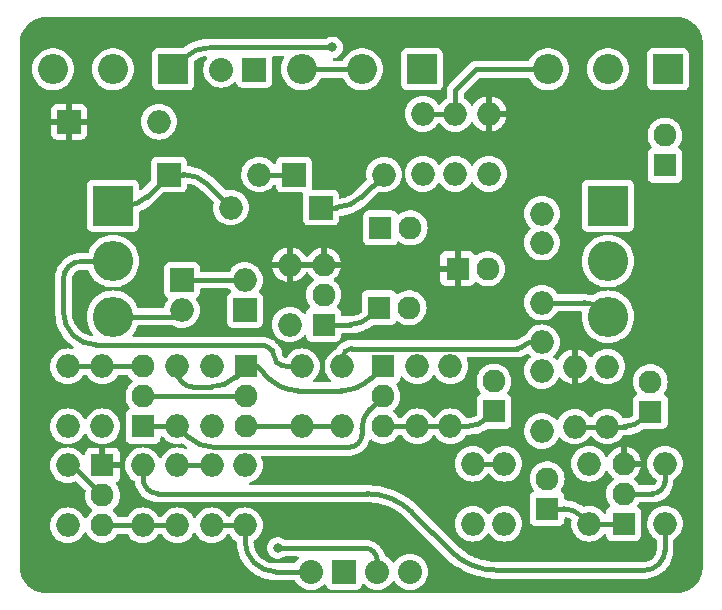
<source format=gtl>
%TF.GenerationSoftware,KiCad,Pcbnew,7.0.5-0*%
%TF.CreationDate,2023-06-06T12:59:24+02:00*%
%TF.ProjectId,kropyvnytskyi-overdrive,6b726f70-7976-46e7-9974-736b79692d6f,1.0*%
%TF.SameCoordinates,Original*%
%TF.FileFunction,Copper,L1,Top*%
%TF.FilePolarity,Positive*%
%FSLAX46Y46*%
G04 Gerber Fmt 4.6, Leading zero omitted, Abs format (unit mm)*
G04 Created by KiCad (PCBNEW 7.0.5-0) date 2023-06-06 12:59:24*
%MOMM*%
%LPD*%
G01*
G04 APERTURE LIST*
%TA.AperFunction,ComponentPad*%
%ADD10R,2.000000X2.000000*%
%TD*%
%TA.AperFunction,ComponentPad*%
%ADD11O,2.000000X2.000000*%
%TD*%
%TA.AperFunction,ComponentPad*%
%ADD12R,2.540000X2.540000*%
%TD*%
%TA.AperFunction,ComponentPad*%
%ADD13O,2.540000X2.540000*%
%TD*%
%TA.AperFunction,ComponentPad*%
%ADD14R,2.032000X2.032000*%
%TD*%
%TA.AperFunction,ComponentPad*%
%ADD15R,1.930400X1.930400*%
%TD*%
%TA.AperFunction,ComponentPad*%
%ADD16O,1.930400X1.930400*%
%TD*%
%TA.AperFunction,ComponentPad*%
%ADD17R,3.416000X3.416000*%
%TD*%
%TA.AperFunction,ComponentPad*%
%ADD18O,3.416000X3.416000*%
%TD*%
%TA.AperFunction,ComponentPad*%
%ADD19O,2.032000X2.032000*%
%TD*%
%TA.AperFunction,ViaPad*%
%ADD20C,0.800000*%
%TD*%
%TA.AperFunction,Conductor*%
%ADD21C,0.400000*%
%TD*%
G04 APERTURE END LIST*
D10*
X102057200Y-113182400D03*
D11*
X94437200Y-113182400D03*
D12*
X131445000Y-101473000D03*
D13*
X126365000Y-101473000D03*
X121285000Y-101473000D03*
D14*
X104013000Y-144018000D03*
D15*
X106984800Y-121666000D03*
D16*
X109524800Y-121666000D03*
D10*
X99771200Y-110388400D03*
D11*
X107391200Y-110388400D03*
X117602000Y-134874000D03*
X117602000Y-139954000D03*
X89916000Y-126619000D03*
X89916000Y-131699000D03*
D15*
X83566000Y-135001000D03*
D16*
X83566000Y-137541000D03*
X83566000Y-140081000D03*
D11*
X100457000Y-131699000D03*
X100457000Y-126619000D03*
D16*
X107315000Y-131699000D03*
X107315000Y-129159000D03*
D15*
X107315000Y-126619000D03*
D12*
X110617000Y-101473000D03*
D13*
X105537000Y-101473000D03*
X100457000Y-101473000D03*
D10*
X90297000Y-119329200D03*
D11*
X90297000Y-121869200D03*
X120777000Y-127025400D03*
X120777000Y-124587000D03*
X120777000Y-132105400D03*
X113436400Y-105257600D03*
X113436400Y-110337600D03*
X99415600Y-118008400D03*
X99415600Y-123088400D03*
X120777000Y-113715800D03*
X120777000Y-116154200D03*
X120777000Y-121234200D03*
X110236000Y-131699000D03*
X110236000Y-126619000D03*
D10*
X80721200Y-105918000D03*
D11*
X88341200Y-105918000D03*
X80645000Y-135001000D03*
X80645000Y-140081000D03*
D17*
X84455000Y-113030000D03*
D18*
X84455000Y-117729000D03*
X84455000Y-122428000D03*
D11*
X110693200Y-110337600D03*
X110693200Y-105257600D03*
X103886000Y-131699000D03*
X103886000Y-126619000D03*
X83566000Y-131699000D03*
X83566000Y-126619000D03*
X123545600Y-126644400D03*
X123545600Y-131724400D03*
D15*
X116713000Y-130429000D03*
D16*
X116713000Y-127889000D03*
D15*
X107086400Y-114909600D03*
D16*
X109626400Y-114909600D03*
D15*
X131191000Y-109601000D03*
D16*
X131191000Y-107061000D03*
D11*
X86995000Y-135001000D03*
X86995000Y-140081000D03*
X95631000Y-140081000D03*
X95631000Y-135001000D03*
X113030000Y-131699000D03*
X113030000Y-126619000D03*
X89916000Y-135001000D03*
X89916000Y-140081000D03*
X131191000Y-139954000D03*
X131191000Y-134874000D03*
D15*
X113639600Y-118364000D03*
D16*
X116179600Y-118364000D03*
D15*
X86995000Y-131699000D03*
D16*
X86995000Y-129159000D03*
X86995000Y-126619000D03*
D15*
X95758000Y-126619000D03*
D16*
X95758000Y-129159000D03*
X95758000Y-131699000D03*
X102298501Y-118008400D03*
X102298501Y-120548400D03*
D15*
X102298501Y-123088400D03*
D14*
X96418400Y-101498400D03*
D11*
X92837000Y-140081000D03*
X92837000Y-135001000D03*
D19*
X109601000Y-144018000D03*
X106832400Y-144018000D03*
D17*
X126365000Y-113030000D03*
D18*
X126365000Y-117729000D03*
X126365000Y-122428000D03*
D19*
X93624400Y-101498400D03*
D11*
X92837000Y-126619000D03*
X92837000Y-131699000D03*
D19*
X101219000Y-144018000D03*
D12*
X89535000Y-101473000D03*
D13*
X84455000Y-101473000D03*
X79375000Y-101473000D03*
D10*
X95631000Y-121869200D03*
D11*
X95631000Y-119329200D03*
X124764800Y-139954000D03*
X124764800Y-134874000D03*
X114909600Y-134874000D03*
X114909600Y-139954000D03*
X116281200Y-105257600D03*
X116281200Y-110337600D03*
D16*
X127698501Y-134874000D03*
X127698501Y-137414000D03*
D15*
X127698501Y-139954000D03*
D11*
X80645000Y-131699000D03*
X80645000Y-126619000D03*
D15*
X121208800Y-138684000D03*
D16*
X121208800Y-136144000D03*
D11*
X126288800Y-131724400D03*
X126288800Y-126644400D03*
D10*
X89204800Y-110388400D03*
D11*
X96824800Y-110388400D03*
D15*
X129946400Y-130454400D03*
D16*
X129946400Y-127914400D03*
D20*
X98399600Y-142011400D03*
X103022400Y-99618800D03*
D21*
X89916000Y-135001000D02*
X92837000Y-135001000D01*
X86995000Y-140081000D02*
X89916000Y-140081000D01*
X86995000Y-140081000D02*
X83566000Y-140081000D01*
X81026000Y-135001000D02*
X83566000Y-137541000D01*
X83566000Y-126619000D02*
X80645000Y-126619000D01*
X83566000Y-126619000D02*
X86995000Y-126619000D01*
X80264000Y-119246617D02*
X80264000Y-122040527D01*
X97764600Y-125145800D02*
X97897234Y-125278434D01*
X96967426Y-124815600D02*
X83039072Y-124815600D01*
X110236000Y-131699000D02*
X107315000Y-131699000D01*
X99092091Y-126619000D02*
X100457000Y-126619000D01*
X114544974Y-131699000D02*
X113030000Y-131699000D01*
X81781617Y-117729000D02*
X84455000Y-117729000D01*
X98292365Y-126232365D02*
X98386900Y-126326900D01*
X116078000Y-131064000D02*
X116713000Y-130429000D01*
X110236000Y-131699000D02*
X113030000Y-131699000D01*
X81781617Y-117729008D02*
G75*
G03*
X80708500Y-118173500I-17J-1517592D01*
G01*
X81076808Y-124002792D02*
G75*
G03*
X83039072Y-124815600I1962292J1962292D01*
G01*
X97764592Y-125145808D02*
G75*
G03*
X96967426Y-124815600I-797192J-797192D01*
G01*
X114544974Y-131698989D02*
G75*
G03*
X116078000Y-131064000I26J2167989D01*
G01*
X98386902Y-126326898D02*
G75*
G03*
X99092091Y-126619000I705198J705198D01*
G01*
X98094809Y-125755400D02*
G75*
G03*
X97897234Y-125278434I-674509J0D01*
G01*
X80708495Y-118173495D02*
G75*
G03*
X80264000Y-119246617I1073105J-1073105D01*
G01*
X98094791Y-125755400D02*
G75*
G03*
X98292365Y-126232365I674509J0D01*
G01*
X80263989Y-122040527D02*
G75*
G03*
X81076800Y-124002800I2775111J27D01*
G01*
X96824800Y-110388400D02*
X99771200Y-110388400D01*
X100457000Y-131699000D02*
X103886000Y-131699000D01*
X100457000Y-131699000D02*
X95758000Y-131699000D01*
X90297000Y-119329200D02*
X95631000Y-119329200D01*
X118647229Y-125120400D02*
X104666489Y-125120400D01*
X103886000Y-125900889D02*
X103886000Y-126619000D01*
X119934970Y-124587000D02*
X120777000Y-124587000D01*
X104114603Y-125349003D02*
G75*
G03*
X103886000Y-125900889I551897J-551897D01*
G01*
X118647229Y-125120412D02*
G75*
G03*
X119291100Y-124853700I-29J910612D01*
G01*
X104666489Y-125120396D02*
G75*
G03*
X104114600Y-125349000I11J-780504D01*
G01*
X119934970Y-124586988D02*
G75*
G03*
X119291100Y-124853700I30J-910612D01*
G01*
X124327055Y-121234200D02*
X120777000Y-121234200D01*
X125768100Y-121831100D02*
X126365000Y-122428000D01*
X125768113Y-121831087D02*
G75*
G03*
X124327055Y-121234200I-1441013J-1441013D01*
G01*
X130106987Y-137414000D02*
X127698501Y-137414000D01*
X131191000Y-136329987D02*
X131191000Y-134874000D01*
X130873504Y-137096504D02*
G75*
G03*
X131191000Y-136329987I-766504J766504D01*
G01*
X130106987Y-137413994D02*
G75*
G03*
X130873500Y-137096500I13J1083994D01*
G01*
X110693200Y-105257600D02*
X113436400Y-105257600D01*
X113436400Y-105257600D02*
X113436400Y-103225600D01*
X115189000Y-101473000D02*
X121285000Y-101473000D01*
X113436400Y-103225600D02*
X115189000Y-101473000D01*
X125662825Y-139954000D02*
X127698501Y-139954000D01*
X122596774Y-138684000D02*
X121208800Y-138684000D01*
X124129808Y-139318992D02*
G75*
G03*
X122596774Y-138684000I-1533008J-1533008D01*
G01*
X124129792Y-139319008D02*
G75*
G03*
X125662825Y-139954000I1533008J1533008D01*
G01*
X114909600Y-134874000D02*
X117602000Y-134874000D01*
X96227900Y-126619000D02*
X96672400Y-126619000D01*
X97701100Y-127673100D02*
X96715760Y-126687760D01*
X90266229Y-127959829D02*
X90297000Y-127990600D01*
X100123280Y-128676400D02*
X103802798Y-128676400D01*
X106273600Y-122377200D02*
X106984800Y-121666000D01*
X104556611Y-123088400D02*
X102298501Y-123088400D01*
X94881699Y-127495299D02*
X95425730Y-126951269D01*
X106286300Y-127647700D02*
X107315000Y-126619000D01*
X89916000Y-127114300D02*
X89916000Y-126619000D01*
X91216815Y-128371600D02*
X92766124Y-128371600D01*
X104556611Y-123088404D02*
G75*
G03*
X106273600Y-122377200I-11J2428204D01*
G01*
X97701106Y-127673094D02*
G75*
G03*
X100123280Y-128676400I2422194J2422194D01*
G01*
X103802798Y-128676399D02*
G75*
G03*
X106286300Y-127647700I2J3512199D01*
G01*
X96697794Y-126644400D02*
G75*
G03*
X96715760Y-126687760I61306J0D01*
G01*
X89916012Y-127114300D02*
G75*
G03*
X90266229Y-127959829I1195788J0D01*
G01*
X92766124Y-128371608D02*
G75*
G03*
X94881698Y-127495298I-24J2991908D01*
G01*
X96227900Y-126618988D02*
G75*
G03*
X95425730Y-126951269I0J-1134412D01*
G01*
X96697800Y-126644400D02*
G75*
G03*
X96672400Y-126619000I-25400J0D01*
G01*
X90296995Y-127990605D02*
G75*
G03*
X91216815Y-128371600I919805J919805D01*
G01*
X129456579Y-143891000D02*
X116934963Y-143891000D01*
X129311400Y-131089400D02*
X129946400Y-130454400D01*
X131191000Y-142156579D02*
X131191000Y-139954000D01*
X109797792Y-139007792D02*
X113087207Y-142297207D01*
X86995000Y-136113184D02*
X86995000Y-135001000D01*
X126288800Y-131724400D02*
X123545600Y-131724400D01*
X88295815Y-137414000D02*
X105950036Y-137414000D01*
X127778374Y-131724400D02*
X126288800Y-131724400D01*
X129456579Y-143890991D02*
G75*
G03*
X130683000Y-143383000I21J1734391D01*
G01*
X86995007Y-136113184D02*
G75*
G03*
X87376000Y-137033000I1300793J-16D01*
G01*
X87375995Y-137033005D02*
G75*
G03*
X88295815Y-137414000I919805J919805D01*
G01*
X130683006Y-143383006D02*
G75*
G03*
X131191000Y-142156579I-1226406J1226406D01*
G01*
X127778374Y-131724389D02*
G75*
G03*
X129311400Y-131089400I26J2167989D01*
G01*
X109797784Y-139007800D02*
G75*
G03*
X105950036Y-137414000I-3847784J-3847800D01*
G01*
X113087215Y-142297199D02*
G75*
G03*
X116934963Y-143891000I3847785J3847799D01*
G01*
X85509100Y-113030000D02*
X84455000Y-113030000D01*
X87308561Y-112284638D02*
X89204800Y-110388400D01*
X90424000Y-110388400D02*
X89204800Y-110388400D01*
X92505304Y-111250504D02*
X94437200Y-113182400D01*
X85509100Y-113030005D02*
G75*
G03*
X87308560Y-112284637I0J2544805D01*
G01*
X92505302Y-111250506D02*
G75*
G03*
X90424000Y-110388400I-2081302J-2081294D01*
G01*
X103327200Y-113182400D02*
X102057200Y-113182400D01*
X105495225Y-112284374D02*
X107391200Y-110388400D01*
X103327200Y-113182385D02*
G75*
G03*
X105495225Y-112284374I0J3066085D01*
G01*
X84455000Y-122428000D02*
X89738200Y-122428000D01*
X98399600Y-142011400D02*
X105748387Y-142011400D01*
X106832400Y-143095412D02*
X106832400Y-144018000D01*
X106832394Y-143095412D02*
G75*
G03*
X106514900Y-142328900I-1083994J12D01*
G01*
X106514904Y-142328896D02*
G75*
G03*
X105748387Y-142011400I-766504J-766504D01*
G01*
X98232630Y-144018000D02*
X101219000Y-144018000D01*
X95631000Y-141416369D02*
X95631000Y-140081000D01*
X95631000Y-140081000D02*
X92837000Y-140081000D01*
X96392991Y-143256009D02*
G75*
G03*
X98232630Y-144018000I1839609J1839609D01*
G01*
X95631013Y-141416369D02*
G75*
G03*
X96393000Y-143256000I2601587J-31D01*
G01*
X86995000Y-129159000D02*
X95758000Y-129159000D01*
X90805000Y-132588000D02*
X89916000Y-131699000D01*
X105537000Y-132392987D02*
X105537000Y-131889500D01*
X89916000Y-131699000D02*
X86995000Y-131699000D01*
X106210519Y-130263480D02*
X107315000Y-129159000D01*
X104452987Y-133477000D02*
X92951235Y-133477000D01*
X90804989Y-132588011D02*
G75*
G03*
X92951235Y-133477000I2146211J2146211D01*
G01*
X106210527Y-130263488D02*
G75*
G03*
X105537000Y-131889500I1625973J-1626012D01*
G01*
X105219504Y-133159504D02*
G75*
G03*
X105537000Y-132392987I-766504J766504D01*
G01*
X104452987Y-133476994D02*
G75*
G03*
X105219500Y-133159500I13J1083994D01*
G01*
X90462100Y-100545900D02*
X89535000Y-101473000D01*
X92700317Y-99618800D02*
X103022400Y-99618800D01*
X92700317Y-99618808D02*
G75*
G03*
X90462101Y-100545901I-17J-3165292D01*
G01*
X105537000Y-100647500D02*
X105537000Y-101473000D01*
X100457000Y-101473000D02*
X105537000Y-101473000D01*
%TA.AperFunction,Conductor*%
G36*
X101839008Y-117798556D02*
G01*
X101798501Y-117936511D01*
X101798501Y-118080289D01*
X101839008Y-118218244D01*
X101867385Y-118262400D01*
X99846716Y-118262400D01*
X99875093Y-118218244D01*
X99915600Y-118080289D01*
X99915600Y-117936511D01*
X99875093Y-117798556D01*
X99846716Y-117754400D01*
X101867385Y-117754400D01*
X101839008Y-117798556D01*
G37*
%TD.AperFunction*%
%TA.AperFunction,Conductor*%
G36*
X132116453Y-97028614D02*
G01*
X132213613Y-97034490D01*
X132394006Y-97046311D01*
X132401201Y-97047203D01*
X132528102Y-97070456D01*
X132676811Y-97100034D01*
X132683226Y-97101667D01*
X132811385Y-97141601D01*
X132812858Y-97142079D01*
X132917472Y-97177589D01*
X132950567Y-97188823D01*
X132956170Y-97191028D01*
X133080673Y-97247060D01*
X133082681Y-97248006D01*
X133211046Y-97311307D01*
X133215743Y-97313878D01*
X133333572Y-97385107D01*
X133335955Y-97386622D01*
X133454060Y-97465535D01*
X133457886Y-97468306D01*
X133457936Y-97468345D01*
X133566689Y-97553547D01*
X133569375Y-97555774D01*
X133675795Y-97649099D01*
X133678804Y-97651917D01*
X133776665Y-97749776D01*
X133779439Y-97752737D01*
X133872821Y-97859216D01*
X133875020Y-97861870D01*
X133879226Y-97867239D01*
X133960250Y-97970657D01*
X133963041Y-97974510D01*
X134041955Y-98092610D01*
X134043487Y-98095019D01*
X134114688Y-98212801D01*
X134117278Y-98217530D01*
X134180569Y-98345867D01*
X134181516Y-98347876D01*
X134237550Y-98472380D01*
X134239758Y-98477989D01*
X134286488Y-98615648D01*
X134286979Y-98617155D01*
X134326916Y-98745313D01*
X134328559Y-98751770D01*
X134358149Y-98900524D01*
X134381382Y-99027305D01*
X134382280Y-99034555D01*
X134382282Y-99034582D01*
X134394493Y-99221325D01*
X134399939Y-99311351D01*
X134400054Y-99315156D01*
X134400054Y-143542652D01*
X134399939Y-143546456D01*
X134394069Y-143643510D01*
X134382244Y-143823976D01*
X134381346Y-143831218D01*
X134358095Y-143958106D01*
X134328527Y-144106770D01*
X134326883Y-144113226D01*
X134286947Y-144241391D01*
X134286457Y-144242899D01*
X134239730Y-144380558D01*
X134237522Y-144386167D01*
X134181472Y-144510705D01*
X134180526Y-144512713D01*
X134117263Y-144641000D01*
X134114673Y-144645731D01*
X134043447Y-144763556D01*
X134041915Y-144765965D01*
X133963031Y-144884025D01*
X133960240Y-144887880D01*
X133874995Y-144996686D01*
X133872768Y-144999372D01*
X133779451Y-145105780D01*
X133776632Y-145108789D01*
X133678789Y-145206632D01*
X133675780Y-145209451D01*
X133569372Y-145302768D01*
X133566686Y-145304995D01*
X133457880Y-145390240D01*
X133454025Y-145393031D01*
X133335965Y-145471915D01*
X133333556Y-145473447D01*
X133215731Y-145544673D01*
X133211000Y-145547263D01*
X133082713Y-145610526D01*
X133080705Y-145611472D01*
X132956167Y-145667522D01*
X132950558Y-145669730D01*
X132812899Y-145716457D01*
X132811391Y-145716947D01*
X132683226Y-145756883D01*
X132676770Y-145758527D01*
X132528106Y-145788095D01*
X132401218Y-145811346D01*
X132393976Y-145812244D01*
X132213510Y-145824069D01*
X132123047Y-145829540D01*
X132116454Y-145829939D01*
X132112653Y-145830054D01*
X78834347Y-145830054D01*
X78830545Y-145829939D01*
X78823155Y-145829492D01*
X78733488Y-145824069D01*
X78553022Y-145812244D01*
X78545780Y-145811346D01*
X78418892Y-145788095D01*
X78304881Y-145765419D01*
X78270225Y-145758526D01*
X78263772Y-145756883D01*
X78135607Y-145716947D01*
X78134099Y-145716457D01*
X77996440Y-145669730D01*
X77990831Y-145667522D01*
X77866293Y-145611472D01*
X77864285Y-145610526D01*
X77735998Y-145547263D01*
X77731267Y-145544673D01*
X77613442Y-145473447D01*
X77611033Y-145471915D01*
X77492973Y-145393031D01*
X77489134Y-145390251D01*
X77416441Y-145333301D01*
X77380312Y-145304995D01*
X77377626Y-145302768D01*
X77351894Y-145280202D01*
X77271216Y-145209449D01*
X77268209Y-145206632D01*
X77170366Y-145108789D01*
X77167547Y-145105780D01*
X77161879Y-145099317D01*
X77074221Y-144999362D01*
X77072003Y-144996686D01*
X77041123Y-144957271D01*
X76986740Y-144887856D01*
X76983973Y-144884034D01*
X76905077Y-144765956D01*
X76903561Y-144763572D01*
X76832325Y-144645731D01*
X76829742Y-144641013D01*
X76766448Y-144512662D01*
X76765526Y-144510705D01*
X76753816Y-144484686D01*
X76709467Y-144386144D01*
X76707274Y-144380574D01*
X76660526Y-144242853D01*
X76660051Y-144241391D01*
X76632218Y-144152069D01*
X76620113Y-144113218D01*
X76618478Y-144106801D01*
X76588904Y-143958106D01*
X76565650Y-143831202D01*
X76564757Y-143824000D01*
X76552930Y-143643510D01*
X76547060Y-143546453D01*
X76546946Y-143542655D01*
X76546946Y-140081000D01*
X79131835Y-140081000D01*
X79137871Y-140157699D01*
X79150465Y-140317710D01*
X79205894Y-140548592D01*
X79295012Y-140763742D01*
X79296760Y-140767963D01*
X79419244Y-140967838D01*
X79420825Y-140970417D01*
X79420826Y-140970419D01*
X79575030Y-141150969D01*
X79752919Y-141302900D01*
X79755584Y-141305176D01*
X79958037Y-141429240D01*
X80177406Y-141520105D01*
X80408289Y-141575535D01*
X80645000Y-141594165D01*
X80881711Y-141575535D01*
X81112594Y-141520105D01*
X81331963Y-141429240D01*
X81534416Y-141305176D01*
X81714969Y-141150969D01*
X81869176Y-140970416D01*
X81993240Y-140767963D01*
X82008782Y-140730439D01*
X82053327Y-140675161D01*
X82120690Y-140652738D01*
X82189482Y-140670295D01*
X82237861Y-140722256D01*
X82240577Y-140728043D01*
X82256476Y-140764288D01*
X82265477Y-140784808D01*
X82399058Y-140989268D01*
X82399061Y-140989272D01*
X82399063Y-140989274D01*
X82564462Y-141168946D01*
X82564467Y-141168950D01*
X82564469Y-141168952D01*
X82576323Y-141178178D01*
X82739486Y-141305174D01*
X82757200Y-141318961D01*
X82971992Y-141435201D01*
X83202988Y-141514502D01*
X83443886Y-141554700D01*
X83443890Y-141554700D01*
X83688110Y-141554700D01*
X83688114Y-141554700D01*
X83929012Y-141514502D01*
X84160008Y-141435201D01*
X84374800Y-141318961D01*
X84567531Y-141168952D01*
X84570795Y-141165407D01*
X84643874Y-141086020D01*
X84732942Y-140989268D01*
X84826162Y-140846584D01*
X84880167Y-140800496D01*
X84931646Y-140789500D01*
X85589394Y-140789500D01*
X85657515Y-140809502D01*
X85696826Y-140849665D01*
X85770818Y-140970408D01*
X85770826Y-140970419D01*
X85925030Y-141150969D01*
X86102919Y-141302900D01*
X86105584Y-141305176D01*
X86308037Y-141429240D01*
X86527406Y-141520105D01*
X86758289Y-141575535D01*
X86995000Y-141594165D01*
X87231711Y-141575535D01*
X87462594Y-141520105D01*
X87681963Y-141429240D01*
X87884416Y-141305176D01*
X88064969Y-141150969D01*
X88219176Y-140970416D01*
X88220756Y-140967838D01*
X88293174Y-140849665D01*
X88345822Y-140802033D01*
X88400606Y-140789500D01*
X88510394Y-140789500D01*
X88578515Y-140809502D01*
X88617826Y-140849665D01*
X88691818Y-140970408D01*
X88691826Y-140970419D01*
X88846030Y-141150969D01*
X89023919Y-141302900D01*
X89026584Y-141305176D01*
X89229037Y-141429240D01*
X89448406Y-141520105D01*
X89679289Y-141575535D01*
X89916000Y-141594165D01*
X90152711Y-141575535D01*
X90383594Y-141520105D01*
X90602963Y-141429240D01*
X90805416Y-141305176D01*
X90985969Y-141150969D01*
X91140176Y-140970416D01*
X91264240Y-140767963D01*
X91264241Y-140767959D01*
X91266826Y-140763742D01*
X91267717Y-140764288D01*
X91312973Y-140716365D01*
X91381887Y-140699293D01*
X91449090Y-140722189D01*
X91485469Y-140764173D01*
X91486174Y-140763742D01*
X91488758Y-140767959D01*
X91488760Y-140767963D01*
X91611251Y-140967849D01*
X91612825Y-140970417D01*
X91612826Y-140970419D01*
X91767030Y-141150969D01*
X91944919Y-141302900D01*
X91947584Y-141305176D01*
X92150037Y-141429240D01*
X92369406Y-141520105D01*
X92600289Y-141575535D01*
X92837000Y-141594165D01*
X93073711Y-141575535D01*
X93304594Y-141520105D01*
X93523963Y-141429240D01*
X93726416Y-141305176D01*
X93906969Y-141150969D01*
X94061176Y-140970416D01*
X94126568Y-140863705D01*
X94179215Y-140816076D01*
X94249256Y-140804469D01*
X94314454Y-140832572D01*
X94341430Y-140863704D01*
X94405251Y-140967849D01*
X94406825Y-140970417D01*
X94406826Y-140970419D01*
X94561030Y-141150969D01*
X94738919Y-141302900D01*
X94741584Y-141305176D01*
X94862346Y-141379179D01*
X94909977Y-141431827D01*
X94922511Y-141486612D01*
X94922511Y-141578994D01*
X94954385Y-141902636D01*
X94954389Y-141902664D01*
X95017831Y-142221622D01*
X95017832Y-142221628D01*
X95112241Y-142532861D01*
X95236706Y-142833348D01*
X95390007Y-143120157D01*
X95390021Y-143120180D01*
X95464455Y-143231578D01*
X95570702Y-143390589D01*
X95570708Y-143390596D01*
X95570715Y-143390606D01*
X95777014Y-143641982D01*
X95777025Y-143641994D01*
X95777028Y-143641998D01*
X95833387Y-143698357D01*
X95833396Y-143698367D01*
X95835566Y-143700537D01*
X95835567Y-143700538D01*
X95855100Y-143720071D01*
X95855122Y-143720111D01*
X96006980Y-143871969D01*
X96006989Y-143871977D01*
X96006994Y-143871982D01*
X96006999Y-143871986D01*
X96007009Y-143871995D01*
X96258401Y-144078307D01*
X96528812Y-144258989D01*
X96528817Y-144258992D01*
X96528826Y-144258998D01*
X96815658Y-144412311D01*
X97053206Y-144510705D01*
X97116133Y-144536770D01*
X97116135Y-144536770D01*
X97116136Y-144536771D01*
X97427367Y-144631179D01*
X97570832Y-144659715D01*
X97746336Y-144694624D01*
X97746338Y-144694624D01*
X97746352Y-144694627D01*
X98070021Y-144726502D01*
X98232636Y-144726500D01*
X98232639Y-144726500D01*
X99794630Y-144726500D01*
X99862751Y-144746502D01*
X99902062Y-144786665D01*
X99981834Y-144916841D01*
X99981836Y-144916843D01*
X99981840Y-144916849D01*
X100137682Y-145099318D01*
X100320151Y-145255160D01*
X100524751Y-145380540D01*
X100746447Y-145472369D01*
X100979778Y-145528387D01*
X101219000Y-145547214D01*
X101458222Y-145528387D01*
X101691553Y-145472369D01*
X101913249Y-145380540D01*
X102117849Y-145255160D01*
X102298613Y-145100773D01*
X102363403Y-145071743D01*
X102433603Y-145082348D01*
X102486925Y-145129223D01*
X102498498Y-145152552D01*
X102546110Y-145280202D01*
X102546112Y-145280207D01*
X102633738Y-145397261D01*
X102750792Y-145484887D01*
X102750794Y-145484888D01*
X102750796Y-145484889D01*
X102804415Y-145504888D01*
X102887795Y-145535988D01*
X102887803Y-145535990D01*
X102948350Y-145542499D01*
X102948355Y-145542499D01*
X102948362Y-145542500D01*
X102948368Y-145542500D01*
X105077632Y-145542500D01*
X105077638Y-145542500D01*
X105077645Y-145542499D01*
X105077649Y-145542499D01*
X105138196Y-145535990D01*
X105138199Y-145535989D01*
X105138201Y-145535989D01*
X105275204Y-145484889D01*
X105392261Y-145397261D01*
X105479889Y-145280204D01*
X105523111Y-145164322D01*
X105533744Y-145135816D01*
X105536461Y-145136829D01*
X105564776Y-145087052D01*
X105627671Y-145054115D01*
X105698388Y-145060409D01*
X105748120Y-145095850D01*
X105751082Y-145099318D01*
X105933551Y-145255160D01*
X106138151Y-145380540D01*
X106359847Y-145472369D01*
X106593178Y-145528387D01*
X106832400Y-145547214D01*
X107071622Y-145528387D01*
X107304953Y-145472369D01*
X107526649Y-145380540D01*
X107731249Y-145255160D01*
X107913718Y-145099318D01*
X108069560Y-144916849D01*
X108109267Y-144852052D01*
X108161915Y-144804421D01*
X108231956Y-144792814D01*
X108297154Y-144820917D01*
X108324133Y-144852053D01*
X108363837Y-144916845D01*
X108363838Y-144916847D01*
X108363840Y-144916849D01*
X108519682Y-145099318D01*
X108702151Y-145255160D01*
X108906751Y-145380540D01*
X109128447Y-145472369D01*
X109361778Y-145528387D01*
X109601000Y-145547214D01*
X109840222Y-145528387D01*
X110073553Y-145472369D01*
X110295249Y-145380540D01*
X110499849Y-145255160D01*
X110682318Y-145099318D01*
X110838160Y-144916849D01*
X110963540Y-144712249D01*
X111055369Y-144490553D01*
X111111387Y-144257222D01*
X111130214Y-144018000D01*
X111111387Y-143778778D01*
X111055369Y-143545447D01*
X110963540Y-143323751D01*
X110838160Y-143119151D01*
X110682318Y-142936682D01*
X110499849Y-142780840D01*
X110295249Y-142655460D01*
X110284755Y-142651113D01*
X110073551Y-142563630D01*
X109883449Y-142517991D01*
X109840222Y-142507613D01*
X109601000Y-142488786D01*
X109361778Y-142507613D01*
X109128448Y-142563630D01*
X108906752Y-142655459D01*
X108702152Y-142780839D01*
X108571063Y-142892799D01*
X108519682Y-142936682D01*
X108363840Y-143119151D01*
X108363838Y-143119152D01*
X108363837Y-143119155D01*
X108363834Y-143119158D01*
X108324132Y-143183947D01*
X108271485Y-143231578D01*
X108201443Y-143243185D01*
X108136246Y-143215082D01*
X108109268Y-143183947D01*
X108069565Y-143119158D01*
X108069562Y-143119155D01*
X108069560Y-143119151D01*
X107913718Y-142936682D01*
X107731249Y-142780840D01*
X107526649Y-142655460D01*
X107526645Y-142655458D01*
X107522428Y-142652874D01*
X107523506Y-142651113D01*
X107478209Y-142608311D01*
X107465337Y-142577432D01*
X107449412Y-142517996D01*
X107427035Y-142463972D01*
X107359494Y-142300911D01*
X107359492Y-142300907D01*
X107347384Y-142279935D01*
X107242005Y-142097411D01*
X107098961Y-141910992D01*
X107098956Y-141910987D01*
X107098952Y-141910982D01*
X107076751Y-141888782D01*
X107076728Y-141888756D01*
X107052794Y-141864822D01*
X107052785Y-141864806D01*
X106932822Y-141744843D01*
X106932812Y-141744834D01*
X106746388Y-141601787D01*
X106542899Y-141484304D01*
X106542890Y-141484299D01*
X106325809Y-141394383D01*
X106258298Y-141376294D01*
X106098834Y-141333567D01*
X106098830Y-141333566D01*
X106098825Y-141333565D01*
X106098829Y-141333565D01*
X105865871Y-141302899D01*
X105865867Y-141302899D01*
X105748379Y-141302900D01*
X99011005Y-141302900D01*
X98942884Y-141282898D01*
X98936944Y-141278836D01*
X98856352Y-141220282D01*
X98681888Y-141142606D01*
X98495087Y-141102900D01*
X98304113Y-141102900D01*
X98117311Y-141142606D01*
X97942847Y-141220282D01*
X97788344Y-141332535D01*
X97660565Y-141474448D01*
X97660558Y-141474458D01*
X97565076Y-141639838D01*
X97565073Y-141639844D01*
X97556077Y-141667532D01*
X97506057Y-141821472D01*
X97486096Y-142011399D01*
X97506057Y-142201327D01*
X97512654Y-142221629D01*
X97565073Y-142382956D01*
X97565076Y-142382961D01*
X97660558Y-142548341D01*
X97660565Y-142548351D01*
X97788344Y-142690264D01*
X97829136Y-142719901D01*
X97942848Y-142802518D01*
X98117312Y-142880194D01*
X98304113Y-142919900D01*
X98495087Y-142919900D01*
X98681888Y-142880194D01*
X98856352Y-142802518D01*
X98936944Y-142743963D01*
X99003812Y-142720106D01*
X99011005Y-142719900D01*
X100050273Y-142719900D01*
X100118394Y-142739902D01*
X100164887Y-142793558D01*
X100174991Y-142863832D01*
X100145497Y-142928412D01*
X100139368Y-142934995D01*
X100137690Y-142936672D01*
X100126321Y-142949984D01*
X99981840Y-143119151D01*
X99981838Y-143119152D01*
X99981837Y-143119155D01*
X99981834Y-143119158D01*
X99902062Y-143249335D01*
X99849415Y-143296966D01*
X99794630Y-143309500D01*
X98316266Y-143309500D01*
X98316250Y-143309499D01*
X98234679Y-143309499D01*
X98230558Y-143309364D01*
X98098974Y-143300741D01*
X97989635Y-143293576D01*
X97981470Y-143292501D01*
X97925702Y-143281409D01*
X97746702Y-143245804D01*
X97738734Y-143243669D01*
X97512063Y-143166728D01*
X97504446Y-143163573D01*
X97289763Y-143057704D01*
X97282619Y-143053579D01*
X97083593Y-142920595D01*
X97077052Y-142915576D01*
X96897153Y-142757810D01*
X96891323Y-142751980D01*
X96733425Y-142571930D01*
X96728422Y-142565410D01*
X96595431Y-142366373D01*
X96591306Y-142359229D01*
X96565643Y-142307190D01*
X96485440Y-142144553D01*
X96482283Y-142136931D01*
X96405342Y-141910261D01*
X96403207Y-141902293D01*
X96382232Y-141796843D01*
X96356508Y-141667514D01*
X96355437Y-141659375D01*
X96344466Y-141491964D01*
X96359971Y-141422683D01*
X96404358Y-141376296D01*
X96520416Y-141305176D01*
X96700969Y-141150969D01*
X96855176Y-140970416D01*
X96979240Y-140767963D01*
X97070105Y-140548594D01*
X97125535Y-140317711D01*
X97144165Y-140081000D01*
X97125535Y-139844289D01*
X97070105Y-139613406D01*
X96979240Y-139394037D01*
X96855176Y-139191584D01*
X96839068Y-139172724D01*
X96700969Y-139011030D01*
X96520419Y-138856826D01*
X96520417Y-138856825D01*
X96520416Y-138856824D01*
X96317963Y-138732760D01*
X96310878Y-138729825D01*
X96098592Y-138641894D01*
X95940651Y-138603976D01*
X95867711Y-138586465D01*
X95631000Y-138567835D01*
X95394289Y-138586465D01*
X95163407Y-138641894D01*
X94944038Y-138732759D01*
X94741582Y-138856825D01*
X94741580Y-138856826D01*
X94561030Y-139011030D01*
X94406826Y-139191580D01*
X94406818Y-139191591D01*
X94341432Y-139298292D01*
X94288785Y-139345923D01*
X94218743Y-139357530D01*
X94153546Y-139329427D01*
X94126568Y-139298292D01*
X94061181Y-139191591D01*
X94061173Y-139191580D01*
X93906969Y-139011030D01*
X93726419Y-138856826D01*
X93726417Y-138856825D01*
X93726416Y-138856824D01*
X93523963Y-138732760D01*
X93516878Y-138729825D01*
X93304592Y-138641894D01*
X93146651Y-138603976D01*
X93073711Y-138586465D01*
X92837000Y-138567835D01*
X92836999Y-138567835D01*
X92600289Y-138586465D01*
X92369407Y-138641894D01*
X92150038Y-138732759D01*
X91947582Y-138856825D01*
X91947580Y-138856826D01*
X91767030Y-139011030D01*
X91612826Y-139191580D01*
X91612825Y-139191582D01*
X91580024Y-139245108D01*
X91488760Y-139394037D01*
X91488760Y-139394038D01*
X91486174Y-139398258D01*
X91485284Y-139397712D01*
X91440017Y-139445640D01*
X91371101Y-139462705D01*
X91303900Y-139439803D01*
X91267528Y-139397827D01*
X91266826Y-139398258D01*
X91264240Y-139394038D01*
X91264240Y-139394037D01*
X91140176Y-139191584D01*
X91124068Y-139172724D01*
X90985969Y-139011030D01*
X90805419Y-138856826D01*
X90805417Y-138856825D01*
X90805416Y-138856824D01*
X90602963Y-138732760D01*
X90595878Y-138729825D01*
X90383592Y-138641894D01*
X90225651Y-138603976D01*
X90152711Y-138586465D01*
X89916000Y-138567835D01*
X89679289Y-138586465D01*
X89448407Y-138641894D01*
X89229038Y-138732759D01*
X89026582Y-138856825D01*
X89026580Y-138856826D01*
X88846030Y-139011030D01*
X88691826Y-139191580D01*
X88691818Y-139191591D01*
X88617826Y-139312335D01*
X88565178Y-139359967D01*
X88510394Y-139372500D01*
X88400606Y-139372500D01*
X88332485Y-139352498D01*
X88293174Y-139312335D01*
X88219181Y-139191591D01*
X88219173Y-139191580D01*
X88064969Y-139011030D01*
X87884419Y-138856826D01*
X87884417Y-138856825D01*
X87884416Y-138856824D01*
X87681963Y-138732760D01*
X87674878Y-138729825D01*
X87462592Y-138641894D01*
X87304651Y-138603976D01*
X87231711Y-138586465D01*
X86995000Y-138567835D01*
X86758289Y-138586465D01*
X86527407Y-138641894D01*
X86308038Y-138732759D01*
X86105582Y-138856825D01*
X86105580Y-138856826D01*
X85925030Y-139011030D01*
X85770826Y-139191580D01*
X85770818Y-139191591D01*
X85696826Y-139312335D01*
X85644178Y-139359967D01*
X85589394Y-139372500D01*
X84931646Y-139372500D01*
X84863525Y-139352498D01*
X84826163Y-139315416D01*
X84814780Y-139297994D01*
X84732942Y-139172732D01*
X84699152Y-139136026D01*
X84567537Y-138993053D01*
X84567531Y-138993048D01*
X84461383Y-138910429D01*
X84419914Y-138852807D01*
X84416180Y-138781908D01*
X84451370Y-138720246D01*
X84461373Y-138711577D01*
X84567531Y-138628952D01*
X84628010Y-138563255D01*
X84672529Y-138514894D01*
X84732942Y-138449268D01*
X84866523Y-138244808D01*
X84933626Y-138091827D01*
X84964625Y-138021158D01*
X84964629Y-138021146D01*
X84981472Y-137954634D01*
X85024583Y-137784394D01*
X85044751Y-137541000D01*
X85024583Y-137297606D01*
X84992280Y-137170043D01*
X84964629Y-137060853D01*
X84964625Y-137060841D01*
X84883136Y-136875066D01*
X84866523Y-136837192D01*
X84732942Y-136632732D01*
X84723106Y-136622047D01*
X84691685Y-136558384D01*
X84699671Y-136487838D01*
X84744530Y-136432808D01*
X84771780Y-136418652D01*
X84777166Y-136416643D01*
X84894104Y-136329104D01*
X84981644Y-136212165D01*
X84981644Y-136212164D01*
X85032694Y-136075293D01*
X85039199Y-136014797D01*
X85039200Y-136014785D01*
X85039200Y-135255000D01*
X83997116Y-135255000D01*
X84025493Y-135210844D01*
X84066000Y-135072889D01*
X84066000Y-134929111D01*
X84025493Y-134791156D01*
X83997116Y-134747000D01*
X85039200Y-134747000D01*
X85039200Y-133987214D01*
X85039199Y-133987202D01*
X85032694Y-133926706D01*
X84981644Y-133789835D01*
X84981644Y-133789834D01*
X84894104Y-133672895D01*
X84777165Y-133585355D01*
X84640293Y-133534305D01*
X84579797Y-133527800D01*
X83820000Y-133527800D01*
X83820000Y-134567325D01*
X83708315Y-134516320D01*
X83601763Y-134501000D01*
X83530237Y-134501000D01*
X83423685Y-134516320D01*
X83312000Y-134567325D01*
X83312000Y-133527800D01*
X82552202Y-133527800D01*
X82491706Y-133534305D01*
X82354835Y-133585355D01*
X82354834Y-133585355D01*
X82237895Y-133672895D01*
X82150355Y-133789834D01*
X82150355Y-133789835D01*
X82099305Y-133926706D01*
X82092800Y-133987202D01*
X82092800Y-134031876D01*
X82072798Y-134099997D01*
X82019142Y-134146490D01*
X81948868Y-134156594D01*
X81884288Y-134127100D01*
X81870989Y-134113707D01*
X81869174Y-134111582D01*
X81714969Y-133931031D01*
X81714967Y-133931029D01*
X81714966Y-133931028D01*
X81534419Y-133776826D01*
X81534417Y-133776825D01*
X81534416Y-133776824D01*
X81331963Y-133652760D01*
X81324878Y-133649825D01*
X81112592Y-133561894D01*
X80939159Y-133520257D01*
X80881711Y-133506465D01*
X80645000Y-133487835D01*
X80644999Y-133487835D01*
X80408289Y-133506465D01*
X80177407Y-133561894D01*
X79958038Y-133652759D01*
X79755582Y-133776825D01*
X79755580Y-133776826D01*
X79575030Y-133931030D01*
X79420826Y-134111580D01*
X79420825Y-134111582D01*
X79296759Y-134314038D01*
X79205894Y-134533407D01*
X79163379Y-134710497D01*
X79150465Y-134764289D01*
X79131835Y-135001000D01*
X79150252Y-135234998D01*
X79150465Y-135237710D01*
X79205894Y-135468592D01*
X79295012Y-135683742D01*
X79296760Y-135687963D01*
X79355432Y-135783707D01*
X79420825Y-135890417D01*
X79420826Y-135890419D01*
X79575030Y-136070969D01*
X79740350Y-136212165D01*
X79755584Y-136225176D01*
X79958037Y-136349240D01*
X80177406Y-136440105D01*
X80408289Y-136495535D01*
X80645000Y-136514165D01*
X80881711Y-136495535D01*
X81112594Y-136440105D01*
X81282684Y-136369651D01*
X81353271Y-136362063D01*
X81416758Y-136393842D01*
X81419994Y-136396965D01*
X82099876Y-137076846D01*
X82133901Y-137139159D01*
X82132926Y-137196873D01*
X82107417Y-137297604D01*
X82097772Y-137414000D01*
X82087249Y-137541000D01*
X82104939Y-137754491D01*
X82107418Y-137784401D01*
X82167370Y-138021146D01*
X82167374Y-138021158D01*
X82265474Y-138244802D01*
X82265477Y-138244808D01*
X82399058Y-138449268D01*
X82399061Y-138449272D01*
X82399063Y-138449274D01*
X82564463Y-138628947D01*
X82564468Y-138628952D01*
X82670614Y-138711569D01*
X82712085Y-138769194D01*
X82715818Y-138840092D01*
X82680629Y-138901754D01*
X82670614Y-138910431D01*
X82564468Y-138993047D01*
X82564463Y-138993052D01*
X82399063Y-139172725D01*
X82399059Y-139172730D01*
X82399058Y-139172732D01*
X82386737Y-139191591D01*
X82265477Y-139377191D01*
X82240577Y-139433957D01*
X82194895Y-139488304D01*
X82127082Y-139509327D01*
X82058668Y-139490350D01*
X82011375Y-139437398D01*
X82008797Y-139431596D01*
X81993240Y-139394037D01*
X81869176Y-139191584D01*
X81853068Y-139172724D01*
X81714969Y-139011030D01*
X81534419Y-138856826D01*
X81534417Y-138856825D01*
X81534416Y-138856824D01*
X81331963Y-138732760D01*
X81324878Y-138729825D01*
X81112592Y-138641894D01*
X80954651Y-138603976D01*
X80881711Y-138586465D01*
X80645000Y-138567835D01*
X80408289Y-138586465D01*
X80177407Y-138641894D01*
X79958038Y-138732759D01*
X79755582Y-138856825D01*
X79755580Y-138856826D01*
X79575030Y-139011030D01*
X79420826Y-139191580D01*
X79420825Y-139191582D01*
X79296759Y-139394038D01*
X79205894Y-139613407D01*
X79185622Y-139697849D01*
X79150465Y-139844289D01*
X79131835Y-140081000D01*
X76546946Y-140081000D01*
X76546946Y-131699000D01*
X79131835Y-131699000D01*
X79149353Y-131921588D01*
X79150465Y-131935710D01*
X79205894Y-132166592D01*
X79295012Y-132381742D01*
X79296760Y-132385963D01*
X79411373Y-132572994D01*
X79420825Y-132588417D01*
X79420826Y-132588419D01*
X79575030Y-132768969D01*
X79740633Y-132910407D01*
X79755584Y-132923176D01*
X79958037Y-133047240D01*
X80177406Y-133138105D01*
X80408289Y-133193535D01*
X80645000Y-133212165D01*
X80881711Y-133193535D01*
X81112594Y-133138105D01*
X81331963Y-133047240D01*
X81534416Y-132923176D01*
X81714969Y-132768969D01*
X81869176Y-132588416D01*
X81993240Y-132385963D01*
X81993241Y-132385959D01*
X81995826Y-132381742D01*
X81996717Y-132382288D01*
X82041973Y-132334365D01*
X82110887Y-132317293D01*
X82178090Y-132340189D01*
X82214469Y-132382173D01*
X82215174Y-132381742D01*
X82217758Y-132385959D01*
X82217760Y-132385963D01*
X82332674Y-132573484D01*
X82341825Y-132588417D01*
X82341826Y-132588419D01*
X82496030Y-132768969D01*
X82661633Y-132910407D01*
X82676584Y-132923176D01*
X82879037Y-133047240D01*
X83098406Y-133138105D01*
X83329289Y-133193535D01*
X83566000Y-133212165D01*
X83802711Y-133193535D01*
X84033594Y-133138105D01*
X84252963Y-133047240D01*
X84455416Y-132923176D01*
X84635969Y-132768969D01*
X84790176Y-132588416D01*
X84914240Y-132385963D01*
X85005105Y-132166594D01*
X85060535Y-131935711D01*
X85079165Y-131699000D01*
X85060535Y-131462289D01*
X85005105Y-131231406D01*
X84914240Y-131012037D01*
X84790176Y-130809584D01*
X84790173Y-130809580D01*
X84635969Y-130629030D01*
X84455419Y-130474826D01*
X84455417Y-130474825D01*
X84455416Y-130474824D01*
X84252963Y-130350760D01*
X84222752Y-130338246D01*
X84033592Y-130259894D01*
X83875651Y-130221976D01*
X83802711Y-130204465D01*
X83566000Y-130185835D01*
X83565999Y-130185835D01*
X83329289Y-130204465D01*
X83098407Y-130259894D01*
X82879038Y-130350759D01*
X82676582Y-130474825D01*
X82676580Y-130474826D01*
X82496030Y-130629030D01*
X82341826Y-130809580D01*
X82341825Y-130809582D01*
X82309024Y-130863108D01*
X82217760Y-131012037D01*
X82217760Y-131012038D01*
X82215174Y-131016258D01*
X82214284Y-131015712D01*
X82169017Y-131063640D01*
X82100101Y-131080705D01*
X82032900Y-131057803D01*
X81996528Y-131015827D01*
X81995826Y-131016258D01*
X81993240Y-131012038D01*
X81993240Y-131012037D01*
X81869176Y-130809584D01*
X81869173Y-130809580D01*
X81714969Y-130629030D01*
X81534419Y-130474826D01*
X81534417Y-130474825D01*
X81534416Y-130474824D01*
X81331963Y-130350760D01*
X81301752Y-130338246D01*
X81112592Y-130259894D01*
X80954651Y-130221976D01*
X80881711Y-130204465D01*
X80645000Y-130185835D01*
X80644999Y-130185835D01*
X80408289Y-130204465D01*
X80177407Y-130259894D01*
X79958038Y-130350759D01*
X79755582Y-130474825D01*
X79755580Y-130474826D01*
X79575030Y-130629030D01*
X79420826Y-130809580D01*
X79420825Y-130809582D01*
X79296759Y-131012038D01*
X79205894Y-131231407D01*
X79166919Y-131393751D01*
X79150465Y-131462289D01*
X79131835Y-131699000D01*
X76546946Y-131699000D01*
X76546946Y-126619000D01*
X79131835Y-126619000D01*
X79150465Y-126855711D01*
X79151064Y-126858206D01*
X79205894Y-127086592D01*
X79295012Y-127301742D01*
X79296760Y-127305963D01*
X79412842Y-127495391D01*
X79420825Y-127508417D01*
X79420826Y-127508419D01*
X79575030Y-127688969D01*
X79740633Y-127830407D01*
X79755584Y-127843176D01*
X79958037Y-127967240D01*
X80177406Y-128058105D01*
X80408289Y-128113535D01*
X80645000Y-128132165D01*
X80881711Y-128113535D01*
X81112594Y-128058105D01*
X81331963Y-127967240D01*
X81534416Y-127843176D01*
X81714969Y-127688969D01*
X81869176Y-127508416D01*
X81869181Y-127508408D01*
X81943174Y-127387665D01*
X81995822Y-127340033D01*
X82050606Y-127327500D01*
X82160394Y-127327500D01*
X82228515Y-127347502D01*
X82267826Y-127387665D01*
X82341818Y-127508408D01*
X82341826Y-127508419D01*
X82496030Y-127688969D01*
X82661633Y-127830407D01*
X82676584Y-127843176D01*
X82879037Y-127967240D01*
X83098406Y-128058105D01*
X83329289Y-128113535D01*
X83566000Y-128132165D01*
X83802711Y-128113535D01*
X84033594Y-128058105D01*
X84252963Y-127967240D01*
X84455416Y-127843176D01*
X84635969Y-127688969D01*
X84790176Y-127508416D01*
X84790181Y-127508408D01*
X84864174Y-127387665D01*
X84916822Y-127340033D01*
X84971606Y-127327500D01*
X85629354Y-127327500D01*
X85697475Y-127347502D01*
X85734837Y-127384584D01*
X85750684Y-127408839D01*
X85828058Y-127527268D01*
X85828062Y-127527272D01*
X85828064Y-127527275D01*
X85993463Y-127706947D01*
X85993468Y-127706952D01*
X86099614Y-127789569D01*
X86141085Y-127847194D01*
X86144818Y-127918092D01*
X86109629Y-127979754D01*
X86099614Y-127988431D01*
X85993468Y-128071047D01*
X85993463Y-128071052D01*
X85828063Y-128250725D01*
X85828059Y-128250730D01*
X85828058Y-128250732D01*
X85694477Y-128455192D01*
X85694474Y-128455197D01*
X85596374Y-128678841D01*
X85596370Y-128678853D01*
X85536418Y-128915598D01*
X85536417Y-128915604D01*
X85536417Y-128915606D01*
X85516249Y-129159000D01*
X85534967Y-129384900D01*
X85536418Y-129402401D01*
X85596370Y-129639146D01*
X85596374Y-129639158D01*
X85694474Y-129862802D01*
X85694477Y-129862808D01*
X85828058Y-130067268D01*
X85828061Y-130067272D01*
X85828063Y-130067274D01*
X85837528Y-130077556D01*
X85868948Y-130141221D01*
X85860961Y-130211767D01*
X85816101Y-130266795D01*
X85788865Y-130280945D01*
X85783598Y-130282909D01*
X85783592Y-130282912D01*
X85666538Y-130370538D01*
X85578912Y-130487592D01*
X85578910Y-130487597D01*
X85527811Y-130624595D01*
X85527809Y-130624603D01*
X85521300Y-130685150D01*
X85521300Y-132712849D01*
X85527809Y-132773396D01*
X85527811Y-132773404D01*
X85578910Y-132910402D01*
X85578912Y-132910407D01*
X85666538Y-133027461D01*
X85783592Y-133115087D01*
X85783594Y-133115088D01*
X85783596Y-133115089D01*
X85830276Y-133132500D01*
X85920595Y-133166188D01*
X85920603Y-133166190D01*
X85981150Y-133172699D01*
X85981155Y-133172699D01*
X85981162Y-133172700D01*
X85981168Y-133172700D01*
X88008832Y-133172700D01*
X88008838Y-133172700D01*
X88008845Y-133172699D01*
X88008849Y-133172699D01*
X88069396Y-133166190D01*
X88069399Y-133166189D01*
X88069401Y-133166189D01*
X88206404Y-133115089D01*
X88289077Y-133053201D01*
X88323461Y-133027461D01*
X88411087Y-132910407D01*
X88411087Y-132910406D01*
X88411089Y-132910404D01*
X88462189Y-132773401D01*
X88462666Y-132768969D01*
X88468699Y-132712849D01*
X88468700Y-132712832D01*
X88468700Y-132668708D01*
X88488702Y-132600587D01*
X88542358Y-132554094D01*
X88612632Y-132543990D01*
X88677212Y-132573484D01*
X88690511Y-132586878D01*
X88691822Y-132588413D01*
X88691824Y-132588416D01*
X88742082Y-132647260D01*
X88846030Y-132768969D01*
X89011633Y-132910407D01*
X89026584Y-132923176D01*
X89229037Y-133047240D01*
X89448406Y-133138105D01*
X89679289Y-133193535D01*
X89916000Y-133212165D01*
X90152711Y-133193535D01*
X90290402Y-133160478D01*
X90361308Y-133164025D01*
X90408909Y-133193902D01*
X90419573Y-133204566D01*
X90419579Y-133204571D01*
X90419585Y-133204577D01*
X90668537Y-133413471D01*
X90707863Y-133472580D01*
X90708989Y-133543567D01*
X90671558Y-133603895D01*
X90607453Y-133634409D01*
X90539328Y-133626401D01*
X90383594Y-133561895D01*
X90268673Y-133534305D01*
X90152711Y-133506465D01*
X89916000Y-133487835D01*
X89679289Y-133506465D01*
X89448407Y-133561894D01*
X89229038Y-133652759D01*
X89026582Y-133776825D01*
X89026580Y-133776826D01*
X88846030Y-133931030D01*
X88691826Y-134111580D01*
X88691825Y-134111582D01*
X88664242Y-134156594D01*
X88567760Y-134314037D01*
X88567760Y-134314038D01*
X88565174Y-134318258D01*
X88564284Y-134317712D01*
X88519017Y-134365640D01*
X88450101Y-134382705D01*
X88382900Y-134359803D01*
X88346528Y-134317827D01*
X88345826Y-134318258D01*
X88343240Y-134314038D01*
X88343240Y-134314037D01*
X88219176Y-134111584D01*
X88204169Y-134094013D01*
X88064969Y-133931030D01*
X87884419Y-133776826D01*
X87884417Y-133776825D01*
X87884416Y-133776824D01*
X87681963Y-133652760D01*
X87674878Y-133649825D01*
X87462592Y-133561894D01*
X87289159Y-133520257D01*
X87231711Y-133506465D01*
X86995000Y-133487835D01*
X86758289Y-133506465D01*
X86527407Y-133561894D01*
X86308038Y-133652759D01*
X86105582Y-133776825D01*
X86105580Y-133776826D01*
X85925030Y-133931030D01*
X85770826Y-134111580D01*
X85770825Y-134111582D01*
X85646759Y-134314038D01*
X85555894Y-134533407D01*
X85513379Y-134710497D01*
X85500465Y-134764289D01*
X85481835Y-135001000D01*
X85500251Y-135234998D01*
X85500465Y-135237710D01*
X85555894Y-135468592D01*
X85645012Y-135683742D01*
X85646760Y-135687963D01*
X85705432Y-135783707D01*
X85770825Y-135890417D01*
X85770826Y-135890419D01*
X85925030Y-136070969D01*
X86090350Y-136212165D01*
X86105584Y-136225176D01*
X86247340Y-136312044D01*
X86294970Y-136364691D01*
X86306712Y-136405369D01*
X86311772Y-136450286D01*
X86361984Y-136670290D01*
X86361986Y-136670297D01*
X86385271Y-136736843D01*
X86420384Y-136837192D01*
X86436525Y-136883319D01*
X86436527Y-136883325D01*
X86534440Y-137086650D01*
X86534442Y-137086653D01*
X86534444Y-137086657D01*
X86654514Y-137277748D01*
X86795225Y-137454194D01*
X86815989Y-137474958D01*
X86816003Y-137474974D01*
X86818566Y-137477537D01*
X86818567Y-137477538D01*
X86838104Y-137497075D01*
X86838117Y-137497098D01*
X86954793Y-137613774D01*
X86954800Y-137613780D01*
X86954801Y-137613781D01*
X87025508Y-137670167D01*
X87131248Y-137754491D01*
X87131256Y-137754497D01*
X87258642Y-137834537D01*
X87322339Y-137874561D01*
X87460487Y-137941089D01*
X87525668Y-137972479D01*
X87525671Y-137972480D01*
X87525673Y-137972481D01*
X87738692Y-138047018D01*
X87738698Y-138047019D01*
X87738703Y-138047021D01*
X87958707Y-138097233D01*
X87958710Y-138097233D01*
X87958717Y-138097235D01*
X88182982Y-138122501D01*
X88295823Y-138122500D01*
X105948788Y-138122500D01*
X105951262Y-138122549D01*
X106129958Y-138129570D01*
X106318921Y-138136996D01*
X106323838Y-138137384D01*
X106550364Y-138164195D01*
X106687990Y-138180485D01*
X106692860Y-138181256D01*
X106968564Y-138236098D01*
X107052515Y-138252798D01*
X107057315Y-138253950D01*
X107410260Y-138353493D01*
X107414936Y-138355013D01*
X107758987Y-138481941D01*
X107763520Y-138483818D01*
X108096554Y-138637350D01*
X108100933Y-138639581D01*
X108420881Y-138818760D01*
X108425079Y-138821332D01*
X108518914Y-138884031D01*
X108729983Y-139025064D01*
X108733987Y-139027972D01*
X109009920Y-139245500D01*
X109021951Y-139254984D01*
X109025714Y-139258198D01*
X109296117Y-139508155D01*
X109297875Y-139509845D01*
X112527395Y-142739365D01*
X112527405Y-142739376D01*
X112529774Y-142741745D01*
X112529775Y-142741746D01*
X112586223Y-142798193D01*
X112609205Y-142821175D01*
X112617818Y-142829788D01*
X112618074Y-142830028D01*
X112741546Y-142953500D01*
X113073546Y-143241179D01*
X113425222Y-143504440D01*
X113794783Y-143741943D01*
X114180345Y-143952476D01*
X114323822Y-144018000D01*
X114579915Y-144134955D01*
X114579922Y-144134958D01*
X114579944Y-144134968D01*
X114579956Y-144134972D01*
X114579955Y-144134972D01*
X114991530Y-144288483D01*
X114991532Y-144288483D01*
X114991544Y-144288488D01*
X115324203Y-144386167D01*
X115413035Y-144412251D01*
X115413040Y-144412252D01*
X115413046Y-144412254D01*
X115435318Y-144417099D01*
X115842274Y-144505630D01*
X115842289Y-144505632D01*
X115842305Y-144505636D01*
X116155637Y-144550688D01*
X116277102Y-144568153D01*
X116277124Y-144568156D01*
X116277131Y-144568157D01*
X116715309Y-144599498D01*
X116884377Y-144599498D01*
X116884387Y-144599500D01*
X116892104Y-144599500D01*
X129501263Y-144599500D01*
X129501544Y-144599491D01*
X129593762Y-144599492D01*
X129866421Y-144568774D01*
X130133926Y-144507720D01*
X130392913Y-144417099D01*
X130640125Y-144298049D01*
X130872453Y-144152069D01*
X131086975Y-143980994D01*
X131118485Y-143949483D01*
X131118499Y-143949472D01*
X131147076Y-143920896D01*
X131147100Y-143920882D01*
X131183991Y-143883991D01*
X131281001Y-143786981D01*
X131452076Y-143572458D01*
X131598057Y-143340129D01*
X131717107Y-143092917D01*
X131807729Y-142833929D01*
X131807865Y-142833336D01*
X131868781Y-142566432D01*
X131868781Y-142566431D01*
X131868783Y-142566423D01*
X131899501Y-142293763D01*
X131899500Y-142156570D01*
X131899500Y-142124869D01*
X131899500Y-141359601D01*
X131919501Y-141291484D01*
X131959663Y-141252173D01*
X132080416Y-141178176D01*
X132260969Y-141023969D01*
X132415176Y-140843416D01*
X132539240Y-140640963D01*
X132630105Y-140421594D01*
X132685535Y-140190711D01*
X132704165Y-139954000D01*
X132685535Y-139717289D01*
X132630105Y-139486406D01*
X132539240Y-139267037D01*
X132415176Y-139064584D01*
X132415173Y-139064580D01*
X132260969Y-138884030D01*
X132080419Y-138729826D01*
X132080417Y-138729825D01*
X132080416Y-138729824D01*
X131877963Y-138605760D01*
X131831381Y-138586465D01*
X131658592Y-138514894D01*
X131492490Y-138475017D01*
X131427711Y-138459465D01*
X131191000Y-138440835D01*
X130954289Y-138459465D01*
X130723407Y-138514894D01*
X130504038Y-138605759D01*
X130301582Y-138729825D01*
X130301580Y-138729826D01*
X130121030Y-138884030D01*
X129966826Y-139064580D01*
X129966825Y-139064582D01*
X129842759Y-139267038D01*
X129751894Y-139486407D01*
X129712829Y-139649127D01*
X129696465Y-139717289D01*
X129677835Y-139954000D01*
X129693354Y-140151189D01*
X129696465Y-140190710D01*
X129751894Y-140421592D01*
X129809701Y-140561150D01*
X129842760Y-140640963D01*
X129966822Y-140843413D01*
X129966825Y-140843417D01*
X129966826Y-140843419D01*
X130121030Y-141023969D01*
X130286633Y-141165407D01*
X130301584Y-141178176D01*
X130422336Y-141252173D01*
X130469966Y-141304820D01*
X130482500Y-141359605D01*
X130482500Y-142073382D01*
X130482499Y-142073404D01*
X130482499Y-142154108D01*
X130482305Y-142159052D01*
X130470648Y-142307190D01*
X130467555Y-142326719D01*
X130434605Y-142463972D01*
X130428495Y-142482776D01*
X130374481Y-142613181D01*
X130365505Y-142630799D01*
X130291754Y-142751150D01*
X130280132Y-142767145D01*
X130188497Y-142874436D01*
X130174517Y-142888417D01*
X130067141Y-142980125D01*
X130051145Y-142991747D01*
X129990970Y-143028621D01*
X129930793Y-143065497D01*
X129913179Y-143074472D01*
X129782772Y-143128487D01*
X129763968Y-143134597D01*
X129626718Y-143167546D01*
X129607190Y-143170639D01*
X129458940Y-143182305D01*
X129453996Y-143182499D01*
X129372960Y-143182499D01*
X129372944Y-143182500D01*
X116936211Y-143182500D01*
X116933737Y-143182451D01*
X116566093Y-143168004D01*
X116561160Y-143167615D01*
X116197011Y-143124514D01*
X116192124Y-143123740D01*
X115832483Y-143052200D01*
X115827672Y-143051045D01*
X115617417Y-142991747D01*
X115474753Y-142951511D01*
X115470055Y-142949984D01*
X115315048Y-142892799D01*
X115126025Y-142823064D01*
X115121473Y-142821178D01*
X114837505Y-142690266D01*
X114788448Y-142667650D01*
X114784046Y-142665406D01*
X114464094Y-142486225D01*
X114459923Y-142483669D01*
X114308082Y-142382212D01*
X114155015Y-142279935D01*
X114151011Y-142277027D01*
X113863047Y-142050014D01*
X113859284Y-142046800D01*
X113588881Y-141796843D01*
X113587122Y-141795152D01*
X111745970Y-139954000D01*
X113396435Y-139954000D01*
X113411954Y-140151189D01*
X113415065Y-140190710D01*
X113470494Y-140421592D01*
X113528301Y-140561150D01*
X113561360Y-140640963D01*
X113685422Y-140843413D01*
X113685425Y-140843417D01*
X113685426Y-140843419D01*
X113839630Y-141023969D01*
X114005233Y-141165407D01*
X114020184Y-141178176D01*
X114222637Y-141302240D01*
X114442006Y-141393105D01*
X114672889Y-141448535D01*
X114909600Y-141467165D01*
X115146311Y-141448535D01*
X115377194Y-141393105D01*
X115596563Y-141302240D01*
X115799016Y-141178176D01*
X115979569Y-141023969D01*
X116133776Y-140843416D01*
X116148365Y-140819607D01*
X116201009Y-140771975D01*
X116271050Y-140760365D01*
X116336249Y-140788466D01*
X116363231Y-140819603D01*
X116377822Y-140843413D01*
X116377826Y-140843419D01*
X116532030Y-141023969D01*
X116697633Y-141165407D01*
X116712584Y-141178176D01*
X116915037Y-141302240D01*
X117134406Y-141393105D01*
X117365289Y-141448535D01*
X117602000Y-141467165D01*
X117838711Y-141448535D01*
X118069594Y-141393105D01*
X118288963Y-141302240D01*
X118491416Y-141178176D01*
X118671969Y-141023969D01*
X118826176Y-140843416D01*
X118950240Y-140640963D01*
X119041105Y-140421594D01*
X119096535Y-140190711D01*
X119115165Y-139954000D01*
X119096535Y-139717289D01*
X119041105Y-139486406D01*
X118950240Y-139267037D01*
X118826176Y-139064584D01*
X118826173Y-139064580D01*
X118671969Y-138884030D01*
X118491419Y-138729826D01*
X118491417Y-138729825D01*
X118491416Y-138729824D01*
X118288963Y-138605760D01*
X118242381Y-138586465D01*
X118069592Y-138514894D01*
X117903490Y-138475017D01*
X117838711Y-138459465D01*
X117602000Y-138440835D01*
X117365289Y-138459465D01*
X117134407Y-138514894D01*
X116915038Y-138605759D01*
X116712582Y-138729825D01*
X116712580Y-138729826D01*
X116532030Y-138884030D01*
X116377826Y-139064580D01*
X116377822Y-139064586D01*
X116363232Y-139088395D01*
X116310583Y-139136026D01*
X116240542Y-139147632D01*
X116175345Y-139119528D01*
X116148368Y-139088395D01*
X116133777Y-139064586D01*
X116133773Y-139064580D01*
X115979569Y-138884030D01*
X115799019Y-138729826D01*
X115799017Y-138729825D01*
X115799016Y-138729824D01*
X115596563Y-138605760D01*
X115549981Y-138586465D01*
X115377192Y-138514894D01*
X115211090Y-138475017D01*
X115146311Y-138459465D01*
X114909600Y-138440835D01*
X114672889Y-138459465D01*
X114442007Y-138514894D01*
X114222638Y-138605759D01*
X114020182Y-138729825D01*
X114020180Y-138729826D01*
X113839630Y-138884030D01*
X113685426Y-139064580D01*
X113685425Y-139064582D01*
X113561359Y-139267038D01*
X113470494Y-139486407D01*
X113431429Y-139649127D01*
X113415065Y-139717289D01*
X113396435Y-139954000D01*
X111745970Y-139954000D01*
X110362411Y-138570441D01*
X110362406Y-138570435D01*
X110329882Y-138537912D01*
X110298776Y-138506806D01*
X110268471Y-138476501D01*
X110268470Y-138476500D01*
X110267259Y-138475289D01*
X110266987Y-138475033D01*
X110143453Y-138351499D01*
X110109725Y-138322274D01*
X109899806Y-138140378D01*
X109811453Y-138063820D01*
X109459777Y-137800559D01*
X109237019Y-137657401D01*
X109090218Y-137563057D01*
X109090206Y-137563050D01*
X108969379Y-137497074D01*
X108704654Y-137352523D01*
X108650939Y-137327992D01*
X108305083Y-137170043D01*
X108305043Y-137170026D01*
X107893468Y-137016515D01*
X107893457Y-137016511D01*
X107893455Y-137016511D01*
X107824614Y-136996297D01*
X107471962Y-136892747D01*
X107471946Y-136892743D01*
X107042724Y-136799369D01*
X107042683Y-136799362D01*
X106607896Y-136736846D01*
X106607874Y-136736843D01*
X106233292Y-136710051D01*
X106169690Y-136705502D01*
X106169688Y-136705501D01*
X106169691Y-136705501D01*
X105992898Y-136705500D01*
X105992895Y-136705500D01*
X96057713Y-136705500D01*
X95989592Y-136685498D01*
X95943099Y-136631842D01*
X95932995Y-136561568D01*
X95962489Y-136496988D01*
X96022215Y-136458604D01*
X96028287Y-136456984D01*
X96098594Y-136440105D01*
X96317963Y-136349240D01*
X96520416Y-136225176D01*
X96700969Y-136070969D01*
X96855176Y-135890416D01*
X96979240Y-135687963D01*
X97070105Y-135468594D01*
X97125535Y-135237711D01*
X97144165Y-135001000D01*
X97134170Y-134874000D01*
X113396435Y-134874000D01*
X113414851Y-135107998D01*
X113415065Y-135110710D01*
X113470494Y-135341592D01*
X113539384Y-135507907D01*
X113561360Y-135560963D01*
X113664641Y-135729502D01*
X113685425Y-135763417D01*
X113685426Y-135763419D01*
X113839630Y-135943969D01*
X113993391Y-136075293D01*
X114020184Y-136098176D01*
X114222637Y-136222240D01*
X114442006Y-136313105D01*
X114672889Y-136368535D01*
X114909600Y-136387165D01*
X115146311Y-136368535D01*
X115377194Y-136313105D01*
X115596563Y-136222240D01*
X115799016Y-136098176D01*
X115979569Y-135943969D01*
X116133776Y-135763416D01*
X116148368Y-135739604D01*
X116201015Y-135691974D01*
X116271056Y-135680367D01*
X116336254Y-135708470D01*
X116363233Y-135739605D01*
X116377825Y-135763417D01*
X116377826Y-135763419D01*
X116532030Y-135943969D01*
X116685791Y-136075293D01*
X116712584Y-136098176D01*
X116915037Y-136222240D01*
X117134406Y-136313105D01*
X117365289Y-136368535D01*
X117602000Y-136387165D01*
X117838711Y-136368535D01*
X118069594Y-136313105D01*
X118288963Y-136222240D01*
X118416638Y-136144000D01*
X119730049Y-136144000D01*
X119748654Y-136368535D01*
X119750218Y-136387401D01*
X119810170Y-136624146D01*
X119810174Y-136624158D01*
X119908274Y-136847802D01*
X119908277Y-136847808D01*
X120041858Y-137052268D01*
X120041861Y-137052272D01*
X120041863Y-137052274D01*
X120051328Y-137062556D01*
X120082748Y-137126221D01*
X120074761Y-137196767D01*
X120029901Y-137251795D01*
X120002665Y-137265945D01*
X119997398Y-137267909D01*
X119997392Y-137267912D01*
X119880338Y-137355538D01*
X119792712Y-137472592D01*
X119792710Y-137472597D01*
X119741611Y-137609595D01*
X119741609Y-137609603D01*
X119735100Y-137670150D01*
X119735100Y-139697849D01*
X119741609Y-139758396D01*
X119741611Y-139758404D01*
X119792710Y-139895402D01*
X119792712Y-139895407D01*
X119880338Y-140012461D01*
X119997392Y-140100087D01*
X119997394Y-140100088D01*
X119997396Y-140100089D01*
X120056475Y-140122124D01*
X120134395Y-140151188D01*
X120134403Y-140151190D01*
X120194950Y-140157699D01*
X120194955Y-140157699D01*
X120194962Y-140157700D01*
X120194968Y-140157700D01*
X122222632Y-140157700D01*
X122222638Y-140157700D01*
X122222645Y-140157699D01*
X122222649Y-140157699D01*
X122283196Y-140151190D01*
X122283199Y-140151189D01*
X122283201Y-140151189D01*
X122420204Y-140100089D01*
X122537261Y-140012461D01*
X122537261Y-140012460D01*
X122624887Y-139895407D01*
X122624887Y-139895406D01*
X122624889Y-139895404D01*
X122675989Y-139758401D01*
X122680410Y-139717284D01*
X122682499Y-139697849D01*
X122682500Y-139697832D01*
X122682500Y-139537671D01*
X122702502Y-139469550D01*
X122756158Y-139423057D01*
X122826432Y-139412953D01*
X122833073Y-139414090D01*
X122878152Y-139423057D01*
X122970476Y-139441421D01*
X122978444Y-139443556D01*
X123151406Y-139502266D01*
X123159028Y-139505423D01*
X123213677Y-139532373D01*
X123265926Y-139580442D01*
X123283892Y-139649127D01*
X123280467Y-139674790D01*
X123270265Y-139717284D01*
X123256247Y-139895402D01*
X123251635Y-139954000D01*
X123267155Y-140151189D01*
X123270265Y-140190710D01*
X123325694Y-140421592D01*
X123383501Y-140561150D01*
X123416560Y-140640963D01*
X123540622Y-140843413D01*
X123540625Y-140843417D01*
X123540626Y-140843419D01*
X123694830Y-141023969D01*
X123860433Y-141165407D01*
X123875384Y-141178176D01*
X124077837Y-141302240D01*
X124297206Y-141393105D01*
X124528089Y-141448535D01*
X124764800Y-141467165D01*
X125001511Y-141448535D01*
X125232394Y-141393105D01*
X125451763Y-141302240D01*
X125654216Y-141178176D01*
X125834769Y-141023969D01*
X125988976Y-140843416D01*
X125991368Y-140839511D01*
X126044016Y-140791881D01*
X126114057Y-140780274D01*
X126179255Y-140808377D01*
X126218909Y-140867267D01*
X126224801Y-140905347D01*
X126224801Y-140967849D01*
X126231310Y-141028396D01*
X126231312Y-141028404D01*
X126282411Y-141165402D01*
X126282413Y-141165407D01*
X126370039Y-141282461D01*
X126487093Y-141370087D01*
X126487095Y-141370088D01*
X126487097Y-141370089D01*
X126546176Y-141392124D01*
X126624096Y-141421188D01*
X126624104Y-141421190D01*
X126684651Y-141427699D01*
X126684656Y-141427699D01*
X126684663Y-141427700D01*
X126684669Y-141427700D01*
X128712333Y-141427700D01*
X128712339Y-141427700D01*
X128712346Y-141427699D01*
X128712350Y-141427699D01*
X128772897Y-141421190D01*
X128772900Y-141421189D01*
X128772902Y-141421189D01*
X128786702Y-141416042D01*
X128791746Y-141414160D01*
X128909905Y-141370089D01*
X128960073Y-141332534D01*
X129026962Y-141282461D01*
X129114588Y-141165407D01*
X129114588Y-141165406D01*
X129114590Y-141165404D01*
X129165690Y-141028401D01*
X129166167Y-141023969D01*
X129172200Y-140967849D01*
X129172201Y-140967832D01*
X129172201Y-138940167D01*
X129172200Y-138940150D01*
X129165691Y-138879603D01*
X129165689Y-138879595D01*
X129129253Y-138781908D01*
X129114590Y-138742596D01*
X129114589Y-138742594D01*
X129114588Y-138742592D01*
X129026962Y-138625538D01*
X128909908Y-138537912D01*
X128909905Y-138537911D01*
X128904637Y-138535946D01*
X128847803Y-138493397D01*
X128822995Y-138426876D01*
X128838089Y-138357503D01*
X128855972Y-138332556D01*
X128865443Y-138322268D01*
X128958663Y-138179584D01*
X129012668Y-138133496D01*
X129064147Y-138122500D01*
X130151769Y-138122500D01*
X130151950Y-138122494D01*
X130224467Y-138122495D01*
X130224475Y-138122494D01*
X130224476Y-138122494D01*
X130320544Y-138109847D01*
X130457433Y-138091827D01*
X130684403Y-138031013D01*
X130901493Y-137941092D01*
X131104989Y-137823605D01*
X131291408Y-137680561D01*
X131308981Y-137662987D01*
X131308998Y-137662973D01*
X131337578Y-137634394D01*
X131337593Y-137634385D01*
X131374489Y-137597489D01*
X131457566Y-137514412D01*
X131600610Y-137327992D01*
X131718098Y-137124495D01*
X131808018Y-136907405D01*
X131868833Y-136680434D01*
X131870166Y-136670305D01*
X131899500Y-136447476D01*
X131899500Y-136447474D01*
X131899501Y-136447467D01*
X131899500Y-136329979D01*
X131899500Y-136303039D01*
X131899499Y-136279607D01*
X131919498Y-136211489D01*
X131959665Y-136172172D01*
X131959667Y-136172171D01*
X132080416Y-136098176D01*
X132260969Y-135943969D01*
X132415176Y-135763416D01*
X132539240Y-135560963D01*
X132630105Y-135341594D01*
X132685535Y-135110711D01*
X132704165Y-134874000D01*
X132685535Y-134637289D01*
X132630105Y-134406406D01*
X132539240Y-134187037D01*
X132415176Y-133984584D01*
X132415173Y-133984580D01*
X132260969Y-133804030D01*
X132080419Y-133649826D01*
X132080417Y-133649825D01*
X132080416Y-133649824D01*
X131877963Y-133525760D01*
X131864683Y-133520259D01*
X131658592Y-133434894D01*
X131500651Y-133396976D01*
X131427711Y-133379465D01*
X131191000Y-133360835D01*
X131190999Y-133360835D01*
X130954289Y-133379465D01*
X130723407Y-133434894D01*
X130504038Y-133525759D01*
X130301582Y-133649825D01*
X130301580Y-133649826D01*
X130121030Y-133804030D01*
X129966826Y-133984580D01*
X129966825Y-133984582D01*
X129842759Y-134187038D01*
X129751894Y-134406407D01*
X129700616Y-134619999D01*
X129696465Y-134637289D01*
X129677835Y-134874000D01*
X129696251Y-135107998D01*
X129696465Y-135110710D01*
X129751894Y-135341592D01*
X129820784Y-135507907D01*
X129842760Y-135560963D01*
X129946041Y-135729502D01*
X129966825Y-135763417D01*
X129966826Y-135763419D01*
X130121030Y-135943969D01*
X130274791Y-136075293D01*
X130301584Y-136098176D01*
X130422336Y-136172174D01*
X130469965Y-136224819D01*
X130482499Y-136279604D01*
X130482499Y-136325863D01*
X130481960Y-136334094D01*
X130471871Y-136410734D01*
X130463358Y-136442508D01*
X130438541Y-136502422D01*
X130422095Y-136530908D01*
X130382630Y-136582340D01*
X130359372Y-136605598D01*
X130307907Y-136645089D01*
X130279418Y-136661537D01*
X130219506Y-136686352D01*
X130187735Y-136694864D01*
X130111047Y-136704960D01*
X130102815Y-136705499D01*
X130023368Y-136705499D01*
X130023352Y-136705500D01*
X129064147Y-136705500D01*
X128996026Y-136685498D01*
X128958664Y-136648416D01*
X128925599Y-136597807D01*
X128865443Y-136505732D01*
X128856055Y-136495534D01*
X128700038Y-136326053D01*
X128699794Y-136325863D01*
X128593477Y-136243113D01*
X128552008Y-136185490D01*
X128548274Y-136114591D01*
X128583464Y-136052929D01*
X128593480Y-136044251D01*
X128699681Y-135961591D01*
X128699697Y-135961577D01*
X128865047Y-135781959D01*
X128998582Y-135577568D01*
X129096652Y-135353990D01*
X129096654Y-135353986D01*
X129153882Y-135128000D01*
X128129617Y-135128000D01*
X128157994Y-135083844D01*
X128198501Y-134945889D01*
X128198501Y-134802111D01*
X128157994Y-134664156D01*
X128129617Y-134620000D01*
X129153882Y-134620000D01*
X129153882Y-134619999D01*
X129096654Y-134394013D01*
X129096652Y-134394009D01*
X128998582Y-134170431D01*
X128865047Y-133966040D01*
X128699697Y-133786422D01*
X128699686Y-133786412D01*
X128507027Y-133636459D01*
X128507026Y-133636458D01*
X128292306Y-133520259D01*
X128292304Y-133520257D01*
X128061390Y-133440985D01*
X128061379Y-133440982D01*
X127952501Y-133422813D01*
X127952500Y-134440325D01*
X127840816Y-134389320D01*
X127734264Y-134374000D01*
X127662738Y-134374000D01*
X127556186Y-134389320D01*
X127444501Y-134440325D01*
X127444501Y-133422813D01*
X127444500Y-133422813D01*
X127335622Y-133440982D01*
X127335611Y-133440985D01*
X127104697Y-133520257D01*
X127104695Y-133520259D01*
X126889975Y-133636458D01*
X126889974Y-133636459D01*
X126697315Y-133786412D01*
X126697304Y-133786422D01*
X126531954Y-133966040D01*
X126398419Y-134170431D01*
X126366812Y-134242489D01*
X126321131Y-134296837D01*
X126253319Y-134317861D01*
X126184905Y-134298885D01*
X126137611Y-134245934D01*
X126135016Y-134240093D01*
X126129030Y-134225641D01*
X126113040Y-134187037D01*
X125988976Y-133984584D01*
X125988973Y-133984580D01*
X125834769Y-133804030D01*
X125654219Y-133649826D01*
X125654217Y-133649825D01*
X125654216Y-133649824D01*
X125451763Y-133525760D01*
X125438483Y-133520259D01*
X125232392Y-133434894D01*
X125074451Y-133396976D01*
X125001511Y-133379465D01*
X124764800Y-133360835D01*
X124528089Y-133379465D01*
X124297207Y-133434894D01*
X124077838Y-133525759D01*
X123875382Y-133649825D01*
X123875380Y-133649826D01*
X123694830Y-133804030D01*
X123540626Y-133984580D01*
X123540625Y-133984582D01*
X123416559Y-134187038D01*
X123325694Y-134406407D01*
X123274416Y-134619999D01*
X123270265Y-134637289D01*
X123251635Y-134874000D01*
X123270051Y-135107998D01*
X123270265Y-135110710D01*
X123325694Y-135341592D01*
X123394584Y-135507907D01*
X123416560Y-135560963D01*
X123519841Y-135729502D01*
X123540625Y-135763417D01*
X123540626Y-135763419D01*
X123694830Y-135943969D01*
X123848591Y-136075293D01*
X123875384Y-136098176D01*
X124077837Y-136222240D01*
X124297206Y-136313105D01*
X124528089Y-136368535D01*
X124764800Y-136387165D01*
X125001511Y-136368535D01*
X125232394Y-136313105D01*
X125451763Y-136222240D01*
X125654216Y-136098176D01*
X125834769Y-135943969D01*
X125988976Y-135763416D01*
X126113040Y-135560963D01*
X126135016Y-135507906D01*
X126179564Y-135452626D01*
X126246927Y-135430204D01*
X126315718Y-135447762D01*
X126364097Y-135499723D01*
X126366813Y-135505511D01*
X126398421Y-135577571D01*
X126531954Y-135781959D01*
X126697304Y-135961577D01*
X126697315Y-135961587D01*
X126803521Y-136044251D01*
X126844992Y-136101877D01*
X126848725Y-136172775D01*
X126813536Y-136234437D01*
X126803522Y-136243114D01*
X126696964Y-136326052D01*
X126531564Y-136505725D01*
X126531560Y-136505730D01*
X126531559Y-136505732D01*
X126401043Y-136705501D01*
X126397975Y-136710197D01*
X126299875Y-136933841D01*
X126299871Y-136933853D01*
X126239919Y-137170598D01*
X126239918Y-137170604D01*
X126239918Y-137170606D01*
X126219750Y-137414000D01*
X126239631Y-137653935D01*
X126239919Y-137657401D01*
X126299871Y-137894146D01*
X126299875Y-137894158D01*
X126397975Y-138117802D01*
X126397978Y-138117808D01*
X126531559Y-138322268D01*
X126531562Y-138322272D01*
X126531564Y-138322274D01*
X126541029Y-138332556D01*
X126572449Y-138396221D01*
X126564462Y-138466767D01*
X126519602Y-138521795D01*
X126492366Y-138535945D01*
X126487099Y-138537909D01*
X126487093Y-138537912D01*
X126370039Y-138625538D01*
X126282413Y-138742592D01*
X126282411Y-138742597D01*
X126231312Y-138879595D01*
X126231310Y-138879603D01*
X126224801Y-138940150D01*
X126224801Y-139002652D01*
X126204799Y-139070773D01*
X126151143Y-139117266D01*
X126080869Y-139127370D01*
X126016289Y-139097876D01*
X125991372Y-139068493D01*
X125988978Y-139064587D01*
X125988973Y-139064580D01*
X125834769Y-138884030D01*
X125654219Y-138729826D01*
X125654217Y-138729825D01*
X125654216Y-138729824D01*
X125451763Y-138605760D01*
X125405181Y-138586465D01*
X125232392Y-138514894D01*
X125066290Y-138475017D01*
X125001511Y-138459465D01*
X124764800Y-138440835D01*
X124764799Y-138440835D01*
X124528088Y-138459465D01*
X124528089Y-138459465D01*
X124335664Y-138505661D01*
X124264757Y-138502115D01*
X124236249Y-138487908D01*
X124077393Y-138381764D01*
X124020769Y-138351498D01*
X123828132Y-138248532D01*
X123828129Y-138248530D01*
X123567020Y-138140378D01*
X123567015Y-138140376D01*
X123567014Y-138140376D01*
X123508087Y-138122501D01*
X123296551Y-138058333D01*
X123296545Y-138058332D01*
X123019370Y-138003201D01*
X123019356Y-138003199D01*
X123019351Y-138003198D01*
X123019344Y-138003197D01*
X123019342Y-138003197D01*
X122796151Y-137981216D01*
X122730318Y-137954634D01*
X122689308Y-137896680D01*
X122682500Y-137855823D01*
X122682500Y-137670167D01*
X122682499Y-137670150D01*
X122675990Y-137609603D01*
X122675988Y-137609595D01*
X122624889Y-137472597D01*
X122624887Y-137472592D01*
X122537261Y-137355538D01*
X122420207Y-137267912D01*
X122420204Y-137267911D01*
X122414936Y-137265946D01*
X122358102Y-137223397D01*
X122333294Y-137156876D01*
X122348388Y-137087503D01*
X122366271Y-137062556D01*
X122375742Y-137052268D01*
X122509323Y-136847808D01*
X122563650Y-136723952D01*
X122607425Y-136624158D01*
X122607429Y-136624146D01*
X122631040Y-136530908D01*
X122667383Y-136387394D01*
X122687551Y-136144000D01*
X122667383Y-135900606D01*
X122637780Y-135783707D01*
X122607429Y-135663853D01*
X122607425Y-135663841D01*
X122509325Y-135440197D01*
X122509323Y-135440192D01*
X122375742Y-135235732D01*
X122375736Y-135235725D01*
X122210337Y-135056053D01*
X122017602Y-134906040D01*
X121958397Y-134874000D01*
X121802808Y-134789799D01*
X121802804Y-134789797D01*
X121802803Y-134789797D01*
X121571816Y-134710499D01*
X121571807Y-134710497D01*
X121523906Y-134702504D01*
X121330914Y-134670300D01*
X121086686Y-134670300D01*
X120925897Y-134697130D01*
X120845792Y-134710497D01*
X120845783Y-134710499D01*
X120614796Y-134789797D01*
X120614792Y-134789798D01*
X120614792Y-134789799D01*
X120569913Y-134814085D01*
X120399997Y-134906040D01*
X120207262Y-135056053D01*
X120041863Y-135235725D01*
X120041859Y-135235730D01*
X120041858Y-135235732D01*
X119914803Y-135430204D01*
X119908274Y-135440197D01*
X119810174Y-135663841D01*
X119810170Y-135663853D01*
X119750218Y-135900598D01*
X119750217Y-135900604D01*
X119750217Y-135900606D01*
X119730049Y-136144000D01*
X118416638Y-136144000D01*
X118491416Y-136098176D01*
X118671969Y-135943969D01*
X118826176Y-135763416D01*
X118950240Y-135560963D01*
X119041105Y-135341594D01*
X119096535Y-135110711D01*
X119115165Y-134874000D01*
X119096535Y-134637289D01*
X119041105Y-134406406D01*
X118950240Y-134187037D01*
X118826176Y-133984584D01*
X118826173Y-133984580D01*
X118671969Y-133804030D01*
X118491419Y-133649826D01*
X118491417Y-133649825D01*
X118491416Y-133649824D01*
X118288963Y-133525760D01*
X118275683Y-133520259D01*
X118069592Y-133434894D01*
X117911651Y-133396976D01*
X117838711Y-133379465D01*
X117602000Y-133360835D01*
X117365289Y-133379465D01*
X117134407Y-133434894D01*
X116915038Y-133525759D01*
X116712582Y-133649825D01*
X116712580Y-133649826D01*
X116532030Y-133804030D01*
X116377826Y-133984580D01*
X116377822Y-133984586D01*
X116363232Y-134008395D01*
X116310583Y-134056026D01*
X116240542Y-134067632D01*
X116175345Y-134039528D01*
X116148368Y-134008395D01*
X116133777Y-133984586D01*
X116133773Y-133984580D01*
X115979569Y-133804030D01*
X115799019Y-133649826D01*
X115799017Y-133649825D01*
X115799016Y-133649824D01*
X115596563Y-133525760D01*
X115583283Y-133520259D01*
X115377192Y-133434894D01*
X115219251Y-133396976D01*
X115146311Y-133379465D01*
X114909600Y-133360835D01*
X114672889Y-133379465D01*
X114442007Y-133434894D01*
X114222638Y-133525759D01*
X114020182Y-133649825D01*
X114020180Y-133649826D01*
X113839630Y-133804030D01*
X113685426Y-133984580D01*
X113685425Y-133984582D01*
X113561359Y-134187038D01*
X113470494Y-134406407D01*
X113419216Y-134619999D01*
X113415065Y-134637289D01*
X113396435Y-134874000D01*
X97134170Y-134874000D01*
X97125535Y-134764289D01*
X97070105Y-134533406D01*
X96998160Y-134359716D01*
X96990572Y-134289128D01*
X97022352Y-134225641D01*
X97083410Y-134189414D01*
X97114570Y-134185500D01*
X104497769Y-134185500D01*
X104497950Y-134185494D01*
X104570467Y-134185495D01*
X104570475Y-134185494D01*
X104570476Y-134185494D01*
X104684899Y-134170431D01*
X104803433Y-134154827D01*
X105030403Y-134094013D01*
X105247493Y-134004092D01*
X105450989Y-133886605D01*
X105637408Y-133743561D01*
X105654981Y-133725987D01*
X105654998Y-133725973D01*
X105683578Y-133697394D01*
X105683593Y-133697385D01*
X105720489Y-133660489D01*
X105803566Y-133577412D01*
X105946610Y-133390992D01*
X106064098Y-133187495D01*
X106154018Y-132970405D01*
X106173034Y-132899431D01*
X106209985Y-132838810D01*
X106273845Y-132807788D01*
X106344340Y-132816216D01*
X106372132Y-132832611D01*
X106488486Y-132923174D01*
X106506200Y-132936961D01*
X106720992Y-133053201D01*
X106951988Y-133132502D01*
X107192886Y-133172700D01*
X107192890Y-133172700D01*
X107437110Y-133172700D01*
X107437114Y-133172700D01*
X107678012Y-133132502D01*
X107909008Y-133053201D01*
X108123800Y-132936961D01*
X108316531Y-132786952D01*
X108329011Y-132773396D01*
X108440648Y-132652125D01*
X108481942Y-132607268D01*
X108575162Y-132464584D01*
X108629167Y-132418496D01*
X108680646Y-132407500D01*
X108830394Y-132407500D01*
X108898515Y-132427502D01*
X108937826Y-132467665D01*
X109011818Y-132588408D01*
X109011826Y-132588419D01*
X109166030Y-132768969D01*
X109331633Y-132910407D01*
X109346584Y-132923176D01*
X109549037Y-133047240D01*
X109768406Y-133138105D01*
X109999289Y-133193535D01*
X110236000Y-133212165D01*
X110472711Y-133193535D01*
X110703594Y-133138105D01*
X110922963Y-133047240D01*
X111125416Y-132923176D01*
X111305969Y-132768969D01*
X111460176Y-132588416D01*
X111525568Y-132481705D01*
X111578215Y-132434076D01*
X111648256Y-132422469D01*
X111713454Y-132450572D01*
X111740430Y-132481704D01*
X111796674Y-132573484D01*
X111805825Y-132588417D01*
X111805826Y-132588419D01*
X111960030Y-132768969D01*
X112125633Y-132910407D01*
X112140584Y-132923176D01*
X112343037Y-133047240D01*
X112562406Y-133138105D01*
X112793289Y-133193535D01*
X113030000Y-133212165D01*
X113266711Y-133193535D01*
X113497594Y-133138105D01*
X113716963Y-133047240D01*
X113919416Y-132923176D01*
X114099969Y-132768969D01*
X114254176Y-132588416D01*
X114254181Y-132588408D01*
X114328174Y-132467665D01*
X114380822Y-132420033D01*
X114435606Y-132407500D01*
X114589672Y-132407500D01*
X114590009Y-132407489D01*
X114686281Y-132407491D01*
X114686291Y-132407490D01*
X114686297Y-132407490D01*
X114797042Y-132396582D01*
X114967550Y-132379791D01*
X115244750Y-132324655D01*
X115515210Y-132242614D01*
X115776327Y-132134458D01*
X115830691Y-132105400D01*
X119263835Y-132105400D01*
X119282465Y-132342111D01*
X119299976Y-132415051D01*
X119337894Y-132572992D01*
X119420904Y-132773396D01*
X119428760Y-132792363D01*
X119537867Y-132970409D01*
X119552825Y-132994817D01*
X119552826Y-132994819D01*
X119707030Y-133175369D01*
X119887580Y-133329573D01*
X119887584Y-133329576D01*
X120090037Y-133453640D01*
X120309406Y-133544505D01*
X120540289Y-133599935D01*
X120777000Y-133618565D01*
X121013711Y-133599935D01*
X121244594Y-133544505D01*
X121463963Y-133453640D01*
X121666416Y-133329576D01*
X121846969Y-133175369D01*
X122001176Y-132994816D01*
X122125240Y-132792363D01*
X122160431Y-132707403D01*
X122204976Y-132652125D01*
X122272339Y-132629703D01*
X122341131Y-132647260D01*
X122372649Y-132673793D01*
X122475630Y-132794369D01*
X122656180Y-132948573D01*
X122656184Y-132948576D01*
X122858637Y-133072640D01*
X123078006Y-133163505D01*
X123308889Y-133218935D01*
X123545600Y-133237565D01*
X123782311Y-133218935D01*
X124013194Y-133163505D01*
X124232563Y-133072640D01*
X124435016Y-132948576D01*
X124615569Y-132794369D01*
X124769776Y-132613816D01*
X124809768Y-132548554D01*
X124862415Y-132500925D01*
X124932456Y-132489318D01*
X124997654Y-132517421D01*
X125024631Y-132548553D01*
X125060616Y-132607275D01*
X125064625Y-132613817D01*
X125064626Y-132613819D01*
X125218830Y-132794369D01*
X125399380Y-132948573D01*
X125399384Y-132948576D01*
X125601837Y-133072640D01*
X125821206Y-133163505D01*
X126052089Y-133218935D01*
X126288800Y-133237565D01*
X126525511Y-133218935D01*
X126756394Y-133163505D01*
X126975763Y-133072640D01*
X127178216Y-132948576D01*
X127358769Y-132794369D01*
X127512976Y-132613816D01*
X127512981Y-132613808D01*
X127586974Y-132493065D01*
X127639622Y-132445433D01*
X127694406Y-132432900D01*
X127823072Y-132432900D01*
X127823409Y-132432889D01*
X127919681Y-132432891D01*
X127919691Y-132432890D01*
X127919697Y-132432890D01*
X128030442Y-132421982D01*
X128200950Y-132405191D01*
X128478150Y-132350055D01*
X128748610Y-132268014D01*
X129009727Y-132159858D01*
X129258985Y-132026628D01*
X129374663Y-131949334D01*
X129442416Y-131928120D01*
X129444665Y-131928100D01*
X130960232Y-131928100D01*
X130960238Y-131928100D01*
X130960245Y-131928099D01*
X130960249Y-131928099D01*
X131020796Y-131921590D01*
X131020799Y-131921589D01*
X131020801Y-131921589D01*
X131157804Y-131870489D01*
X131191735Y-131845089D01*
X131274861Y-131782861D01*
X131362487Y-131665807D01*
X131362487Y-131665806D01*
X131362489Y-131665804D01*
X131413589Y-131528801D01*
X131416320Y-131503404D01*
X131420099Y-131468249D01*
X131420100Y-131468232D01*
X131420100Y-129440567D01*
X131420099Y-129440550D01*
X131413590Y-129380003D01*
X131413588Y-129379995D01*
X131362489Y-129242997D01*
X131362487Y-129242992D01*
X131274861Y-129125938D01*
X131157807Y-129038312D01*
X131157804Y-129038311D01*
X131152536Y-129036346D01*
X131095702Y-128993797D01*
X131070894Y-128927276D01*
X131085988Y-128857903D01*
X131103871Y-128832956D01*
X131113342Y-128822668D01*
X131246923Y-128618208D01*
X131327565Y-128434362D01*
X131345025Y-128394558D01*
X131345029Y-128394546D01*
X131381448Y-128250732D01*
X131404983Y-128157794D01*
X131425151Y-127914400D01*
X131404983Y-127671006D01*
X131398549Y-127645598D01*
X131345029Y-127434253D01*
X131345025Y-127434241D01*
X131246925Y-127210597D01*
X131246923Y-127210592D01*
X131113342Y-127006132D01*
X131089960Y-126980732D01*
X130947937Y-126826453D01*
X130915303Y-126801053D01*
X130825111Y-126730853D01*
X130755202Y-126676440D01*
X130649062Y-126619000D01*
X130540408Y-126560199D01*
X130540404Y-126560197D01*
X130540403Y-126560197D01*
X130309416Y-126480899D01*
X130309407Y-126480897D01*
X130261506Y-126472904D01*
X130068514Y-126440700D01*
X129824286Y-126440700D01*
X129663497Y-126467530D01*
X129583392Y-126480897D01*
X129583383Y-126480899D01*
X129352396Y-126560197D01*
X129352392Y-126560198D01*
X129352392Y-126560199D01*
X129307513Y-126584485D01*
X129137597Y-126676440D01*
X128944862Y-126826453D01*
X128779463Y-127006125D01*
X128779459Y-127006130D01*
X128779458Y-127006132D01*
X128646494Y-127209648D01*
X128645874Y-127210597D01*
X128547774Y-127434241D01*
X128547770Y-127434253D01*
X128487818Y-127670998D01*
X128487817Y-127671004D01*
X128487817Y-127671006D01*
X128467649Y-127914400D01*
X128486254Y-128138935D01*
X128487818Y-128157801D01*
X128547770Y-128394546D01*
X128547774Y-128394558D01*
X128645874Y-128618202D01*
X128645877Y-128618208D01*
X128779458Y-128822668D01*
X128779461Y-128822672D01*
X128779463Y-128822674D01*
X128788928Y-128832956D01*
X128820348Y-128896621D01*
X128812361Y-128967167D01*
X128767501Y-129022195D01*
X128740265Y-129036345D01*
X128734998Y-129038309D01*
X128734992Y-129038312D01*
X128617938Y-129125938D01*
X128530312Y-129242992D01*
X128530310Y-129242997D01*
X128479211Y-129379995D01*
X128479209Y-129380003D01*
X128472700Y-129440550D01*
X128472700Y-130759481D01*
X128452698Y-130827602D01*
X128402427Y-130872487D01*
X128392125Y-130877568D01*
X128340618Y-130902967D01*
X128332997Y-130906124D01*
X128160048Y-130964831D01*
X128152079Y-130966966D01*
X127972939Y-131002599D01*
X127964766Y-131003675D01*
X127892248Y-131008427D01*
X127780278Y-131015764D01*
X127776157Y-131015899D01*
X127694404Y-131015899D01*
X127626283Y-130995897D01*
X127586973Y-130955736D01*
X127512976Y-130834984D01*
X127512973Y-130834980D01*
X127358769Y-130654430D01*
X127178219Y-130500226D01*
X127178217Y-130500225D01*
X127178216Y-130500224D01*
X126975763Y-130376160D01*
X126962191Y-130370538D01*
X126756392Y-130285294D01*
X126561049Y-130238397D01*
X126525511Y-130229865D01*
X126288800Y-130211235D01*
X126052089Y-130229865D01*
X125821207Y-130285294D01*
X125601838Y-130376159D01*
X125399382Y-130500225D01*
X125399380Y-130500226D01*
X125218830Y-130654430D01*
X125064626Y-130834980D01*
X125064618Y-130834991D01*
X125024632Y-130900243D01*
X124971984Y-130947875D01*
X124901943Y-130959481D01*
X124836745Y-130931377D01*
X124809768Y-130900243D01*
X124769781Y-130834991D01*
X124769773Y-130834980D01*
X124615569Y-130654430D01*
X124435019Y-130500226D01*
X124435017Y-130500225D01*
X124435016Y-130500224D01*
X124232563Y-130376160D01*
X124218991Y-130370538D01*
X124013192Y-130285294D01*
X123817849Y-130238397D01*
X123782311Y-130229865D01*
X123545600Y-130211235D01*
X123308889Y-130229865D01*
X123078007Y-130285294D01*
X122858638Y-130376159D01*
X122656182Y-130500225D01*
X122656180Y-130500226D01*
X122475630Y-130654430D01*
X122321426Y-130834980D01*
X122321425Y-130834982D01*
X122197359Y-131037438D01*
X122162170Y-131122394D01*
X122117622Y-131177675D01*
X122050258Y-131200096D01*
X121981467Y-131182538D01*
X121949950Y-131156006D01*
X121846969Y-131035430D01*
X121666419Y-130881226D01*
X121666417Y-130881225D01*
X121666416Y-130881224D01*
X121463963Y-130757160D01*
X121442122Y-130748113D01*
X121244592Y-130666294D01*
X121070917Y-130624599D01*
X121013711Y-130610865D01*
X120777000Y-130592235D01*
X120776999Y-130592235D01*
X120540289Y-130610865D01*
X120309407Y-130666294D01*
X120090038Y-130757159D01*
X119887582Y-130881225D01*
X119887580Y-130881226D01*
X119707030Y-131035430D01*
X119552826Y-131215980D01*
X119552825Y-131215982D01*
X119428759Y-131418438D01*
X119337894Y-131637807D01*
X119309168Y-131757461D01*
X119282465Y-131868689D01*
X119263835Y-132105400D01*
X115830691Y-132105400D01*
X116025585Y-132001228D01*
X116141263Y-131923934D01*
X116209016Y-131902720D01*
X116211265Y-131902700D01*
X117726832Y-131902700D01*
X117726838Y-131902700D01*
X117726845Y-131902699D01*
X117726849Y-131902699D01*
X117787396Y-131896190D01*
X117787399Y-131896189D01*
X117787401Y-131896189D01*
X117924404Y-131845089D01*
X118041461Y-131757461D01*
X118041461Y-131757460D01*
X118129087Y-131640407D01*
X118129087Y-131640406D01*
X118129089Y-131640404D01*
X118180189Y-131503401D01*
X118183970Y-131468238D01*
X118186699Y-131442849D01*
X118186700Y-131442832D01*
X118186700Y-129415167D01*
X118186699Y-129415150D01*
X118180190Y-129354603D01*
X118180188Y-129354595D01*
X118129089Y-129217597D01*
X118129087Y-129217592D01*
X118041461Y-129100538D01*
X117924407Y-129012912D01*
X117924404Y-129012911D01*
X117919136Y-129010946D01*
X117862302Y-128968397D01*
X117837494Y-128901876D01*
X117852588Y-128832503D01*
X117870471Y-128807556D01*
X117879942Y-128797268D01*
X118013523Y-128592808D01*
X118069802Y-128464505D01*
X118111625Y-128369158D01*
X118111629Y-128369146D01*
X118141909Y-128249573D01*
X118171583Y-128132394D01*
X118191751Y-127889000D01*
X118171583Y-127645606D01*
X118169364Y-127636842D01*
X118111629Y-127408853D01*
X118111624Y-127408839D01*
X118013525Y-127185197D01*
X118013523Y-127185192D01*
X117879942Y-126980732D01*
X117827945Y-126924248D01*
X117714537Y-126801053D01*
X117521802Y-126651040D01*
X117376693Y-126572511D01*
X117307008Y-126534799D01*
X117307004Y-126534797D01*
X117307003Y-126534797D01*
X117076016Y-126455499D01*
X117076007Y-126455497D01*
X117028106Y-126447504D01*
X116835114Y-126415300D01*
X116590886Y-126415300D01*
X116438669Y-126440700D01*
X116349992Y-126455497D01*
X116349983Y-126455499D01*
X116118996Y-126534797D01*
X115904197Y-126651040D01*
X115711462Y-126801053D01*
X115546063Y-126980725D01*
X115546059Y-126980730D01*
X115546058Y-126980732D01*
X115436935Y-127147757D01*
X115412474Y-127185197D01*
X115314376Y-127408839D01*
X115314370Y-127408853D01*
X115254418Y-127645598D01*
X115254417Y-127645604D01*
X115254417Y-127645606D01*
X115234249Y-127889000D01*
X115253194Y-128117638D01*
X115254418Y-128132401D01*
X115314370Y-128369146D01*
X115314374Y-128369158D01*
X115412474Y-128592802D01*
X115412477Y-128592808D01*
X115546058Y-128797268D01*
X115546061Y-128797272D01*
X115546063Y-128797274D01*
X115555528Y-128807556D01*
X115586948Y-128871221D01*
X115578961Y-128941767D01*
X115534101Y-128996795D01*
X115506865Y-129010945D01*
X115501598Y-129012909D01*
X115501592Y-129012912D01*
X115384538Y-129100538D01*
X115296912Y-129217592D01*
X115296910Y-129217597D01*
X115245811Y-129354595D01*
X115245809Y-129354603D01*
X115239300Y-129415150D01*
X115239299Y-129415167D01*
X115239299Y-130734080D01*
X115219297Y-130802201D01*
X115169029Y-130847085D01*
X115107218Y-130877568D01*
X115099604Y-130880722D01*
X115042097Y-130900243D01*
X114926647Y-130939431D01*
X114918679Y-130941566D01*
X114739539Y-130977199D01*
X114731366Y-130978275D01*
X114658848Y-130983027D01*
X114546878Y-130990364D01*
X114542757Y-130990499D01*
X114461355Y-130990499D01*
X114461339Y-130990500D01*
X114435606Y-130990500D01*
X114367485Y-130970498D01*
X114328174Y-130930335D01*
X114254181Y-130809591D01*
X114254173Y-130809580D01*
X114099969Y-130629030D01*
X113919419Y-130474826D01*
X113919417Y-130474825D01*
X113919416Y-130474824D01*
X113716963Y-130350760D01*
X113686752Y-130338246D01*
X113497592Y-130259894D01*
X113339651Y-130221976D01*
X113266711Y-130204465D01*
X113030000Y-130185835D01*
X113029999Y-130185835D01*
X112793289Y-130204465D01*
X112562407Y-130259894D01*
X112343038Y-130350759D01*
X112140582Y-130474825D01*
X112140580Y-130474826D01*
X111960030Y-130629030D01*
X111805826Y-130809580D01*
X111805818Y-130809591D01*
X111740432Y-130916292D01*
X111687785Y-130963923D01*
X111617743Y-130975530D01*
X111552546Y-130947427D01*
X111525568Y-130916292D01*
X111460181Y-130809591D01*
X111460173Y-130809580D01*
X111305969Y-130629030D01*
X111125419Y-130474826D01*
X111125417Y-130474825D01*
X111125416Y-130474824D01*
X110922963Y-130350760D01*
X110892752Y-130338246D01*
X110703592Y-130259894D01*
X110545651Y-130221976D01*
X110472711Y-130204465D01*
X110236000Y-130185835D01*
X110235999Y-130185835D01*
X109999289Y-130204465D01*
X109768407Y-130259894D01*
X109549038Y-130350759D01*
X109346582Y-130474825D01*
X109346580Y-130474826D01*
X109166030Y-130629030D01*
X109011826Y-130809580D01*
X109011818Y-130809591D01*
X108937826Y-130930335D01*
X108885178Y-130977967D01*
X108830394Y-130990500D01*
X108680646Y-130990500D01*
X108612525Y-130970498D01*
X108575163Y-130933416D01*
X108541065Y-130881226D01*
X108481942Y-130790732D01*
X108481935Y-130790724D01*
X108316537Y-130611053D01*
X108316531Y-130611048D01*
X108210383Y-130528429D01*
X108168914Y-130470807D01*
X108165180Y-130399908D01*
X108200370Y-130338246D01*
X108210373Y-130329577D01*
X108316531Y-130246952D01*
X108324407Y-130238397D01*
X108449506Y-130102503D01*
X108481942Y-130067268D01*
X108615523Y-129862808D01*
X108669850Y-129738952D01*
X108713625Y-129639158D01*
X108713629Y-129639146D01*
X108763916Y-129440567D01*
X108773583Y-129402394D01*
X108793751Y-129159000D01*
X108773583Y-128915606D01*
X108743616Y-128797268D01*
X108713629Y-128678853D01*
X108713625Y-128678841D01*
X108615525Y-128455197D01*
X108615523Y-128455192D01*
X108481942Y-128250732D01*
X108472474Y-128240447D01*
X108441051Y-128176783D01*
X108449037Y-128106237D01*
X108493894Y-128051206D01*
X108521137Y-128037053D01*
X108526404Y-128035089D01*
X108643461Y-127947461D01*
X108683300Y-127894242D01*
X108731087Y-127830407D01*
X108731087Y-127830406D01*
X108731089Y-127830404D01*
X108779660Y-127700182D01*
X108782188Y-127693404D01*
X108782190Y-127693396D01*
X108788699Y-127632849D01*
X108788700Y-127632832D01*
X108788700Y-127588708D01*
X108808702Y-127520587D01*
X108862358Y-127474094D01*
X108932632Y-127463990D01*
X108997212Y-127493484D01*
X109010511Y-127506878D01*
X109011822Y-127508413D01*
X109011824Y-127508416D01*
X109038628Y-127539799D01*
X109166030Y-127688969D01*
X109331633Y-127830407D01*
X109346584Y-127843176D01*
X109549037Y-127967240D01*
X109768406Y-128058105D01*
X109999289Y-128113535D01*
X110236000Y-128132165D01*
X110472711Y-128113535D01*
X110703594Y-128058105D01*
X110922963Y-127967240D01*
X111125416Y-127843176D01*
X111305969Y-127688969D01*
X111460176Y-127508416D01*
X111525568Y-127401705D01*
X111578215Y-127354076D01*
X111648256Y-127342469D01*
X111713454Y-127370572D01*
X111740430Y-127401704D01*
X111804882Y-127506878D01*
X111805825Y-127508417D01*
X111805826Y-127508419D01*
X111960030Y-127688969D01*
X112125633Y-127830407D01*
X112140584Y-127843176D01*
X112343037Y-127967240D01*
X112562406Y-128058105D01*
X112793289Y-128113535D01*
X113030000Y-128132165D01*
X113266711Y-128113535D01*
X113497594Y-128058105D01*
X113716963Y-127967240D01*
X113919416Y-127843176D01*
X114099969Y-127688969D01*
X114254176Y-127508416D01*
X114378240Y-127305963D01*
X114469105Y-127086594D01*
X114524535Y-126855711D01*
X114543165Y-126619000D01*
X114524535Y-126382289D01*
X114469105Y-126151406D01*
X114407681Y-126003116D01*
X114400093Y-125932528D01*
X114431873Y-125869041D01*
X114492931Y-125832814D01*
X114524091Y-125828900D01*
X118563999Y-125828900D01*
X118564033Y-125828901D01*
X118567419Y-125828901D01*
X118567423Y-125828902D01*
X118595049Y-125828901D01*
X118595088Y-125828912D01*
X118647252Y-125828911D01*
X118647252Y-125828912D01*
X118753369Y-125828909D01*
X118963789Y-125801201D01*
X119168792Y-125746266D01*
X119364871Y-125665044D01*
X119507895Y-125582466D01*
X119576888Y-125565728D01*
X119643980Y-125588947D01*
X119666706Y-125609755D01*
X119707027Y-125656965D01*
X119707031Y-125656969D01*
X119716486Y-125665044D01*
X119769577Y-125710389D01*
X119808386Y-125769840D01*
X119808892Y-125840835D01*
X119770935Y-125900834D01*
X119769577Y-125902011D01*
X119707028Y-125955433D01*
X119552826Y-126135980D01*
X119552825Y-126135982D01*
X119428759Y-126338438D01*
X119337894Y-126557807D01*
X119282465Y-126788689D01*
X119267351Y-126980732D01*
X119263835Y-127025400D01*
X119282465Y-127262111D01*
X119298277Y-127327971D01*
X119337894Y-127492992D01*
X119426517Y-127706947D01*
X119428760Y-127712363D01*
X119552568Y-127914399D01*
X119552825Y-127914817D01*
X119552826Y-127914819D01*
X119707030Y-128095369D01*
X119876895Y-128240447D01*
X119887584Y-128249576D01*
X120090037Y-128373640D01*
X120309406Y-128464505D01*
X120540289Y-128519935D01*
X120777000Y-128538565D01*
X121013711Y-128519935D01*
X121244594Y-128464505D01*
X121463963Y-128373640D01*
X121666416Y-128249576D01*
X121846969Y-128095369D01*
X122001176Y-127914816D01*
X122125240Y-127712363D01*
X122160645Y-127626886D01*
X122205191Y-127571607D01*
X122272555Y-127549185D01*
X122341346Y-127566743D01*
X122372864Y-127593274D01*
X122475988Y-127714016D01*
X122656475Y-127868167D01*
X122656477Y-127868168D01*
X122858866Y-127992193D01*
X123078162Y-128083028D01*
X123291600Y-128134269D01*
X123291600Y-127078074D01*
X123403285Y-127129080D01*
X123509837Y-127144400D01*
X123581363Y-127144400D01*
X123687915Y-127129080D01*
X123799599Y-127078075D01*
X123799599Y-128134268D01*
X124013037Y-128083028D01*
X124232333Y-127992193D01*
X124434722Y-127868168D01*
X124434724Y-127868167D01*
X124615214Y-127714014D01*
X124769367Y-127533524D01*
X124769372Y-127533517D01*
X124809473Y-127468078D01*
X124862120Y-127420446D01*
X124932161Y-127408839D01*
X124997359Y-127436941D01*
X125024338Y-127468077D01*
X125064618Y-127533808D01*
X125064626Y-127533819D01*
X125218830Y-127714369D01*
X125389235Y-127859908D01*
X125399384Y-127868576D01*
X125601837Y-127992640D01*
X125821206Y-128083505D01*
X126052089Y-128138935D01*
X126288800Y-128157565D01*
X126525511Y-128138935D01*
X126756394Y-128083505D01*
X126975763Y-127992640D01*
X127178216Y-127868576D01*
X127358769Y-127714369D01*
X127512976Y-127533816D01*
X127637040Y-127331363D01*
X127727905Y-127111994D01*
X127783335Y-126881111D01*
X127801965Y-126644400D01*
X127783335Y-126407689D01*
X127727905Y-126176806D01*
X127637040Y-125957437D01*
X127512976Y-125754984D01*
X127512973Y-125754980D01*
X127358769Y-125574430D01*
X127178219Y-125420226D01*
X127178217Y-125420225D01*
X127178216Y-125420224D01*
X126975763Y-125296160D01*
X126922175Y-125273963D01*
X126756392Y-125205294D01*
X126598451Y-125167376D01*
X126525511Y-125149865D01*
X126288800Y-125131235D01*
X126052089Y-125149865D01*
X125821207Y-125205294D01*
X125601838Y-125296159D01*
X125399382Y-125420225D01*
X125399380Y-125420226D01*
X125218830Y-125574430D01*
X125064626Y-125754980D01*
X125064622Y-125754986D01*
X125024338Y-125820723D01*
X124971690Y-125868354D01*
X124901648Y-125879960D01*
X124836451Y-125851856D01*
X124809473Y-125820722D01*
X124769368Y-125755277D01*
X124769367Y-125755275D01*
X124615214Y-125574785D01*
X124434724Y-125420632D01*
X124434722Y-125420631D01*
X124232333Y-125296606D01*
X124013035Y-125205771D01*
X124013029Y-125205769D01*
X123799600Y-125154528D01*
X123799599Y-126210725D01*
X123687915Y-126159720D01*
X123581363Y-126144400D01*
X123509837Y-126144400D01*
X123403285Y-126159720D01*
X123291600Y-126210725D01*
X123291600Y-125154528D01*
X123078170Y-125205769D01*
X123078164Y-125205771D01*
X122858866Y-125296606D01*
X122656477Y-125420631D01*
X122656475Y-125420632D01*
X122475985Y-125574785D01*
X122321832Y-125755275D01*
X122321831Y-125755277D01*
X122197804Y-125957669D01*
X122162533Y-126042821D01*
X122117985Y-126098102D01*
X122050621Y-126120522D01*
X121981830Y-126102963D01*
X121950314Y-126076432D01*
X121846972Y-125955434D01*
X121846970Y-125955432D01*
X121846969Y-125955431D01*
X121784420Y-125902009D01*
X121745613Y-125842561D01*
X121745105Y-125771567D01*
X121783061Y-125711568D01*
X121784329Y-125710468D01*
X121846969Y-125656969D01*
X122001176Y-125476416D01*
X122125240Y-125273963D01*
X122216105Y-125054594D01*
X122271535Y-124823711D01*
X122290165Y-124587000D01*
X122271535Y-124350289D01*
X122216105Y-124119406D01*
X122125240Y-123900037D01*
X122001176Y-123697584D01*
X121967610Y-123658283D01*
X121846969Y-123517030D01*
X121666419Y-123362826D01*
X121666417Y-123362825D01*
X121666416Y-123362824D01*
X121463963Y-123238760D01*
X121328528Y-123182661D01*
X121244592Y-123147894D01*
X121043022Y-123099502D01*
X121013711Y-123092465D01*
X120777000Y-123073835D01*
X120540289Y-123092465D01*
X120309407Y-123147894D01*
X120090038Y-123238759D01*
X119887582Y-123362825D01*
X119887580Y-123362826D01*
X119707030Y-123517030D01*
X119552826Y-123697580D01*
X119552825Y-123697582D01*
X119428759Y-123900039D01*
X119421361Y-123917898D01*
X119376810Y-123973177D01*
X119353176Y-123986082D01*
X119217334Y-124042354D01*
X119217326Y-124042358D01*
X119033522Y-124148479D01*
X118865153Y-124277675D01*
X118828845Y-124313981D01*
X118828841Y-124313987D01*
X118793039Y-124349789D01*
X118786836Y-124355230D01*
X118761413Y-124374737D01*
X118732934Y-124391180D01*
X118714844Y-124398674D01*
X118683072Y-124407188D01*
X118651394Y-124411360D01*
X118643160Y-124411900D01*
X104750123Y-124411900D01*
X104750107Y-124411899D01*
X104718673Y-124411899D01*
X104718659Y-124411895D01*
X104568892Y-124411896D01*
X104568887Y-124411896D01*
X104568886Y-124411897D01*
X104375371Y-124437376D01*
X104375370Y-124437376D01*
X104375364Y-124437377D01*
X104375361Y-124437378D01*
X104186851Y-124487891D01*
X104186842Y-124487894D01*
X104006509Y-124562591D01*
X103837468Y-124660188D01*
X103682632Y-124778999D01*
X103682627Y-124779004D01*
X103670061Y-124791568D01*
X103639168Y-124822462D01*
X103613615Y-124848015D01*
X103554569Y-124907059D01*
X103554509Y-124907125D01*
X103544610Y-124917025D01*
X103544607Y-124917028D01*
X103425789Y-125071874D01*
X103367525Y-125172788D01*
X103316142Y-125221780D01*
X103306626Y-125226194D01*
X103199041Y-125270757D01*
X102996582Y-125394825D01*
X102996580Y-125394826D01*
X102816030Y-125549030D01*
X102661826Y-125729580D01*
X102661825Y-125729582D01*
X102537759Y-125932038D01*
X102446894Y-126151407D01*
X102425500Y-126240522D01*
X102391465Y-126382289D01*
X102372835Y-126619000D01*
X102391465Y-126855711D01*
X102392064Y-126858206D01*
X102446894Y-127086592D01*
X102536012Y-127301742D01*
X102537760Y-127305963D01*
X102653842Y-127495391D01*
X102661825Y-127508417D01*
X102661826Y-127508419D01*
X102800682Y-127670998D01*
X102816031Y-127688969D01*
X102845771Y-127714369D01*
X102882910Y-127746089D01*
X102921719Y-127805540D01*
X102922225Y-127876534D01*
X102884269Y-127936533D01*
X102819901Y-127966486D01*
X102801079Y-127967900D01*
X101541921Y-127967900D01*
X101473800Y-127947898D01*
X101427307Y-127894242D01*
X101417203Y-127823968D01*
X101446697Y-127759388D01*
X101460090Y-127746089D01*
X101497229Y-127714369D01*
X101526969Y-127688969D01*
X101681176Y-127508416D01*
X101805240Y-127305963D01*
X101896105Y-127086594D01*
X101951535Y-126855711D01*
X101970165Y-126619000D01*
X101951535Y-126382289D01*
X101896105Y-126151406D01*
X101805240Y-125932037D01*
X101681176Y-125729584D01*
X101676806Y-125724467D01*
X101526969Y-125549030D01*
X101346419Y-125394826D01*
X101346417Y-125394825D01*
X101346416Y-125394824D01*
X101143963Y-125270760D01*
X101036371Y-125226194D01*
X100924592Y-125179894D01*
X100721910Y-125131235D01*
X100693711Y-125124465D01*
X100457000Y-125105835D01*
X100456999Y-125105835D01*
X100220289Y-125124465D01*
X99989407Y-125179894D01*
X99770038Y-125270759D01*
X99567582Y-125394825D01*
X99567580Y-125394826D01*
X99387030Y-125549030D01*
X99232826Y-125729580D01*
X99232822Y-125729586D01*
X99162481Y-125844371D01*
X99109833Y-125892002D01*
X99039792Y-125903608D01*
X99038677Y-125903466D01*
X99033786Y-125902822D01*
X99002025Y-125894310D01*
X98963022Y-125878154D01*
X98934537Y-125861708D01*
X98891141Y-125828408D01*
X98884940Y-125822970D01*
X98852384Y-125790413D01*
X98852359Y-125790386D01*
X98849785Y-125787812D01*
X98849784Y-125787810D01*
X98840215Y-125778242D01*
X98806188Y-125715931D01*
X98803308Y-125689144D01*
X98803308Y-125664756D01*
X98803308Y-125664749D01*
X98779643Y-125484998D01*
X98732716Y-125309874D01*
X98663332Y-125142374D01*
X98572678Y-124985364D01*
X98462304Y-124841530D01*
X98462300Y-124841526D01*
X98462296Y-124841521D01*
X98398203Y-124777433D01*
X98398203Y-124777432D01*
X98398199Y-124777429D01*
X98329220Y-124708450D01*
X98329215Y-124708444D01*
X98265587Y-124644817D01*
X98265585Y-124644815D01*
X98235279Y-124614509D01*
X98235278Y-124614508D01*
X98234039Y-124613269D01*
X98233770Y-124613016D01*
X98207754Y-124587000D01*
X98180493Y-124559738D01*
X98138486Y-124527505D01*
X97989573Y-124413239D01*
X97989572Y-124413238D01*
X97989569Y-124413236D01*
X97781156Y-124292906D01*
X97781155Y-124292905D01*
X97781145Y-124292900D01*
X97558821Y-124200808D01*
X97326372Y-124138520D01*
X97326374Y-124138520D01*
X97297976Y-124134780D01*
X97087770Y-124107103D01*
X97087766Y-124107102D01*
X97087762Y-124107102D01*
X97012367Y-124107101D01*
X97012333Y-124107100D01*
X97010285Y-124107100D01*
X96967444Y-124107100D01*
X96967394Y-124107099D01*
X96887614Y-124107098D01*
X96887613Y-124107098D01*
X96884224Y-124107098D01*
X96884190Y-124107100D01*
X86208658Y-124107100D01*
X86140537Y-124087098D01*
X86094044Y-124033442D01*
X86083940Y-123963168D01*
X86113434Y-123898588D01*
X86113926Y-123898023D01*
X86120849Y-123890128D01*
X86217241Y-123780215D01*
X86378664Y-123538628D01*
X86507173Y-123278038D01*
X86526196Y-123221997D01*
X86567034Y-123163922D01*
X86632787Y-123137144D01*
X86645509Y-123136500D01*
X89442421Y-123136500D01*
X89508256Y-123155068D01*
X89610033Y-123217438D01*
X89610035Y-123217438D01*
X89610037Y-123217440D01*
X89829406Y-123308305D01*
X90060289Y-123363735D01*
X90297000Y-123382365D01*
X90533711Y-123363735D01*
X90764594Y-123308305D01*
X90983963Y-123217440D01*
X91186416Y-123093376D01*
X91366969Y-122939169D01*
X91521176Y-122758616D01*
X91645240Y-122556163D01*
X91736105Y-122336794D01*
X91791535Y-122105911D01*
X91810165Y-121869200D01*
X91791535Y-121632489D01*
X91736105Y-121401606D01*
X91645240Y-121182237D01*
X91521176Y-120979784D01*
X91512676Y-120969831D01*
X91483645Y-120905045D01*
X91494249Y-120834845D01*
X91536746Y-120786500D01*
X91535990Y-120785490D01*
X91540800Y-120781888D01*
X91541123Y-120781522D01*
X91541906Y-120781060D01*
X91543202Y-120780089D01*
X91543204Y-120780089D01*
X91660261Y-120692461D01*
X91725897Y-120604782D01*
X91747887Y-120575407D01*
X91747887Y-120575406D01*
X91747889Y-120575404D01*
X91798989Y-120438401D01*
X91800103Y-120428044D01*
X91805499Y-120377849D01*
X91805500Y-120377832D01*
X91805500Y-120163700D01*
X91825502Y-120095579D01*
X91879158Y-120049086D01*
X91931500Y-120037700D01*
X94225394Y-120037700D01*
X94293515Y-120057702D01*
X94332826Y-120097865D01*
X94406818Y-120218608D01*
X94406822Y-120218613D01*
X94406824Y-120218616D01*
X94415322Y-120228566D01*
X94444354Y-120293355D01*
X94433750Y-120363555D01*
X94391252Y-120411898D01*
X94392010Y-120412910D01*
X94387193Y-120416515D01*
X94386875Y-120416878D01*
X94386099Y-120417334D01*
X94267738Y-120505938D01*
X94180112Y-120622992D01*
X94180110Y-120622997D01*
X94129011Y-120759995D01*
X94129009Y-120760003D01*
X94122500Y-120820550D01*
X94122500Y-122917849D01*
X94129009Y-122978396D01*
X94129011Y-122978404D01*
X94180110Y-123115402D01*
X94180112Y-123115407D01*
X94267738Y-123232461D01*
X94384792Y-123320087D01*
X94384794Y-123320088D01*
X94384796Y-123320089D01*
X94415800Y-123331653D01*
X94521795Y-123371188D01*
X94521803Y-123371190D01*
X94582350Y-123377699D01*
X94582355Y-123377699D01*
X94582362Y-123377700D01*
X94582368Y-123377700D01*
X96679632Y-123377700D01*
X96679638Y-123377700D01*
X96679645Y-123377699D01*
X96679649Y-123377699D01*
X96740196Y-123371190D01*
X96740199Y-123371189D01*
X96740201Y-123371189D01*
X96877204Y-123320089D01*
X96933370Y-123278044D01*
X96994261Y-123232461D01*
X97081887Y-123115407D01*
X97081887Y-123115406D01*
X97081889Y-123115404D01*
X97091961Y-123088400D01*
X97902435Y-123088400D01*
X97921065Y-123325111D01*
X97934810Y-123382364D01*
X97976494Y-123555992D01*
X98063770Y-123766695D01*
X98067360Y-123775363D01*
X98188581Y-123973177D01*
X98191425Y-123977817D01*
X98191426Y-123977819D01*
X98345630Y-124158369D01*
X98511233Y-124299807D01*
X98526184Y-124312576D01*
X98728637Y-124436640D01*
X98948006Y-124527505D01*
X99178889Y-124582935D01*
X99415600Y-124601565D01*
X99652311Y-124582935D01*
X99883194Y-124527505D01*
X100102563Y-124436640D01*
X100305016Y-124312576D01*
X100485569Y-124158369D01*
X100529359Y-124107098D01*
X100602990Y-124020887D01*
X100662440Y-123982077D01*
X100733435Y-123981570D01*
X100793434Y-124019527D01*
X100823387Y-124083895D01*
X100824512Y-124098877D01*
X100824621Y-124098872D01*
X100824801Y-124102249D01*
X100831310Y-124162796D01*
X100831312Y-124162804D01*
X100882411Y-124299802D01*
X100882413Y-124299807D01*
X100970039Y-124416861D01*
X101087093Y-124504487D01*
X101087095Y-124504488D01*
X101087097Y-124504489D01*
X101146176Y-124526524D01*
X101224096Y-124555588D01*
X101224104Y-124555590D01*
X101284651Y-124562099D01*
X101284656Y-124562099D01*
X101284663Y-124562100D01*
X101284669Y-124562100D01*
X103312333Y-124562100D01*
X103312339Y-124562100D01*
X103312346Y-124562099D01*
X103312350Y-124562099D01*
X103372897Y-124555590D01*
X103372900Y-124555589D01*
X103372902Y-124555589D01*
X103509905Y-124504489D01*
X103510846Y-124503785D01*
X103626962Y-124416861D01*
X103714588Y-124299807D01*
X103714588Y-124299806D01*
X103714590Y-124299804D01*
X103765690Y-124162801D01*
X103766167Y-124158369D01*
X103772200Y-124102249D01*
X103772201Y-124102232D01*
X103772201Y-123922900D01*
X103792203Y-123854779D01*
X103845859Y-123808286D01*
X103898201Y-123796900D01*
X104476785Y-123796900D01*
X104504420Y-123796900D01*
X104504433Y-123796903D01*
X104556614Y-123796903D01*
X104556614Y-123796904D01*
X104710710Y-123796903D01*
X104929402Y-123775363D01*
X105017409Y-123766695D01*
X105017411Y-123766694D01*
X105017417Y-123766694D01*
X105319686Y-123706568D01*
X105614606Y-123617104D01*
X105899337Y-123499164D01*
X106171137Y-123353883D01*
X106171136Y-123353883D01*
X106171139Y-123353882D01*
X106343430Y-123238760D01*
X106427388Y-123182661D01*
X106444887Y-123168299D01*
X106510231Y-123140547D01*
X106524819Y-123139700D01*
X107998632Y-123139700D01*
X107998638Y-123139700D01*
X107998645Y-123139699D01*
X107998649Y-123139699D01*
X108059196Y-123133190D01*
X108059199Y-123133189D01*
X108059201Y-123133189D01*
X108196204Y-123082089D01*
X108278877Y-123020201D01*
X108313261Y-122994461D01*
X108356143Y-122937177D01*
X108400889Y-122877404D01*
X108404120Y-122868739D01*
X108446661Y-122811905D01*
X108513180Y-122787091D01*
X108582555Y-122802178D01*
X108599567Y-122813337D01*
X108681883Y-122877407D01*
X108716000Y-122903961D01*
X108930792Y-123020201D01*
X109161788Y-123099502D01*
X109402686Y-123139700D01*
X109402690Y-123139700D01*
X109646910Y-123139700D01*
X109646914Y-123139700D01*
X109887812Y-123099502D01*
X110118808Y-123020201D01*
X110333600Y-122903961D01*
X110526331Y-122753952D01*
X110559495Y-122717927D01*
X110648900Y-122620807D01*
X110691742Y-122574268D01*
X110825323Y-122369808D01*
X110894688Y-122211671D01*
X110923425Y-122146158D01*
X110923429Y-122146146D01*
X110936816Y-122093281D01*
X110983383Y-121909394D01*
X111003551Y-121666000D01*
X110983383Y-121422606D01*
X110935672Y-121234200D01*
X119263835Y-121234200D01*
X119281344Y-121456674D01*
X119282465Y-121470910D01*
X119337894Y-121701792D01*
X119410466Y-121876996D01*
X119428760Y-121921163D01*
X119541974Y-122105911D01*
X119552825Y-122123617D01*
X119552826Y-122123619D01*
X119707030Y-122304169D01*
X119887580Y-122458373D01*
X119887584Y-122458376D01*
X120090037Y-122582440D01*
X120309406Y-122673305D01*
X120540289Y-122728735D01*
X120777000Y-122747365D01*
X121013711Y-122728735D01*
X121244594Y-122673305D01*
X121463963Y-122582440D01*
X121666416Y-122458376D01*
X121846969Y-122304169D01*
X122001176Y-122123616D01*
X122012026Y-122105911D01*
X122075174Y-122002865D01*
X122127822Y-121955233D01*
X122182606Y-121942700D01*
X124048076Y-121942700D01*
X124116197Y-121962702D01*
X124162690Y-122016358D01*
X124172794Y-122086632D01*
X124171655Y-122093281D01*
X124162749Y-122138054D01*
X124162746Y-122138072D01*
X124143744Y-122427996D01*
X124143744Y-122428003D01*
X124162746Y-122717927D01*
X124162748Y-122717942D01*
X124219431Y-123002904D01*
X124219432Y-123002908D01*
X124268649Y-123147894D01*
X124312827Y-123278038D01*
X124312830Y-123278044D01*
X124441334Y-123538625D01*
X124599515Y-123775361D01*
X124602759Y-123780215D01*
X124617394Y-123796903D01*
X124794334Y-123998665D01*
X124921383Y-124110083D01*
X125012785Y-124190241D01*
X125254372Y-124351664D01*
X125514962Y-124480173D01*
X125790097Y-124573569D01*
X125995631Y-124614452D01*
X126075057Y-124630251D01*
X126075059Y-124630251D01*
X126075068Y-124630253D01*
X126240743Y-124641111D01*
X126364997Y-124649256D01*
X126365000Y-124649256D01*
X126365003Y-124649256D01*
X126473724Y-124642129D01*
X126654932Y-124630253D01*
X126939903Y-124573569D01*
X127215038Y-124480173D01*
X127475628Y-124351664D01*
X127717215Y-124190241D01*
X127935665Y-123998665D01*
X128127241Y-123780215D01*
X128288664Y-123538628D01*
X128417173Y-123278038D01*
X128510569Y-123002903D01*
X128567253Y-122717932D01*
X128581512Y-122500378D01*
X128586256Y-122428003D01*
X128586256Y-122427996D01*
X128572077Y-122211671D01*
X128567253Y-122138068D01*
X128560856Y-122105910D01*
X128547852Y-122040534D01*
X128510569Y-121853097D01*
X128417173Y-121577962D01*
X128288664Y-121317372D01*
X128127241Y-121075785D01*
X128034321Y-120969830D01*
X127935665Y-120857334D01*
X127790793Y-120730285D01*
X127717215Y-120665759D01*
X127696873Y-120652167D01*
X127475625Y-120504334D01*
X127215044Y-120375830D01*
X127215038Y-120375827D01*
X127121729Y-120344152D01*
X126939908Y-120282432D01*
X126939904Y-120282431D01*
X126654942Y-120225748D01*
X126654927Y-120225746D01*
X126365003Y-120206744D01*
X126364997Y-120206744D01*
X126075072Y-120225746D01*
X126075057Y-120225748D01*
X125790095Y-120282431D01*
X125790091Y-120282432D01*
X125519753Y-120374200D01*
X125514962Y-120375827D01*
X125514959Y-120375828D01*
X125514955Y-120375830D01*
X125254374Y-120504334D01*
X125119603Y-120594385D01*
X125051850Y-120615600D01*
X125013027Y-120610195D01*
X125005412Y-120607885D01*
X124995183Y-120604782D01*
X124995173Y-120604780D01*
X124730541Y-120552145D01*
X124730507Y-120552140D01*
X124461973Y-120525697D01*
X124461965Y-120525697D01*
X124354022Y-120525699D01*
X124327037Y-120525700D01*
X122182606Y-120525700D01*
X122114485Y-120505698D01*
X122075174Y-120465535D01*
X122001181Y-120344791D01*
X122001173Y-120344780D01*
X121846969Y-120164230D01*
X121666419Y-120010026D01*
X121666417Y-120010025D01*
X121666416Y-120010024D01*
X121463963Y-119885960D01*
X121436461Y-119874568D01*
X121244592Y-119795094D01*
X121086651Y-119757176D01*
X121013711Y-119739665D01*
X120777000Y-119721035D01*
X120776999Y-119721035D01*
X120540289Y-119739665D01*
X120309407Y-119795094D01*
X120090038Y-119885959D01*
X119887582Y-120010025D01*
X119887580Y-120010026D01*
X119707030Y-120164230D01*
X119552826Y-120344780D01*
X119552825Y-120344782D01*
X119428759Y-120547238D01*
X119337894Y-120766607D01*
X119290939Y-120962192D01*
X119282465Y-120997489D01*
X119263835Y-121234200D01*
X110935672Y-121234200D01*
X110923428Y-121185850D01*
X110923425Y-121185841D01*
X110840806Y-120997489D01*
X110825323Y-120962192D01*
X110691742Y-120757732D01*
X110691736Y-120757725D01*
X110526337Y-120578053D01*
X110522937Y-120575407D01*
X110431624Y-120504334D01*
X110333602Y-120428040D01*
X110240837Y-120377838D01*
X110118808Y-120311799D01*
X110118804Y-120311797D01*
X110118803Y-120311797D01*
X109887816Y-120232499D01*
X109887807Y-120232497D01*
X109839906Y-120224504D01*
X109646914Y-120192300D01*
X109402686Y-120192300D01*
X109245028Y-120218608D01*
X109161792Y-120232497D01*
X109161783Y-120232499D01*
X108930796Y-120311797D01*
X108715996Y-120428041D01*
X108715992Y-120428044D01*
X108599566Y-120518662D01*
X108533524Y-120544718D01*
X108463879Y-120530932D01*
X108412742Y-120481682D01*
X108404122Y-120463266D01*
X108400889Y-120454596D01*
X108400887Y-120454593D01*
X108400887Y-120454592D01*
X108313261Y-120337538D01*
X108196207Y-120249912D01*
X108196202Y-120249910D01*
X108059204Y-120198811D01*
X108059196Y-120198809D01*
X107998649Y-120192300D01*
X107998638Y-120192300D01*
X105970962Y-120192300D01*
X105970950Y-120192300D01*
X105910403Y-120198809D01*
X105910395Y-120198811D01*
X105773397Y-120249910D01*
X105773392Y-120249912D01*
X105656338Y-120337538D01*
X105568712Y-120454592D01*
X105568710Y-120454597D01*
X105517611Y-120591595D01*
X105517609Y-120591603D01*
X105511100Y-120652150D01*
X105511099Y-120652167D01*
X105511099Y-122018916D01*
X105491097Y-122087037D01*
X105455101Y-122123681D01*
X105419889Y-122147209D01*
X105412744Y-122151334D01*
X105218408Y-122247171D01*
X105210787Y-122250328D01*
X105005615Y-122319975D01*
X104997646Y-122322110D01*
X104785123Y-122364385D01*
X104776944Y-122365461D01*
X104601716Y-122376947D01*
X104558726Y-122379765D01*
X104554609Y-122379900D01*
X103898201Y-122379900D01*
X103830080Y-122359898D01*
X103783587Y-122306242D01*
X103772201Y-122253900D01*
X103772201Y-122074567D01*
X103772200Y-122074550D01*
X103765691Y-122014003D01*
X103765689Y-122013995D01*
X103731063Y-121921161D01*
X103714590Y-121876996D01*
X103714589Y-121876994D01*
X103714588Y-121876992D01*
X103626962Y-121759938D01*
X103509908Y-121672312D01*
X103509905Y-121672311D01*
X103504637Y-121670346D01*
X103447803Y-121627797D01*
X103422995Y-121561276D01*
X103438089Y-121491903D01*
X103455972Y-121466956D01*
X103465443Y-121456668D01*
X103599024Y-121252208D01*
X103676410Y-121075785D01*
X103697126Y-121028558D01*
X103697130Y-121028546D01*
X103748013Y-120827613D01*
X103757084Y-120791794D01*
X103777252Y-120548400D01*
X103757084Y-120305006D01*
X103754134Y-120293355D01*
X103697130Y-120068253D01*
X103697126Y-120068241D01*
X103599026Y-119844597D01*
X103599024Y-119844592D01*
X103465443Y-119640132D01*
X103465437Y-119640125D01*
X103300038Y-119460453D01*
X103289116Y-119451952D01*
X103193842Y-119377797D01*
X112166400Y-119377797D01*
X112172905Y-119438293D01*
X112223955Y-119575164D01*
X112223955Y-119575165D01*
X112311495Y-119692104D01*
X112428434Y-119779644D01*
X112565306Y-119830694D01*
X112625802Y-119837199D01*
X112625815Y-119837200D01*
X113385600Y-119837200D01*
X113385600Y-118797674D01*
X113497285Y-118848680D01*
X113603837Y-118864000D01*
X113675363Y-118864000D01*
X113781915Y-118848680D01*
X113893600Y-118797674D01*
X113893600Y-119837200D01*
X114653385Y-119837200D01*
X114653397Y-119837199D01*
X114713893Y-119830694D01*
X114850764Y-119779644D01*
X114850765Y-119779644D01*
X114967704Y-119692104D01*
X115055243Y-119575166D01*
X115058505Y-119566420D01*
X115101049Y-119509582D01*
X115167568Y-119484768D01*
X115236943Y-119499857D01*
X115253954Y-119511016D01*
X115370791Y-119601955D01*
X115370796Y-119601958D01*
X115370800Y-119601961D01*
X115585592Y-119718201D01*
X115816588Y-119797502D01*
X116057486Y-119837700D01*
X116057490Y-119837700D01*
X116301710Y-119837700D01*
X116301714Y-119837700D01*
X116542612Y-119797502D01*
X116773608Y-119718201D01*
X116988400Y-119601961D01*
X117181131Y-119451952D01*
X117346542Y-119272268D01*
X117480123Y-119067808D01*
X117562819Y-118879280D01*
X117578225Y-118844158D01*
X117578229Y-118844146D01*
X117621193Y-118674485D01*
X117638183Y-118607394D01*
X117658351Y-118364000D01*
X117638183Y-118120606D01*
X117602820Y-117980960D01*
X117578229Y-117883853D01*
X117578225Y-117883841D01*
X117510306Y-117729003D01*
X124143744Y-117729003D01*
X124162746Y-118018927D01*
X124162748Y-118018942D01*
X124219431Y-118303904D01*
X124219432Y-118303908D01*
X124265559Y-118439791D01*
X124312827Y-118579038D01*
X124312830Y-118579044D01*
X124441334Y-118839625D01*
X124593800Y-119067808D01*
X124602759Y-119081215D01*
X124636804Y-119120036D01*
X124794334Y-119299665D01*
X124883427Y-119377797D01*
X125012785Y-119491241D01*
X125254372Y-119652664D01*
X125514962Y-119781173D01*
X125790097Y-119874569D01*
X126007251Y-119917763D01*
X126075057Y-119931251D01*
X126075059Y-119931251D01*
X126075068Y-119931253D01*
X126240743Y-119942111D01*
X126364997Y-119950256D01*
X126365000Y-119950256D01*
X126365003Y-119950256D01*
X126473724Y-119943129D01*
X126654932Y-119931253D01*
X126939903Y-119874569D01*
X127215038Y-119781173D01*
X127475628Y-119652664D01*
X127717215Y-119491241D01*
X127935665Y-119299665D01*
X128127241Y-119081215D01*
X128288664Y-118839628D01*
X128417173Y-118579038D01*
X128510569Y-118303903D01*
X128567253Y-118018932D01*
X128580246Y-117820700D01*
X128586256Y-117729003D01*
X128586256Y-117728996D01*
X128573932Y-117540970D01*
X128567253Y-117439068D01*
X128510569Y-117154097D01*
X128417173Y-116878962D01*
X128288664Y-116618372D01*
X128127241Y-116376785D01*
X128028157Y-116263802D01*
X127935665Y-116158334D01*
X127790115Y-116030691D01*
X127717215Y-115966759D01*
X127652380Y-115923438D01*
X127475625Y-115805334D01*
X127215044Y-115676830D01*
X127215038Y-115676827D01*
X127121729Y-115645152D01*
X126939908Y-115583432D01*
X126939904Y-115583431D01*
X126654942Y-115526748D01*
X126654927Y-115526746D01*
X126365003Y-115507744D01*
X126364997Y-115507744D01*
X126075072Y-115526746D01*
X126075057Y-115526748D01*
X125790095Y-115583431D01*
X125790091Y-115583432D01*
X125519753Y-115675200D01*
X125514962Y-115676827D01*
X125514959Y-115676828D01*
X125514955Y-115676830D01*
X125254374Y-115805334D01*
X125012788Y-115966756D01*
X124794334Y-116158334D01*
X124602756Y-116376788D01*
X124441334Y-116618374D01*
X124312830Y-116878955D01*
X124312826Y-116878965D01*
X124219432Y-117154091D01*
X124219431Y-117154095D01*
X124162748Y-117439057D01*
X124162746Y-117439072D01*
X124143744Y-117728996D01*
X124143744Y-117729003D01*
X117510306Y-117729003D01*
X117480125Y-117660197D01*
X117480123Y-117660192D01*
X117346542Y-117455732D01*
X117346536Y-117455725D01*
X117181137Y-117276053D01*
X117121011Y-117229255D01*
X117057734Y-117180004D01*
X116988402Y-117126040D01*
X116941097Y-117100440D01*
X116773608Y-117009799D01*
X116773604Y-117009797D01*
X116773603Y-117009797D01*
X116542616Y-116930499D01*
X116542607Y-116930497D01*
X116484566Y-116920812D01*
X116301714Y-116890300D01*
X116057486Y-116890300D01*
X115896697Y-116917130D01*
X115816592Y-116930497D01*
X115816583Y-116930499D01*
X115585596Y-117009797D01*
X115585592Y-117009798D01*
X115585592Y-117009799D01*
X115540713Y-117034085D01*
X115370797Y-117126040D01*
X115253954Y-117216984D01*
X115187911Y-117243040D01*
X115118266Y-117229255D01*
X115067129Y-117180004D01*
X115058506Y-117161581D01*
X115055243Y-117152834D01*
X115055244Y-117152834D01*
X114967704Y-117035895D01*
X114850765Y-116948355D01*
X114713893Y-116897305D01*
X114653397Y-116890800D01*
X113893600Y-116890800D01*
X113893600Y-117930325D01*
X113781915Y-117879320D01*
X113675363Y-117864000D01*
X113603837Y-117864000D01*
X113497285Y-117879320D01*
X113385600Y-117930325D01*
X113385600Y-116890800D01*
X112625802Y-116890800D01*
X112565306Y-116897305D01*
X112428435Y-116948355D01*
X112428434Y-116948355D01*
X112311495Y-117035895D01*
X112223955Y-117152834D01*
X112223955Y-117152835D01*
X112172905Y-117289706D01*
X112166400Y-117350202D01*
X112166400Y-118110000D01*
X113208484Y-118110000D01*
X113180107Y-118154156D01*
X113139600Y-118292111D01*
X113139600Y-118435889D01*
X113180107Y-118573844D01*
X113208484Y-118618000D01*
X112166400Y-118618000D01*
X112166400Y-119377797D01*
X103193842Y-119377797D01*
X103193477Y-119377513D01*
X103152008Y-119319890D01*
X103148274Y-119248991D01*
X103183464Y-119187329D01*
X103193480Y-119178651D01*
X103299681Y-119095991D01*
X103299697Y-119095977D01*
X103465047Y-118916359D01*
X103598582Y-118711968D01*
X103696652Y-118488390D01*
X103696654Y-118488386D01*
X103753882Y-118262400D01*
X102729617Y-118262400D01*
X102757994Y-118218244D01*
X102798501Y-118080289D01*
X102798501Y-117936511D01*
X102757994Y-117798556D01*
X102729617Y-117754400D01*
X103753882Y-117754400D01*
X103753882Y-117754399D01*
X103696654Y-117528413D01*
X103696652Y-117528409D01*
X103598582Y-117304831D01*
X103465047Y-117100440D01*
X103299697Y-116920822D01*
X103299686Y-116920812D01*
X103107027Y-116770859D01*
X103107026Y-116770858D01*
X102892306Y-116654659D01*
X102892304Y-116654657D01*
X102661390Y-116575385D01*
X102661379Y-116575382D01*
X102552501Y-116557213D01*
X102552501Y-117574725D01*
X102440816Y-117523720D01*
X102334264Y-117508400D01*
X102262738Y-117508400D01*
X102156186Y-117523720D01*
X102044501Y-117574725D01*
X102044501Y-116557213D01*
X102044500Y-116557213D01*
X101935622Y-116575382D01*
X101935611Y-116575385D01*
X101704697Y-116654657D01*
X101704695Y-116654659D01*
X101489975Y-116770858D01*
X101489974Y-116770859D01*
X101297315Y-116920812D01*
X101297304Y-116920822D01*
X101131954Y-117100440D01*
X100998420Y-117304829D01*
X100992591Y-117318118D01*
X100946906Y-117372464D01*
X100879093Y-117393484D01*
X100810680Y-117374504D01*
X100766011Y-117325866D01*
X100765979Y-117325886D01*
X100765876Y-117325719D01*
X100764937Y-117324696D01*
X100763395Y-117321669D01*
X100639368Y-117119277D01*
X100639367Y-117119275D01*
X100485214Y-116938785D01*
X100304724Y-116784632D01*
X100304722Y-116784631D01*
X100102333Y-116660606D01*
X99883035Y-116569771D01*
X99883029Y-116569769D01*
X99669599Y-116518528D01*
X99669599Y-117574725D01*
X99557915Y-117523720D01*
X99451363Y-117508400D01*
X99379837Y-117508400D01*
X99273285Y-117523720D01*
X99161600Y-117574725D01*
X99161600Y-116518528D01*
X98948170Y-116569769D01*
X98948164Y-116569771D01*
X98728866Y-116660606D01*
X98526477Y-116784631D01*
X98526475Y-116784632D01*
X98345985Y-116938785D01*
X98191832Y-117119275D01*
X98191831Y-117119277D01*
X98067806Y-117321666D01*
X97976971Y-117540964D01*
X97976969Y-117540970D01*
X97925728Y-117754400D01*
X98984484Y-117754400D01*
X98956107Y-117798556D01*
X98915600Y-117936511D01*
X98915600Y-118080289D01*
X98956107Y-118218244D01*
X98984484Y-118262400D01*
X97925728Y-118262400D01*
X97976969Y-118475829D01*
X97976971Y-118475835D01*
X98067806Y-118695133D01*
X98191831Y-118897522D01*
X98191832Y-118897524D01*
X98345985Y-119078014D01*
X98526475Y-119232167D01*
X98526477Y-119232168D01*
X98728866Y-119356193D01*
X98948162Y-119447028D01*
X99161600Y-119498269D01*
X99161600Y-118442074D01*
X99273285Y-118493080D01*
X99379837Y-118508400D01*
X99451363Y-118508400D01*
X99557915Y-118493080D01*
X99669600Y-118442074D01*
X99669600Y-119498268D01*
X99883037Y-119447028D01*
X100102333Y-119356193D01*
X100304722Y-119232168D01*
X100304724Y-119232167D01*
X100485214Y-119078014D01*
X100639367Y-118897524D01*
X100639368Y-118897522D01*
X100763390Y-118695137D01*
X100764933Y-118692110D01*
X100765824Y-118691165D01*
X100765979Y-118690914D01*
X100766031Y-118690946D01*
X100813676Y-118640489D01*
X100882589Y-118623416D01*
X100949793Y-118646310D01*
X100992592Y-118698683D01*
X100998421Y-118711971D01*
X101131954Y-118916359D01*
X101297304Y-119095977D01*
X101297315Y-119095987D01*
X101403521Y-119178651D01*
X101444992Y-119236277D01*
X101448725Y-119307175D01*
X101413536Y-119368837D01*
X101403522Y-119377514D01*
X101296964Y-119460452D01*
X101131564Y-119640125D01*
X101131560Y-119640130D01*
X101131559Y-119640132D01*
X101002481Y-119837700D01*
X100997975Y-119844597D01*
X100899875Y-120068241D01*
X100899871Y-120068253D01*
X100839919Y-120304998D01*
X100839918Y-120305004D01*
X100839918Y-120305006D01*
X100819750Y-120548400D01*
X100839479Y-120786500D01*
X100839919Y-120791801D01*
X100899871Y-121028546D01*
X100899875Y-121028558D01*
X100990079Y-121234200D01*
X100997978Y-121252208D01*
X101131559Y-121456668D01*
X101131562Y-121456672D01*
X101131564Y-121456674D01*
X101141029Y-121466956D01*
X101172449Y-121530621D01*
X101164462Y-121601167D01*
X101119602Y-121656195D01*
X101092366Y-121670345D01*
X101087099Y-121672309D01*
X101087093Y-121672312D01*
X100970039Y-121759938D01*
X100882413Y-121876992D01*
X100882411Y-121876997D01*
X100831312Y-122013995D01*
X100831310Y-122014003D01*
X100824801Y-122074550D01*
X100824621Y-122077928D01*
X100823686Y-122077877D01*
X100804799Y-122142203D01*
X100751143Y-122188696D01*
X100680869Y-122198800D01*
X100616289Y-122169306D01*
X100602990Y-122155913D01*
X100533499Y-122074550D01*
X100485569Y-122018431D01*
X100485567Y-122018429D01*
X100485566Y-122018428D01*
X100305019Y-121864226D01*
X100305017Y-121864225D01*
X100305016Y-121864224D01*
X100102563Y-121740160D01*
X100047051Y-121717166D01*
X99883192Y-121649294D01*
X99725251Y-121611376D01*
X99652311Y-121593865D01*
X99415600Y-121575235D01*
X99415599Y-121575235D01*
X99178889Y-121593865D01*
X98948007Y-121649294D01*
X98728638Y-121740159D01*
X98526182Y-121864225D01*
X98526180Y-121864226D01*
X98345630Y-122018430D01*
X98191426Y-122198980D01*
X98191425Y-122198982D01*
X98067359Y-122401438D01*
X97976494Y-122620807D01*
X97930616Y-122811905D01*
X97921065Y-122851689D01*
X97902435Y-123088400D01*
X97091961Y-123088400D01*
X97132989Y-122978401D01*
X97137088Y-122940279D01*
X97139499Y-122917849D01*
X97139500Y-122917832D01*
X97139500Y-120820567D01*
X97139499Y-120820550D01*
X97132990Y-120760003D01*
X97132988Y-120759995D01*
X97081889Y-120622997D01*
X97081887Y-120622992D01*
X96994261Y-120505938D01*
X96869990Y-120412910D01*
X96871716Y-120410603D01*
X96831894Y-120370773D01*
X96816809Y-120301398D01*
X96841625Y-120234880D01*
X96846649Y-120228599D01*
X96855176Y-120218616D01*
X96979240Y-120016163D01*
X97070105Y-119796794D01*
X97125535Y-119565911D01*
X97144165Y-119329200D01*
X97125535Y-119092489D01*
X97070105Y-118861606D01*
X96979240Y-118642237D01*
X96855176Y-118439784D01*
X96853391Y-118437694D01*
X96700969Y-118259230D01*
X96520419Y-118105026D01*
X96520417Y-118105025D01*
X96520416Y-118105024D01*
X96317963Y-117980960D01*
X96281697Y-117965938D01*
X96098592Y-117890094D01*
X95940651Y-117852176D01*
X95867711Y-117834665D01*
X95631000Y-117816035D01*
X95394289Y-117834665D01*
X95163407Y-117890094D01*
X94944038Y-117980959D01*
X94741582Y-118105025D01*
X94741580Y-118105026D01*
X94561030Y-118259230D01*
X94406826Y-118439780D01*
X94406818Y-118439791D01*
X94332826Y-118560535D01*
X94280178Y-118608167D01*
X94225394Y-118620700D01*
X91931500Y-118620700D01*
X91863379Y-118600698D01*
X91816886Y-118547042D01*
X91805500Y-118494700D01*
X91805500Y-118280567D01*
X91805499Y-118280550D01*
X91798990Y-118220003D01*
X91798988Y-118219995D01*
X91747889Y-118082997D01*
X91747887Y-118082992D01*
X91660261Y-117965938D01*
X91543207Y-117878312D01*
X91543202Y-117878310D01*
X91406204Y-117827211D01*
X91406196Y-117827209D01*
X91345649Y-117820700D01*
X91345638Y-117820700D01*
X89248362Y-117820700D01*
X89248350Y-117820700D01*
X89187803Y-117827209D01*
X89187795Y-117827211D01*
X89050797Y-117878310D01*
X89050792Y-117878312D01*
X88933738Y-117965938D01*
X88846112Y-118082992D01*
X88846110Y-118082997D01*
X88795011Y-118219995D01*
X88795009Y-118220003D01*
X88788500Y-118280550D01*
X88788500Y-120377849D01*
X88795009Y-120438396D01*
X88795011Y-120438404D01*
X88846110Y-120575402D01*
X88846112Y-120575407D01*
X88933738Y-120692461D01*
X89058010Y-120785490D01*
X89056281Y-120787798D01*
X89096098Y-120827613D01*
X89111191Y-120896987D01*
X89086383Y-120963508D01*
X89081325Y-120969830D01*
X89072825Y-120979781D01*
X89072825Y-120979782D01*
X88948759Y-121182238D01*
X88857894Y-121401607D01*
X88804764Y-121622914D01*
X88769412Y-121684483D01*
X88706385Y-121717166D01*
X88682245Y-121719500D01*
X86645509Y-121719500D01*
X86577388Y-121699498D01*
X86530895Y-121645842D01*
X86526196Y-121634002D01*
X86507173Y-121577962D01*
X86378664Y-121317372D01*
X86217241Y-121075785D01*
X86124321Y-120969830D01*
X86025665Y-120857334D01*
X85880793Y-120730285D01*
X85807215Y-120665759D01*
X85786873Y-120652167D01*
X85565625Y-120504334D01*
X85305044Y-120375830D01*
X85305038Y-120375827D01*
X85211729Y-120344152D01*
X85029908Y-120282432D01*
X85029904Y-120282431D01*
X84744942Y-120225748D01*
X84744927Y-120225746D01*
X84455003Y-120206744D01*
X84454997Y-120206744D01*
X84165072Y-120225746D01*
X84165057Y-120225748D01*
X83880095Y-120282431D01*
X83880091Y-120282432D01*
X83609753Y-120374200D01*
X83604962Y-120375827D01*
X83604959Y-120375828D01*
X83604955Y-120375830D01*
X83344374Y-120504334D01*
X83102788Y-120665756D01*
X82884334Y-120857334D01*
X82692756Y-121075788D01*
X82531334Y-121317374D01*
X82402830Y-121577955D01*
X82402826Y-121577965D01*
X82309432Y-121853091D01*
X82309431Y-121853095D01*
X82252748Y-122138057D01*
X82252746Y-122138072D01*
X82233744Y-122427996D01*
X82233744Y-122428003D01*
X82252746Y-122717927D01*
X82252748Y-122717942D01*
X82309431Y-123002904D01*
X82309432Y-123002908D01*
X82358649Y-123147894D01*
X82402827Y-123278038D01*
X82402830Y-123278044D01*
X82531334Y-123538625D01*
X82689515Y-123775361D01*
X82692759Y-123780215D01*
X82707393Y-123796902D01*
X82762196Y-123859393D01*
X82792073Y-123923797D01*
X82782387Y-123994130D01*
X82736214Y-124048061D01*
X82668213Y-124068468D01*
X82646357Y-124066690D01*
X82582707Y-124055874D01*
X82575821Y-124054302D01*
X82359929Y-123992103D01*
X82353269Y-123989772D01*
X82145695Y-123903791D01*
X82139325Y-123900723D01*
X81942693Y-123792048D01*
X81936706Y-123788286D01*
X81753476Y-123658276D01*
X81747958Y-123653875D01*
X81580360Y-123504101D01*
X81575360Y-123499101D01*
X81425720Y-123331653D01*
X81421312Y-123326126D01*
X81291301Y-123142891D01*
X81287539Y-123136905D01*
X81223038Y-123020201D01*
X81178863Y-122940272D01*
X81175798Y-122933909D01*
X81156778Y-122887992D01*
X81089815Y-122726332D01*
X81087488Y-122719684D01*
X81025282Y-122503767D01*
X81023714Y-122496894D01*
X80986078Y-122275392D01*
X80985287Y-122268366D01*
X80972599Y-122042475D01*
X80972500Y-122038941D01*
X80972500Y-119326442D01*
X80972501Y-119326438D01*
X80972500Y-119249087D01*
X80972694Y-119244143D01*
X80977165Y-119187329D01*
X80981682Y-119129919D01*
X80984775Y-119110392D01*
X80989073Y-119092489D01*
X81009783Y-119006219D01*
X81015893Y-118987417D01*
X81056891Y-118888439D01*
X81065862Y-118870831D01*
X81121850Y-118779464D01*
X81133451Y-118763496D01*
X81203006Y-118682058D01*
X81216979Y-118668086D01*
X81298491Y-118598468D01*
X81314483Y-118586850D01*
X81405830Y-118530872D01*
X81423439Y-118521899D01*
X81522426Y-118480898D01*
X81541213Y-118474793D01*
X81645396Y-118449782D01*
X81664918Y-118446690D01*
X81779248Y-118437693D01*
X81784186Y-118437500D01*
X81861438Y-118437501D01*
X81861442Y-118437500D01*
X82264491Y-118437500D01*
X82332612Y-118457502D01*
X82379105Y-118511158D01*
X82383803Y-118522995D01*
X82402827Y-118579038D01*
X82402830Y-118579044D01*
X82531334Y-118839625D01*
X82683800Y-119067808D01*
X82692759Y-119081215D01*
X82726804Y-119120036D01*
X82884334Y-119299665D01*
X82973427Y-119377797D01*
X83102785Y-119491241D01*
X83344372Y-119652664D01*
X83604962Y-119781173D01*
X83880097Y-119874569D01*
X84097251Y-119917763D01*
X84165057Y-119931251D01*
X84165059Y-119931251D01*
X84165068Y-119931253D01*
X84330743Y-119942111D01*
X84454997Y-119950256D01*
X84455000Y-119950256D01*
X84455003Y-119950256D01*
X84563724Y-119943129D01*
X84744932Y-119931253D01*
X85029903Y-119874569D01*
X85305038Y-119781173D01*
X85565628Y-119652664D01*
X85807215Y-119491241D01*
X86025665Y-119299665D01*
X86217241Y-119081215D01*
X86378664Y-118839628D01*
X86507173Y-118579038D01*
X86600569Y-118303903D01*
X86657253Y-118018932D01*
X86670246Y-117820700D01*
X86676256Y-117729003D01*
X86676256Y-117728996D01*
X86663932Y-117540970D01*
X86657253Y-117439068D01*
X86600569Y-117154097D01*
X86507173Y-116878962D01*
X86378664Y-116618372D01*
X86217241Y-116376785D01*
X86118157Y-116263802D01*
X86025665Y-116158334D01*
X85880115Y-116030691D01*
X85807215Y-115966759D01*
X85742396Y-115923449D01*
X105612700Y-115923449D01*
X105619209Y-115983996D01*
X105619211Y-115984004D01*
X105670310Y-116121002D01*
X105670312Y-116121007D01*
X105757938Y-116238061D01*
X105874992Y-116325687D01*
X105874994Y-116325688D01*
X105874996Y-116325689D01*
X105921676Y-116343100D01*
X106011995Y-116376788D01*
X106012003Y-116376790D01*
X106072550Y-116383299D01*
X106072555Y-116383299D01*
X106072562Y-116383300D01*
X106072568Y-116383300D01*
X108100232Y-116383300D01*
X108100238Y-116383300D01*
X108100245Y-116383299D01*
X108100249Y-116383299D01*
X108160796Y-116376790D01*
X108160799Y-116376789D01*
X108160801Y-116376789D01*
X108297804Y-116325689D01*
X108380477Y-116263801D01*
X108414861Y-116238061D01*
X108474544Y-116158334D01*
X108502489Y-116121004D01*
X108505720Y-116112339D01*
X108548261Y-116055505D01*
X108614780Y-116030691D01*
X108684155Y-116045778D01*
X108701167Y-116056937D01*
X108783483Y-116121007D01*
X108817600Y-116147561D01*
X109032392Y-116263801D01*
X109263388Y-116343102D01*
X109504286Y-116383300D01*
X109504290Y-116383300D01*
X109748510Y-116383300D01*
X109748514Y-116383300D01*
X109989412Y-116343102D01*
X110220408Y-116263801D01*
X110422932Y-116154200D01*
X119263835Y-116154200D01*
X119281354Y-116376788D01*
X119282465Y-116390910D01*
X119337894Y-116621792D01*
X119337895Y-116621794D01*
X119428760Y-116841163D01*
X119538658Y-117020500D01*
X119552825Y-117043617D01*
X119552826Y-117043619D01*
X119707030Y-117224169D01*
X119883050Y-117374504D01*
X119887584Y-117378376D01*
X120090037Y-117502440D01*
X120309406Y-117593305D01*
X120540289Y-117648735D01*
X120777000Y-117667365D01*
X121013711Y-117648735D01*
X121244594Y-117593305D01*
X121463963Y-117502440D01*
X121666416Y-117378376D01*
X121846969Y-117224169D01*
X122001176Y-117043616D01*
X122125240Y-116841163D01*
X122216105Y-116621794D01*
X122271535Y-116390911D01*
X122290165Y-116154200D01*
X122271535Y-115917489D01*
X122216105Y-115686606D01*
X122125240Y-115467237D01*
X122001176Y-115264784D01*
X121985559Y-115246499D01*
X121846971Y-115084233D01*
X121846969Y-115084231D01*
X121784420Y-115030809D01*
X121745612Y-114971359D01*
X121745106Y-114900365D01*
X121783062Y-114840366D01*
X121784341Y-114839257D01*
X121845939Y-114786649D01*
X124148500Y-114786649D01*
X124155009Y-114847196D01*
X124155011Y-114847204D01*
X124206110Y-114984202D01*
X124206112Y-114984207D01*
X124293738Y-115101261D01*
X124410792Y-115188887D01*
X124410794Y-115188888D01*
X124410796Y-115188889D01*
X124469875Y-115210924D01*
X124547795Y-115239988D01*
X124547803Y-115239990D01*
X124608350Y-115246499D01*
X124608355Y-115246499D01*
X124608362Y-115246500D01*
X124608368Y-115246500D01*
X128121632Y-115246500D01*
X128121638Y-115246500D01*
X128121645Y-115246499D01*
X128121649Y-115246499D01*
X128182196Y-115239990D01*
X128182199Y-115239989D01*
X128182201Y-115239989D01*
X128319204Y-115188889D01*
X128436261Y-115101261D01*
X128489000Y-115030810D01*
X128523887Y-114984207D01*
X128523887Y-114984206D01*
X128523889Y-114984204D01*
X128574989Y-114847201D01*
X128575851Y-114839189D01*
X128581499Y-114786649D01*
X128581500Y-114786632D01*
X128581500Y-111273367D01*
X128581499Y-111273350D01*
X128574990Y-111212803D01*
X128574988Y-111212795D01*
X128523889Y-111075797D01*
X128523887Y-111075792D01*
X128436261Y-110958738D01*
X128319207Y-110871112D01*
X128319202Y-110871110D01*
X128182204Y-110820011D01*
X128182196Y-110820009D01*
X128121649Y-110813500D01*
X128121638Y-110813500D01*
X124608362Y-110813500D01*
X124608350Y-110813500D01*
X124547803Y-110820009D01*
X124547795Y-110820011D01*
X124410797Y-110871110D01*
X124410792Y-110871112D01*
X124293738Y-110958738D01*
X124206112Y-111075792D01*
X124206110Y-111075797D01*
X124155011Y-111212795D01*
X124155009Y-111212803D01*
X124148500Y-111273350D01*
X124148500Y-114786649D01*
X121845939Y-114786649D01*
X121846969Y-114785769D01*
X122001176Y-114605216D01*
X122125240Y-114402763D01*
X122216105Y-114183394D01*
X122271535Y-113952511D01*
X122290165Y-113715800D01*
X122271535Y-113479089D01*
X122216105Y-113248206D01*
X122125240Y-113028837D01*
X122001176Y-112826384D01*
X121998386Y-112823117D01*
X121846969Y-112645830D01*
X121666419Y-112491626D01*
X121666417Y-112491625D01*
X121666416Y-112491624D01*
X121463963Y-112367560D01*
X121397990Y-112340233D01*
X121244592Y-112276694D01*
X121086354Y-112238705D01*
X121013711Y-112221265D01*
X120777000Y-112202635D01*
X120776999Y-112202635D01*
X120540289Y-112221265D01*
X120309407Y-112276694D01*
X120090038Y-112367559D01*
X119887582Y-112491625D01*
X119887580Y-112491626D01*
X119707030Y-112645830D01*
X119552826Y-112826380D01*
X119552825Y-112826382D01*
X119428759Y-113028838D01*
X119337894Y-113248207D01*
X119282465Y-113479089D01*
X119263835Y-113715800D01*
X119282465Y-113952510D01*
X119337894Y-114183392D01*
X119382716Y-114291601D01*
X119428760Y-114402763D01*
X119516328Y-114545661D01*
X119552825Y-114605217D01*
X119552826Y-114605219D01*
X119629989Y-114695565D01*
X119707031Y-114785769D01*
X119741877Y-114815530D01*
X119769577Y-114839189D01*
X119808386Y-114898640D01*
X119808892Y-114969635D01*
X119770935Y-115029634D01*
X119769577Y-115030811D01*
X119707028Y-115084233D01*
X119552826Y-115264780D01*
X119552825Y-115264782D01*
X119428759Y-115467238D01*
X119337894Y-115686607D01*
X119282465Y-115917489D01*
X119264358Y-116147561D01*
X119263835Y-116154200D01*
X110422932Y-116154200D01*
X110435200Y-116147561D01*
X110627931Y-115997552D01*
X110640411Y-115983996D01*
X110793336Y-115817874D01*
X110793342Y-115817868D01*
X110926923Y-115613408D01*
X110991039Y-115467237D01*
X111025025Y-115389758D01*
X111025029Y-115389746D01*
X111061304Y-115246499D01*
X111084983Y-115152994D01*
X111105151Y-114909600D01*
X111084983Y-114666206D01*
X111069539Y-114605219D01*
X111025029Y-114429453D01*
X111025025Y-114429441D01*
X110926925Y-114205797D01*
X110926923Y-114205792D01*
X110793342Y-114001332D01*
X110793336Y-114001325D01*
X110627937Y-113821653D01*
X110606446Y-113804926D01*
X110551632Y-113762262D01*
X110435202Y-113671640D01*
X110395200Y-113649992D01*
X110220408Y-113555399D01*
X110220404Y-113555397D01*
X110220403Y-113555397D01*
X109989416Y-113476099D01*
X109989407Y-113476097D01*
X109938467Y-113467597D01*
X109748514Y-113435900D01*
X109504286Y-113435900D01*
X109343497Y-113462730D01*
X109263392Y-113476097D01*
X109263383Y-113476099D01*
X109032396Y-113555397D01*
X108817596Y-113671641D01*
X108817592Y-113671644D01*
X108701166Y-113762262D01*
X108635124Y-113788318D01*
X108565479Y-113774532D01*
X108514342Y-113725282D01*
X108505722Y-113706866D01*
X108502489Y-113698196D01*
X108502487Y-113698193D01*
X108502487Y-113698192D01*
X108414861Y-113581138D01*
X108297807Y-113493512D01*
X108297802Y-113493510D01*
X108160804Y-113442411D01*
X108160796Y-113442409D01*
X108100249Y-113435900D01*
X108100238Y-113435900D01*
X106072562Y-113435900D01*
X106072550Y-113435900D01*
X106012003Y-113442409D01*
X106011995Y-113442411D01*
X105874997Y-113493510D01*
X105874992Y-113493512D01*
X105757938Y-113581138D01*
X105670312Y-113698192D01*
X105670310Y-113698197D01*
X105619211Y-113835195D01*
X105619209Y-113835203D01*
X105612700Y-113895750D01*
X105612700Y-115923449D01*
X85742396Y-115923449D01*
X85742380Y-115923438D01*
X85565625Y-115805334D01*
X85305044Y-115676830D01*
X85305038Y-115676827D01*
X85211729Y-115645152D01*
X85029908Y-115583432D01*
X85029904Y-115583431D01*
X84744942Y-115526748D01*
X84744927Y-115526746D01*
X84455003Y-115507744D01*
X84454997Y-115507744D01*
X84165072Y-115526746D01*
X84165057Y-115526748D01*
X83880095Y-115583431D01*
X83880091Y-115583432D01*
X83609753Y-115675200D01*
X83604962Y-115676827D01*
X83604959Y-115676828D01*
X83604955Y-115676830D01*
X83344374Y-115805334D01*
X83102788Y-115966756D01*
X82884334Y-116158334D01*
X82692756Y-116376788D01*
X82531334Y-116618374D01*
X82449345Y-116784632D01*
X82402827Y-116878962D01*
X82385333Y-116930499D01*
X82383804Y-116935002D01*
X82342966Y-116993078D01*
X82277213Y-117019856D01*
X82264491Y-117020500D01*
X81736828Y-117020500D01*
X81736584Y-117020506D01*
X81656607Y-117020506D01*
X81408140Y-117048499D01*
X81164394Y-117104130D01*
X80928376Y-117186714D01*
X80703113Y-117295195D01*
X80703108Y-117295198D01*
X80491402Y-117428219D01*
X80491400Y-117428220D01*
X80295911Y-117584118D01*
X80263963Y-117616066D01*
X80263962Y-117616065D01*
X80244423Y-117635605D01*
X80244407Y-117635613D01*
X80119103Y-117760915D01*
X79963221Y-117956386D01*
X79963213Y-117956397D01*
X79830191Y-118168104D01*
X79830188Y-118168109D01*
X79721707Y-118393372D01*
X79681459Y-118508400D01*
X79641215Y-118623416D01*
X79639127Y-118629382D01*
X79583491Y-118873141D01*
X79555498Y-119121606D01*
X79555500Y-119243173D01*
X79555500Y-121957328D01*
X79555499Y-121957350D01*
X79555499Y-121988332D01*
X79555488Y-121988369D01*
X79555490Y-122211661D01*
X79555491Y-122211675D01*
X79589040Y-122552283D01*
X79589042Y-122552298D01*
X79655819Y-122887993D01*
X79655821Y-122888000D01*
X79740852Y-123168301D01*
X79755178Y-123215526D01*
X79886162Y-123531745D01*
X79931788Y-123617105D01*
X80047505Y-123833597D01*
X80047508Y-123833602D01*
X80047509Y-123833603D01*
X80237667Y-124118192D01*
X80237675Y-124118202D01*
X80237681Y-124118210D01*
X80454789Y-124382757D01*
X80454800Y-124382769D01*
X80454803Y-124382773D01*
X80517187Y-124445157D01*
X80517197Y-124445168D01*
X80634795Y-124562766D01*
X80634946Y-124562900D01*
X80696834Y-124624789D01*
X80703492Y-124630253D01*
X80961405Y-124841917D01*
X80961415Y-124841925D01*
X80989371Y-124860604D01*
X81079435Y-124920783D01*
X81124961Y-124975258D01*
X81133810Y-125045701D01*
X81103169Y-125109745D01*
X81042767Y-125147057D01*
X80980019Y-125148066D01*
X80881711Y-125124465D01*
X80645000Y-125105835D01*
X80408289Y-125124465D01*
X80177407Y-125179894D01*
X79958038Y-125270759D01*
X79755582Y-125394825D01*
X79755580Y-125394826D01*
X79575030Y-125549030D01*
X79420826Y-125729580D01*
X79420825Y-125729582D01*
X79296759Y-125932038D01*
X79205894Y-126151407D01*
X79184500Y-126240522D01*
X79150465Y-126382289D01*
X79131835Y-126619000D01*
X76546946Y-126619000D01*
X76546946Y-114786649D01*
X82238500Y-114786649D01*
X82245009Y-114847196D01*
X82245011Y-114847204D01*
X82296110Y-114984202D01*
X82296112Y-114984207D01*
X82383738Y-115101261D01*
X82500792Y-115188887D01*
X82500794Y-115188888D01*
X82500796Y-115188889D01*
X82559875Y-115210924D01*
X82637795Y-115239988D01*
X82637803Y-115239990D01*
X82698350Y-115246499D01*
X82698355Y-115246499D01*
X82698362Y-115246500D01*
X82698368Y-115246500D01*
X86211632Y-115246500D01*
X86211638Y-115246500D01*
X86211645Y-115246499D01*
X86211649Y-115246499D01*
X86272196Y-115239990D01*
X86272199Y-115239989D01*
X86272201Y-115239989D01*
X86409204Y-115188889D01*
X86526261Y-115101261D01*
X86579000Y-115030810D01*
X86613887Y-114984207D01*
X86613887Y-114984206D01*
X86613889Y-114984204D01*
X86664989Y-114847201D01*
X86665851Y-114839189D01*
X86671499Y-114786649D01*
X86671500Y-114786632D01*
X86671500Y-113609260D01*
X86691502Y-113541139D01*
X86745158Y-113494646D01*
X86749251Y-113492863D01*
X86901755Y-113429694D01*
X87183662Y-113279010D01*
X87449442Y-113101420D01*
X87696535Y-112898634D01*
X87772056Y-112823111D01*
X87772061Y-112823107D01*
X87779238Y-112815929D01*
X87779240Y-112815929D01*
X88661365Y-111933804D01*
X88723678Y-111899779D01*
X88750461Y-111896900D01*
X90253432Y-111896900D01*
X90253438Y-111896900D01*
X90253445Y-111896899D01*
X90253449Y-111896899D01*
X90313996Y-111890390D01*
X90313999Y-111890389D01*
X90314001Y-111890389D01*
X90451004Y-111839289D01*
X90458870Y-111833401D01*
X90568061Y-111751661D01*
X90655687Y-111634607D01*
X90655687Y-111634606D01*
X90655689Y-111634604D01*
X90706789Y-111497601D01*
X90713300Y-111437038D01*
X90713300Y-111266805D01*
X90733302Y-111198684D01*
X90786958Y-111152191D01*
X90857232Y-111142087D01*
X90860372Y-111142579D01*
X90917832Y-111152342D01*
X90924714Y-111153914D01*
X91041727Y-111187625D01*
X91158743Y-111221337D01*
X91165409Y-111223669D01*
X91269548Y-111266805D01*
X91390417Y-111316871D01*
X91396788Y-111319939D01*
X91555342Y-111407569D01*
X91608651Y-111437032D01*
X91609938Y-111437743D01*
X91615924Y-111441505D01*
X91814553Y-111582439D01*
X91820081Y-111586847D01*
X92003031Y-111750342D01*
X92005599Y-111752769D01*
X92036485Y-111783656D01*
X92067946Y-111815117D01*
X92067953Y-111815123D01*
X92942301Y-112689471D01*
X92976327Y-112751783D01*
X92975725Y-112807979D01*
X92953179Y-112901894D01*
X92942665Y-112945689D01*
X92924035Y-113182400D01*
X92942665Y-113419111D01*
X92954306Y-113467600D01*
X92998094Y-113649992D01*
X93085976Y-113862158D01*
X93088960Y-113869363D01*
X93139913Y-113952511D01*
X93213025Y-114071817D01*
X93213026Y-114071819D01*
X93367230Y-114252369D01*
X93547780Y-114406573D01*
X93547784Y-114406576D01*
X93750237Y-114530640D01*
X93969606Y-114621505D01*
X94200489Y-114676935D01*
X94437200Y-114695565D01*
X94673911Y-114676935D01*
X94904794Y-114621505D01*
X95124163Y-114530640D01*
X95326616Y-114406576D01*
X95507169Y-114252369D01*
X95661376Y-114071816D01*
X95785440Y-113869363D01*
X95876305Y-113649994D01*
X95931735Y-113419111D01*
X95950365Y-113182400D01*
X95931735Y-112945689D01*
X95876305Y-112714806D01*
X95785440Y-112495437D01*
X95661376Y-112292984D01*
X95617637Y-112241772D01*
X95507169Y-112112430D01*
X95326619Y-111958226D01*
X95326617Y-111958225D01*
X95326616Y-111958224D01*
X95124163Y-111834160D01*
X95119275Y-111832135D01*
X94904792Y-111743294D01*
X94743755Y-111704633D01*
X94673911Y-111687865D01*
X94437200Y-111669235D01*
X94200488Y-111687865D01*
X94062779Y-111720925D01*
X93991871Y-111717377D01*
X93944272Y-111687502D01*
X92975983Y-110719213D01*
X92975982Y-110719212D01*
X92974618Y-110717848D01*
X92974569Y-110717802D01*
X92893546Y-110636779D01*
X92893538Y-110636772D01*
X92819099Y-110574310D01*
X92649258Y-110431796D01*
X92587282Y-110388400D01*
X95311635Y-110388400D01*
X95329456Y-110614838D01*
X95330265Y-110625110D01*
X95385694Y-110855992D01*
X95453471Y-111019620D01*
X95476560Y-111075363D01*
X95597887Y-111273350D01*
X95600625Y-111277817D01*
X95600626Y-111277819D01*
X95754830Y-111458369D01*
X95935380Y-111612573D01*
X95935384Y-111612576D01*
X96137837Y-111736640D01*
X96357206Y-111827505D01*
X96588089Y-111882935D01*
X96824800Y-111901565D01*
X97061511Y-111882935D01*
X97292394Y-111827505D01*
X97511763Y-111736640D01*
X97714216Y-111612576D01*
X97894769Y-111458369D01*
X98040890Y-111287283D01*
X98100339Y-111248475D01*
X98171334Y-111247967D01*
X98231333Y-111285923D01*
X98261286Y-111350292D01*
X98262700Y-111369114D01*
X98262700Y-111437049D01*
X98269209Y-111497596D01*
X98269211Y-111497604D01*
X98320310Y-111634602D01*
X98320312Y-111634607D01*
X98407938Y-111751661D01*
X98524992Y-111839287D01*
X98524994Y-111839288D01*
X98524996Y-111839289D01*
X98584075Y-111861324D01*
X98661995Y-111890388D01*
X98662003Y-111890390D01*
X98722550Y-111896899D01*
X98722555Y-111896899D01*
X98722562Y-111896900D01*
X100439493Y-111896900D01*
X100507614Y-111916902D01*
X100554107Y-111970558D01*
X100564211Y-112040832D01*
X100557547Y-112066936D01*
X100555211Y-112073198D01*
X100555209Y-112073203D01*
X100548700Y-112133750D01*
X100548700Y-114231049D01*
X100555209Y-114291596D01*
X100555211Y-114291604D01*
X100606310Y-114428602D01*
X100606312Y-114428607D01*
X100693938Y-114545661D01*
X100810992Y-114633287D01*
X100810994Y-114633288D01*
X100810996Y-114633289D01*
X100870075Y-114655324D01*
X100947995Y-114684388D01*
X100948003Y-114684390D01*
X101008550Y-114690899D01*
X101008555Y-114690899D01*
X101008562Y-114690900D01*
X101008568Y-114690900D01*
X103105832Y-114690900D01*
X103105838Y-114690900D01*
X103105845Y-114690899D01*
X103105849Y-114690899D01*
X103166396Y-114684390D01*
X103166399Y-114684389D01*
X103166401Y-114684389D01*
X103303404Y-114633289D01*
X103420461Y-114545661D01*
X103431706Y-114530640D01*
X103508087Y-114428607D01*
X103508087Y-114428606D01*
X103508089Y-114428604D01*
X103559189Y-114291601D01*
X103565700Y-114231038D01*
X103565700Y-113999895D01*
X103585702Y-113931774D01*
X103639358Y-113885281D01*
X103680716Y-113874374D01*
X103820345Y-113862159D01*
X104144936Y-113804926D01*
X104463305Y-113719620D01*
X104773028Y-113606892D01*
X105071747Y-113467600D01*
X105357189Y-113302802D01*
X105627183Y-113113754D01*
X105879672Y-112901894D01*
X105958713Y-112822853D01*
X105958723Y-112822845D01*
X105965901Y-112815666D01*
X105965904Y-112815665D01*
X106004652Y-112776917D01*
X106052653Y-112728918D01*
X106052654Y-112728915D01*
X106059825Y-112721745D01*
X106059837Y-112721730D01*
X106898272Y-111883295D01*
X106960582Y-111849271D01*
X107016777Y-111849872D01*
X107154489Y-111882935D01*
X107391200Y-111901565D01*
X107627911Y-111882935D01*
X107858794Y-111827505D01*
X108078163Y-111736640D01*
X108280616Y-111612576D01*
X108461169Y-111458369D01*
X108615376Y-111277816D01*
X108739440Y-111075363D01*
X108830305Y-110855994D01*
X108885735Y-110625111D01*
X108904365Y-110388400D01*
X108900367Y-110337600D01*
X109180035Y-110337600D01*
X109198665Y-110574311D01*
X109254095Y-110805194D01*
X109297862Y-110910858D01*
X109342912Y-111019620D01*
X109344960Y-111024563D01*
X109466974Y-111223671D01*
X109469025Y-111227017D01*
X109469026Y-111227019D01*
X109623230Y-111407569D01*
X109803780Y-111561773D01*
X109803784Y-111561776D01*
X110006237Y-111685840D01*
X110225606Y-111776705D01*
X110456489Y-111832135D01*
X110693200Y-111850765D01*
X110929911Y-111832135D01*
X111160794Y-111776705D01*
X111380163Y-111685840D01*
X111582616Y-111561776D01*
X111763169Y-111407569D01*
X111917376Y-111227016D01*
X111957368Y-111161754D01*
X112010015Y-111114125D01*
X112080056Y-111102518D01*
X112145254Y-111130621D01*
X112172230Y-111161753D01*
X112212224Y-111227016D01*
X112212225Y-111227017D01*
X112212226Y-111227019D01*
X112366430Y-111407569D01*
X112546980Y-111561773D01*
X112546984Y-111561776D01*
X112749437Y-111685840D01*
X112968806Y-111776705D01*
X113199689Y-111832135D01*
X113436400Y-111850765D01*
X113673111Y-111832135D01*
X113903994Y-111776705D01*
X114123363Y-111685840D01*
X114325816Y-111561776D01*
X114506369Y-111407569D01*
X114660576Y-111227016D01*
X114751368Y-111078856D01*
X114804015Y-111031227D01*
X114874056Y-111019620D01*
X114939254Y-111047723D01*
X114966230Y-111078854D01*
X115057024Y-111227016D01*
X115057025Y-111227017D01*
X115057026Y-111227019D01*
X115211230Y-111407569D01*
X115391780Y-111561773D01*
X115391784Y-111561776D01*
X115594237Y-111685840D01*
X115813606Y-111776705D01*
X116044489Y-111832135D01*
X116281200Y-111850765D01*
X116517911Y-111832135D01*
X116748794Y-111776705D01*
X116968163Y-111685840D01*
X117170616Y-111561776D01*
X117351169Y-111407569D01*
X117505376Y-111227016D01*
X117629440Y-111024563D01*
X117720305Y-110805194D01*
X117775735Y-110574311D01*
X117794365Y-110337600D01*
X117775735Y-110100889D01*
X117720305Y-109870006D01*
X117629440Y-109650637D01*
X117505376Y-109448184D01*
X117470787Y-109407685D01*
X117351169Y-109267630D01*
X117170619Y-109113426D01*
X117170617Y-109113425D01*
X117170616Y-109113424D01*
X116968163Y-108989360D01*
X116871435Y-108949294D01*
X116748792Y-108898494D01*
X116590851Y-108860576D01*
X116517911Y-108843065D01*
X116281200Y-108824435D01*
X116044489Y-108843065D01*
X115813607Y-108898494D01*
X115594238Y-108989359D01*
X115391782Y-109113425D01*
X115391780Y-109113426D01*
X115211230Y-109267630D01*
X115057026Y-109448180D01*
X115057018Y-109448191D01*
X114966232Y-109596341D01*
X114913585Y-109643972D01*
X114843543Y-109655579D01*
X114778346Y-109627476D01*
X114751368Y-109596341D01*
X114660581Y-109448191D01*
X114660573Y-109448180D01*
X114506369Y-109267630D01*
X114325819Y-109113426D01*
X114325817Y-109113425D01*
X114325816Y-109113424D01*
X114123363Y-108989360D01*
X114026635Y-108949294D01*
X113903992Y-108898494D01*
X113746051Y-108860576D01*
X113673111Y-108843065D01*
X113436400Y-108824435D01*
X113199689Y-108843065D01*
X112968807Y-108898494D01*
X112749438Y-108989359D01*
X112546982Y-109113425D01*
X112546980Y-109113426D01*
X112366430Y-109267630D01*
X112212226Y-109448180D01*
X112212218Y-109448191D01*
X112172232Y-109513443D01*
X112119584Y-109561075D01*
X112049543Y-109572681D01*
X111984345Y-109544577D01*
X111957368Y-109513443D01*
X111917381Y-109448191D01*
X111917373Y-109448180D01*
X111763169Y-109267630D01*
X111582619Y-109113426D01*
X111582617Y-109113425D01*
X111582616Y-109113424D01*
X111380163Y-108989360D01*
X111283435Y-108949294D01*
X111160792Y-108898494D01*
X111002851Y-108860576D01*
X110929911Y-108843065D01*
X110693200Y-108824435D01*
X110456489Y-108843065D01*
X110225607Y-108898494D01*
X110006238Y-108989359D01*
X109803782Y-109113425D01*
X109803780Y-109113426D01*
X109623230Y-109267630D01*
X109469026Y-109448180D01*
X109469025Y-109448182D01*
X109344959Y-109650638D01*
X109254094Y-109870007D01*
X109201414Y-110089437D01*
X109198665Y-110100889D01*
X109180035Y-110337600D01*
X108900367Y-110337600D01*
X108885735Y-110151689D01*
X108830305Y-109920806D01*
X108739440Y-109701437D01*
X108615376Y-109498984D01*
X108607289Y-109489515D01*
X108461169Y-109318430D01*
X108280619Y-109164226D01*
X108280617Y-109164225D01*
X108280616Y-109164224D01*
X108078163Y-109040160D01*
X108041897Y-109025138D01*
X107858792Y-108949294D01*
X107647196Y-108898495D01*
X107627911Y-108893865D01*
X107391200Y-108875235D01*
X107154489Y-108893865D01*
X106923607Y-108949294D01*
X106704238Y-109040159D01*
X106501782Y-109164225D01*
X106501780Y-109164226D01*
X106321230Y-109318430D01*
X106167026Y-109498980D01*
X106167025Y-109498982D01*
X106042959Y-109701438D01*
X105952094Y-109920807D01*
X105896665Y-110151689D01*
X105878035Y-110388399D01*
X105896665Y-110625111D01*
X105929725Y-110762819D01*
X105926177Y-110833727D01*
X105896302Y-110881327D01*
X105000924Y-111776705D01*
X104998205Y-111779423D01*
X104995492Y-111782136D01*
X104992930Y-111784558D01*
X104882845Y-111882934D01*
X104799754Y-111957187D01*
X104794226Y-111961596D01*
X104584387Y-112110482D01*
X104578400Y-112114244D01*
X104353200Y-112238705D01*
X104346830Y-112241772D01*
X104109123Y-112340233D01*
X104102449Y-112342568D01*
X103855205Y-112413796D01*
X103848312Y-112415370D01*
X103712806Y-112438393D01*
X103642297Y-112430084D01*
X103587473Y-112384974D01*
X103565741Y-112317385D01*
X103565700Y-112314173D01*
X103565700Y-112133767D01*
X103565699Y-112133750D01*
X103559190Y-112073203D01*
X103559188Y-112073195D01*
X103508089Y-111936197D01*
X103508087Y-111936192D01*
X103420461Y-111819138D01*
X103303407Y-111731512D01*
X103303402Y-111731510D01*
X103166404Y-111680411D01*
X103166396Y-111680409D01*
X103105849Y-111673900D01*
X103105838Y-111673900D01*
X101388907Y-111673900D01*
X101320786Y-111653898D01*
X101274293Y-111600242D01*
X101264189Y-111529968D01*
X101270853Y-111503864D01*
X101270857Y-111503850D01*
X101273189Y-111497601D01*
X101279700Y-111437038D01*
X101279700Y-109339762D01*
X101277407Y-109318430D01*
X101273190Y-109279203D01*
X101273188Y-109279195D01*
X101222089Y-109142197D01*
X101222087Y-109142192D01*
X101134461Y-109025138D01*
X101017407Y-108937512D01*
X101017402Y-108937510D01*
X100880404Y-108886411D01*
X100880396Y-108886409D01*
X100819849Y-108879900D01*
X100819838Y-108879900D01*
X98722562Y-108879900D01*
X98722550Y-108879900D01*
X98662003Y-108886409D01*
X98661995Y-108886411D01*
X98524997Y-108937510D01*
X98524992Y-108937512D01*
X98407938Y-109025138D01*
X98320312Y-109142192D01*
X98320310Y-109142197D01*
X98269211Y-109279195D01*
X98269209Y-109279203D01*
X98262700Y-109339750D01*
X98262700Y-109407685D01*
X98242698Y-109475806D01*
X98189042Y-109522299D01*
X98118768Y-109532403D01*
X98054188Y-109502909D01*
X98040889Y-109489515D01*
X97894769Y-109318430D01*
X97714219Y-109164226D01*
X97714217Y-109164225D01*
X97714216Y-109164224D01*
X97511763Y-109040160D01*
X97475497Y-109025138D01*
X97292392Y-108949294D01*
X97080796Y-108898495D01*
X97061511Y-108893865D01*
X96824800Y-108875235D01*
X96588089Y-108893865D01*
X96357207Y-108949294D01*
X96137838Y-109040159D01*
X95935382Y-109164225D01*
X95935380Y-109164226D01*
X95754830Y-109318430D01*
X95600626Y-109498980D01*
X95600625Y-109498982D01*
X95476559Y-109701438D01*
X95385694Y-109920807D01*
X95345210Y-110089437D01*
X95330265Y-110151689D01*
X95311635Y-110388400D01*
X92587282Y-110388400D01*
X92388038Y-110248887D01*
X92388039Y-110248887D01*
X92388037Y-110248886D01*
X92111881Y-110089447D01*
X92111863Y-110089437D01*
X91822854Y-109954671D01*
X91523204Y-109845606D01*
X91393016Y-109810722D01*
X91215171Y-109763069D01*
X90901124Y-109707693D01*
X90901120Y-109707692D01*
X90901111Y-109707691D01*
X90828317Y-109701322D01*
X90762199Y-109675459D01*
X90720560Y-109617955D01*
X90713300Y-109575802D01*
X90713300Y-109339767D01*
X90713299Y-109339750D01*
X90706790Y-109279203D01*
X90706788Y-109279195D01*
X90655689Y-109142197D01*
X90655687Y-109142192D01*
X90568061Y-109025138D01*
X90451007Y-108937512D01*
X90451002Y-108937510D01*
X90314004Y-108886411D01*
X90313996Y-108886409D01*
X90253449Y-108879900D01*
X90253438Y-108879900D01*
X88156162Y-108879900D01*
X88156150Y-108879900D01*
X88095603Y-108886409D01*
X88095595Y-108886411D01*
X87958597Y-108937510D01*
X87958592Y-108937512D01*
X87841538Y-109025138D01*
X87753912Y-109142192D01*
X87753910Y-109142197D01*
X87702811Y-109279195D01*
X87702809Y-109279203D01*
X87696300Y-109339750D01*
X87696300Y-110842737D01*
X87676298Y-110910858D01*
X87659396Y-110931832D01*
X87276445Y-111314782D01*
X86886593Y-111704634D01*
X86824283Y-111738658D01*
X86753468Y-111733594D01*
X86696632Y-111691047D01*
X86671821Y-111624527D01*
X86671500Y-111615538D01*
X86671500Y-111273367D01*
X86671499Y-111273350D01*
X86664990Y-111212803D01*
X86664988Y-111212795D01*
X86613889Y-111075797D01*
X86613887Y-111075792D01*
X86526261Y-110958738D01*
X86409207Y-110871112D01*
X86409202Y-110871110D01*
X86272204Y-110820011D01*
X86272196Y-110820009D01*
X86211649Y-110813500D01*
X86211638Y-110813500D01*
X82698362Y-110813500D01*
X82698350Y-110813500D01*
X82637803Y-110820009D01*
X82637795Y-110820011D01*
X82500797Y-110871110D01*
X82500792Y-110871112D01*
X82383738Y-110958738D01*
X82296112Y-111075792D01*
X82296110Y-111075797D01*
X82245011Y-111212795D01*
X82245009Y-111212803D01*
X82238500Y-111273350D01*
X82238500Y-114786649D01*
X76546946Y-114786649D01*
X76546946Y-106966597D01*
X79213200Y-106966597D01*
X79219705Y-107027093D01*
X79270755Y-107163964D01*
X79270755Y-107163965D01*
X79358295Y-107280904D01*
X79475234Y-107368444D01*
X79612106Y-107419494D01*
X79672602Y-107425999D01*
X79672615Y-107426000D01*
X80467200Y-107426000D01*
X80467200Y-106351674D01*
X80578885Y-106402680D01*
X80685437Y-106418000D01*
X80756963Y-106418000D01*
X80863515Y-106402680D01*
X80975200Y-106351674D01*
X80975200Y-107426000D01*
X81769785Y-107426000D01*
X81769797Y-107425999D01*
X81830293Y-107419494D01*
X81967164Y-107368444D01*
X81967165Y-107368444D01*
X82084104Y-107280904D01*
X82171644Y-107163965D01*
X82171644Y-107163964D01*
X82222694Y-107027093D01*
X82229199Y-106966597D01*
X82229200Y-106966585D01*
X82229200Y-106172000D01*
X81152316Y-106172000D01*
X81180693Y-106127844D01*
X81221200Y-105989889D01*
X81221200Y-105918000D01*
X86828035Y-105918000D01*
X86846060Y-106147017D01*
X86846665Y-106154710D01*
X86902094Y-106385592D01*
X86941935Y-106481776D01*
X86992960Y-106604963D01*
X87080288Y-106747469D01*
X87117025Y-106807417D01*
X87117026Y-106807419D01*
X87271230Y-106987969D01*
X87451780Y-107142173D01*
X87451784Y-107142176D01*
X87654237Y-107266240D01*
X87873606Y-107357105D01*
X88104489Y-107412535D01*
X88341200Y-107431165D01*
X88577911Y-107412535D01*
X88808794Y-107357105D01*
X89028163Y-107266240D01*
X89230616Y-107142176D01*
X89325661Y-107061000D01*
X129712249Y-107061000D01*
X129718975Y-107142176D01*
X129732418Y-107304401D01*
X129792370Y-107541146D01*
X129792374Y-107541158D01*
X129890474Y-107764802D01*
X129890477Y-107764808D01*
X130024058Y-107969268D01*
X130024061Y-107969272D01*
X130024063Y-107969274D01*
X130033528Y-107979556D01*
X130064948Y-108043221D01*
X130056961Y-108113767D01*
X130012101Y-108168795D01*
X129984865Y-108182945D01*
X129979598Y-108184909D01*
X129979592Y-108184912D01*
X129862538Y-108272538D01*
X129774912Y-108389592D01*
X129774910Y-108389597D01*
X129723811Y-108526595D01*
X129723809Y-108526603D01*
X129717300Y-108587150D01*
X129717300Y-110614849D01*
X129723809Y-110675396D01*
X129723811Y-110675404D01*
X129774910Y-110812402D01*
X129774912Y-110812407D01*
X129862538Y-110929461D01*
X129979592Y-111017087D01*
X129979594Y-111017088D01*
X129979596Y-111017089D01*
X130017501Y-111031227D01*
X130116595Y-111068188D01*
X130116603Y-111068190D01*
X130177150Y-111074699D01*
X130177155Y-111074699D01*
X130177162Y-111074700D01*
X130177168Y-111074700D01*
X132204832Y-111074700D01*
X132204838Y-111074700D01*
X132204845Y-111074699D01*
X132204849Y-111074699D01*
X132265396Y-111068190D01*
X132265399Y-111068189D01*
X132265401Y-111068189D01*
X132402404Y-111017089D01*
X132519461Y-110929461D01*
X132574458Y-110855994D01*
X132607087Y-110812407D01*
X132607087Y-110812406D01*
X132607089Y-110812404D01*
X132658189Y-110675401D01*
X132662342Y-110636776D01*
X132664699Y-110614849D01*
X132664700Y-110614832D01*
X132664700Y-108587167D01*
X132664699Y-108587150D01*
X132658190Y-108526603D01*
X132658188Y-108526595D01*
X132607089Y-108389597D01*
X132607087Y-108389592D01*
X132519461Y-108272538D01*
X132402407Y-108184912D01*
X132402404Y-108184911D01*
X132397136Y-108182946D01*
X132340302Y-108140397D01*
X132315494Y-108073876D01*
X132330588Y-108004503D01*
X132348471Y-107979556D01*
X132357942Y-107969268D01*
X132491523Y-107764808D01*
X132545850Y-107640952D01*
X132589625Y-107541158D01*
X132589629Y-107541146D01*
X132618788Y-107425999D01*
X132649583Y-107304394D01*
X132669751Y-107061000D01*
X132649583Y-106817606D01*
X132637721Y-106770764D01*
X132589629Y-106580853D01*
X132589625Y-106580841D01*
X132491525Y-106357197D01*
X132491523Y-106357192D01*
X132357942Y-106152732D01*
X132352681Y-106147017D01*
X132192537Y-105973053D01*
X132155933Y-105944563D01*
X132029443Y-105846111D01*
X131999802Y-105823040D01*
X131977360Y-105810895D01*
X131785008Y-105706799D01*
X131785004Y-105706797D01*
X131785003Y-105706797D01*
X131554016Y-105627499D01*
X131554007Y-105627497D01*
X131506106Y-105619504D01*
X131313114Y-105587300D01*
X131068886Y-105587300D01*
X130908097Y-105614130D01*
X130827992Y-105627497D01*
X130827983Y-105627499D01*
X130596996Y-105706797D01*
X130596992Y-105706798D01*
X130596992Y-105706799D01*
X130563306Y-105725029D01*
X130382197Y-105823040D01*
X130189462Y-105973053D01*
X130024063Y-106152725D01*
X130024059Y-106152730D01*
X130024058Y-106152732D01*
X129890477Y-106357192D01*
X129890474Y-106357197D01*
X129792374Y-106580841D01*
X129792370Y-106580853D01*
X129732418Y-106817598D01*
X129732417Y-106817604D01*
X129732417Y-106817606D01*
X129712249Y-107061000D01*
X89325661Y-107061000D01*
X89411169Y-106987969D01*
X89565376Y-106807416D01*
X89689440Y-106604963D01*
X89780305Y-106385594D01*
X89835735Y-106154711D01*
X89854365Y-105918000D01*
X89835735Y-105681289D01*
X89780305Y-105450406D01*
X89700443Y-105257600D01*
X109180035Y-105257600D01*
X109196551Y-105467444D01*
X109198665Y-105494310D01*
X109254094Y-105725192D01*
X109254095Y-105725194D01*
X109344960Y-105944563D01*
X109469022Y-106147013D01*
X109469025Y-106147017D01*
X109469026Y-106147019D01*
X109623230Y-106327569D01*
X109803305Y-106481367D01*
X109803784Y-106481776D01*
X110006237Y-106605840D01*
X110225606Y-106696705D01*
X110456489Y-106752135D01*
X110693200Y-106770765D01*
X110929911Y-106752135D01*
X111160794Y-106696705D01*
X111380163Y-106605840D01*
X111582616Y-106481776D01*
X111763169Y-106327569D01*
X111917376Y-106147016D01*
X111957368Y-106081755D01*
X112010013Y-106034125D01*
X112080054Y-106022518D01*
X112145252Y-106050620D01*
X112172231Y-106081755D01*
X112212222Y-106147013D01*
X112212226Y-106147019D01*
X112366430Y-106327569D01*
X112546505Y-106481367D01*
X112546984Y-106481776D01*
X112749437Y-106605840D01*
X112968806Y-106696705D01*
X113199689Y-106752135D01*
X113436400Y-106770765D01*
X113673111Y-106752135D01*
X113903994Y-106696705D01*
X114123363Y-106605840D01*
X114325816Y-106481776D01*
X114506369Y-106327569D01*
X114660576Y-106147016D01*
X114751663Y-105998376D01*
X114804308Y-105950748D01*
X114874349Y-105939141D01*
X114939547Y-105967244D01*
X114966526Y-105998379D01*
X115057431Y-106146722D01*
X115057432Y-106146724D01*
X115211585Y-106327214D01*
X115392075Y-106481367D01*
X115392077Y-106481368D01*
X115594466Y-106605393D01*
X115813762Y-106696228D01*
X116027200Y-106747469D01*
X116027200Y-105691274D01*
X116138885Y-105742280D01*
X116245437Y-105757600D01*
X116316963Y-105757600D01*
X116423515Y-105742280D01*
X116535199Y-105691274D01*
X116535200Y-106747468D01*
X116748637Y-106696228D01*
X116967933Y-106605393D01*
X117170322Y-106481368D01*
X117170324Y-106481367D01*
X117350814Y-106327214D01*
X117504967Y-106146724D01*
X117504968Y-106146722D01*
X117628993Y-105944333D01*
X117719828Y-105725035D01*
X117719830Y-105725029D01*
X117771072Y-105511600D01*
X116712316Y-105511600D01*
X116740693Y-105467444D01*
X116781200Y-105329489D01*
X116781200Y-105185711D01*
X116740693Y-105047756D01*
X116712316Y-105003600D01*
X117771071Y-105003600D01*
X117719830Y-104790170D01*
X117719828Y-104790164D01*
X117628993Y-104570866D01*
X117504968Y-104368477D01*
X117504967Y-104368475D01*
X117350814Y-104187985D01*
X117170324Y-104033832D01*
X117170322Y-104033831D01*
X116967933Y-103909806D01*
X116748635Y-103818971D01*
X116748629Y-103818969D01*
X116535200Y-103767728D01*
X116535200Y-104823925D01*
X116423515Y-104772920D01*
X116316963Y-104757600D01*
X116245437Y-104757600D01*
X116138885Y-104772920D01*
X116027200Y-104823925D01*
X116027200Y-103767728D01*
X115813770Y-103818969D01*
X115813764Y-103818971D01*
X115594466Y-103909806D01*
X115392077Y-104033831D01*
X115392075Y-104033832D01*
X115211585Y-104187985D01*
X115057432Y-104368475D01*
X115057424Y-104368486D01*
X114966525Y-104516820D01*
X114913878Y-104564451D01*
X114843836Y-104576058D01*
X114778639Y-104547955D01*
X114751662Y-104516822D01*
X114660576Y-104368184D01*
X114660573Y-104368181D01*
X114660573Y-104368180D01*
X114506369Y-104187630D01*
X114325819Y-104033426D01*
X114325808Y-104033418D01*
X114205064Y-103959426D01*
X114157433Y-103906779D01*
X114144899Y-103851997D01*
X114144899Y-103571258D01*
X114164901Y-103503138D01*
X114181795Y-103482173D01*
X115445567Y-102218402D01*
X115507877Y-102184379D01*
X115534660Y-102181500D01*
X119567672Y-102181500D01*
X119635793Y-102201502D01*
X119676791Y-102244500D01*
X119811411Y-102477670D01*
X119811413Y-102477673D01*
X119811414Y-102477674D01*
X119977612Y-102686079D01*
X120173014Y-102867386D01*
X120173020Y-102867390D01*
X120393247Y-103017539D01*
X120393254Y-103017543D01*
X120393257Y-103017545D01*
X120470616Y-103054799D01*
X120633414Y-103133199D01*
X120633427Y-103133204D01*
X120888126Y-103211768D01*
X120888128Y-103211768D01*
X120888137Y-103211771D01*
X121151720Y-103251500D01*
X121151725Y-103251500D01*
X121418275Y-103251500D01*
X121418280Y-103251500D01*
X121681863Y-103211771D01*
X121776738Y-103182506D01*
X121936572Y-103133204D01*
X121936574Y-103133202D01*
X121936581Y-103133201D01*
X121936586Y-103133198D01*
X121936590Y-103133197D01*
X122176738Y-103017548D01*
X122176738Y-103017547D01*
X122176744Y-103017545D01*
X122396986Y-102867386D01*
X122592388Y-102686079D01*
X122758586Y-102477674D01*
X122891866Y-102246826D01*
X122989252Y-101998692D01*
X123048567Y-101738815D01*
X123068487Y-101473000D01*
X124581513Y-101473000D01*
X124601433Y-101738815D01*
X124601434Y-101738819D01*
X124660746Y-101998687D01*
X124758130Y-102246819D01*
X124758132Y-102246823D01*
X124891411Y-102477670D01*
X124891413Y-102477673D01*
X124891414Y-102477674D01*
X125057612Y-102686079D01*
X125253014Y-102867386D01*
X125253020Y-102867390D01*
X125473247Y-103017539D01*
X125473254Y-103017543D01*
X125473257Y-103017545D01*
X125550616Y-103054799D01*
X125713414Y-103133199D01*
X125713427Y-103133204D01*
X125968126Y-103211768D01*
X125968128Y-103211768D01*
X125968137Y-103211771D01*
X126231720Y-103251500D01*
X126231725Y-103251500D01*
X126498275Y-103251500D01*
X126498280Y-103251500D01*
X126761863Y-103211771D01*
X126856738Y-103182506D01*
X127016572Y-103133204D01*
X127016574Y-103133202D01*
X127016581Y-103133201D01*
X127016586Y-103133198D01*
X127016590Y-103133197D01*
X127256738Y-103017548D01*
X127256738Y-103017547D01*
X127256744Y-103017545D01*
X127476986Y-102867386D01*
X127558611Y-102791649D01*
X129666500Y-102791649D01*
X129673009Y-102852196D01*
X129673011Y-102852204D01*
X129724110Y-102989202D01*
X129724112Y-102989207D01*
X129811738Y-103106261D01*
X129928792Y-103193887D01*
X129928794Y-103193888D01*
X129928796Y-103193889D01*
X129976739Y-103211771D01*
X130065795Y-103244988D01*
X130065803Y-103244990D01*
X130126350Y-103251499D01*
X130126355Y-103251499D01*
X130126362Y-103251500D01*
X130126368Y-103251500D01*
X132763632Y-103251500D01*
X132763638Y-103251500D01*
X132763645Y-103251499D01*
X132763649Y-103251499D01*
X132824196Y-103244990D01*
X132824199Y-103244989D01*
X132824201Y-103244989D01*
X132961204Y-103193889D01*
X133042270Y-103133204D01*
X133078261Y-103106261D01*
X133165887Y-102989207D01*
X133165887Y-102989206D01*
X133165889Y-102989204D01*
X133211962Y-102865680D01*
X133216988Y-102852204D01*
X133216990Y-102852196D01*
X133223499Y-102791649D01*
X133223500Y-102791632D01*
X133223500Y-100154367D01*
X133223499Y-100154350D01*
X133216990Y-100093803D01*
X133216988Y-100093795D01*
X133178406Y-99990356D01*
X133165889Y-99956796D01*
X133165888Y-99956794D01*
X133165887Y-99956792D01*
X133078261Y-99839738D01*
X132961207Y-99752112D01*
X132961202Y-99752110D01*
X132824204Y-99701011D01*
X132824196Y-99701009D01*
X132763649Y-99694500D01*
X132763638Y-99694500D01*
X130126362Y-99694500D01*
X130126350Y-99694500D01*
X130065803Y-99701009D01*
X130065795Y-99701011D01*
X129928797Y-99752110D01*
X129928792Y-99752112D01*
X129811738Y-99839738D01*
X129724112Y-99956792D01*
X129724110Y-99956797D01*
X129673011Y-100093795D01*
X129673009Y-100093803D01*
X129666500Y-100154350D01*
X129666500Y-102791649D01*
X127558611Y-102791649D01*
X127672388Y-102686079D01*
X127838586Y-102477674D01*
X127971866Y-102246826D01*
X128069252Y-101998692D01*
X128128567Y-101738815D01*
X128148487Y-101473000D01*
X128128567Y-101207185D01*
X128069252Y-100947308D01*
X128003602Y-100780035D01*
X127971869Y-100699180D01*
X127971867Y-100699176D01*
X127967055Y-100690842D01*
X127865679Y-100515253D01*
X127838588Y-100468329D01*
X127838586Y-100468326D01*
X127672388Y-100259921D01*
X127476986Y-100078614D01*
X127256744Y-99928455D01*
X127256741Y-99928454D01*
X127256739Y-99928452D01*
X127256738Y-99928451D01*
X127016590Y-99812802D01*
X127016572Y-99812795D01*
X126761873Y-99734231D01*
X126761865Y-99734229D01*
X126761863Y-99734229D01*
X126498280Y-99694500D01*
X126231720Y-99694500D01*
X125968137Y-99734229D01*
X125968135Y-99734229D01*
X125968126Y-99734231D01*
X125713427Y-99812795D01*
X125713414Y-99812800D01*
X125473254Y-99928456D01*
X125473247Y-99928460D01*
X125253020Y-100078609D01*
X125253015Y-100078613D01*
X125057613Y-100259920D01*
X124891411Y-100468329D01*
X124758132Y-100699176D01*
X124758130Y-100699180D01*
X124660746Y-100947312D01*
X124601434Y-101207180D01*
X124601433Y-101207185D01*
X124581513Y-101473000D01*
X123068487Y-101473000D01*
X123048567Y-101207185D01*
X122989252Y-100947308D01*
X122923602Y-100780035D01*
X122891869Y-100699180D01*
X122891867Y-100699176D01*
X122887055Y-100690842D01*
X122785679Y-100515253D01*
X122758588Y-100468329D01*
X122758586Y-100468326D01*
X122592388Y-100259921D01*
X122396986Y-100078614D01*
X122176744Y-99928455D01*
X122176741Y-99928454D01*
X122176739Y-99928452D01*
X122176738Y-99928451D01*
X121936590Y-99812802D01*
X121936572Y-99812795D01*
X121681873Y-99734231D01*
X121681865Y-99734229D01*
X121681863Y-99734229D01*
X121418280Y-99694500D01*
X121151720Y-99694500D01*
X120888137Y-99734229D01*
X120888135Y-99734229D01*
X120888126Y-99734231D01*
X120633427Y-99812795D01*
X120633414Y-99812800D01*
X120393254Y-99928456D01*
X120393247Y-99928460D01*
X120173020Y-100078609D01*
X120173015Y-100078613D01*
X119977613Y-100259920D01*
X119811411Y-100468329D01*
X119676791Y-100701500D01*
X119625409Y-100750493D01*
X119567672Y-100764500D01*
X115212319Y-100764500D01*
X115208519Y-100764385D01*
X115145908Y-100760598D01*
X115145907Y-100760598D01*
X115145905Y-100760598D01*
X115084218Y-100771902D01*
X115080459Y-100772474D01*
X115072178Y-100773480D01*
X115018202Y-100780034D01*
X115018195Y-100780035D01*
X115008661Y-100783651D01*
X114986710Y-100789770D01*
X114976678Y-100791609D01*
X114976664Y-100791613D01*
X114919479Y-100817350D01*
X114915965Y-100818805D01*
X114866389Y-100837608D01*
X114857325Y-100841046D01*
X114857324Y-100841046D01*
X114857323Y-100841047D01*
X114848929Y-100846841D01*
X114829074Y-100858039D01*
X114819777Y-100862223D01*
X114819776Y-100862224D01*
X114770414Y-100900895D01*
X114767351Y-100903149D01*
X114715727Y-100938783D01*
X114715727Y-100938784D01*
X114674126Y-100985740D01*
X114671518Y-100988511D01*
X112951911Y-102708118D01*
X112949140Y-102710726D01*
X112902184Y-102752326D01*
X112866557Y-102803939D01*
X112864304Y-102807001D01*
X112825627Y-102856369D01*
X112825622Y-102856379D01*
X112821435Y-102865680D01*
X112810246Y-102885521D01*
X112804445Y-102893926D01*
X112782207Y-102952561D01*
X112780751Y-102956076D01*
X112755013Y-103013265D01*
X112755009Y-103013278D01*
X112753170Y-103023311D01*
X112747051Y-103045261D01*
X112743434Y-103054799D01*
X112735876Y-103117041D01*
X112735304Y-103120801D01*
X112723998Y-103182506D01*
X112727785Y-103245108D01*
X112727900Y-103248913D01*
X112727900Y-103851994D01*
X112707898Y-103920115D01*
X112667735Y-103959426D01*
X112546991Y-104033418D01*
X112546980Y-104033426D01*
X112366430Y-104187630D01*
X112212226Y-104368180D01*
X112212226Y-104368181D01*
X112212224Y-104368183D01*
X112212224Y-104368184D01*
X112212039Y-104368486D01*
X112172231Y-104433445D01*
X112119582Y-104481075D01*
X112049541Y-104492681D01*
X111984343Y-104464577D01*
X111957366Y-104433442D01*
X111917378Y-104368187D01*
X111917373Y-104368180D01*
X111763169Y-104187630D01*
X111582619Y-104033426D01*
X111582617Y-104033425D01*
X111582616Y-104033424D01*
X111380163Y-103909360D01*
X111241669Y-103851994D01*
X111160792Y-103818494D01*
X111002851Y-103780576D01*
X110929911Y-103763065D01*
X110693200Y-103744435D01*
X110693199Y-103744435D01*
X110456489Y-103763065D01*
X110225607Y-103818494D01*
X110006238Y-103909359D01*
X109803782Y-104033425D01*
X109803780Y-104033426D01*
X109623230Y-104187630D01*
X109469026Y-104368180D01*
X109469025Y-104368182D01*
X109344959Y-104570638D01*
X109254094Y-104790007D01*
X109198665Y-105020889D01*
X109182126Y-105231038D01*
X109180035Y-105257600D01*
X89700443Y-105257600D01*
X89689440Y-105231037D01*
X89565376Y-105028584D01*
X89544038Y-105003600D01*
X89411169Y-104848030D01*
X89230619Y-104693826D01*
X89230617Y-104693825D01*
X89230616Y-104693824D01*
X89028163Y-104569760D01*
X88992759Y-104555095D01*
X88808792Y-104478894D01*
X88650851Y-104440976D01*
X88577911Y-104423465D01*
X88341200Y-104404835D01*
X88104489Y-104423465D01*
X87873607Y-104478894D01*
X87654238Y-104569759D01*
X87451782Y-104693825D01*
X87451780Y-104693826D01*
X87271230Y-104848030D01*
X87117026Y-105028580D01*
X87117025Y-105028582D01*
X86992959Y-105231038D01*
X86902094Y-105450407D01*
X86846665Y-105681289D01*
X86843223Y-105725029D01*
X86828035Y-105918000D01*
X81221200Y-105918000D01*
X81221200Y-105846111D01*
X81180693Y-105708156D01*
X81152316Y-105664000D01*
X82229200Y-105664000D01*
X82229200Y-104869414D01*
X82229199Y-104869402D01*
X82222694Y-104808906D01*
X82171644Y-104672035D01*
X82171644Y-104672034D01*
X82084104Y-104555095D01*
X81967165Y-104467555D01*
X81830293Y-104416505D01*
X81769797Y-104410000D01*
X80975200Y-104410000D01*
X80975200Y-105484325D01*
X80863515Y-105433320D01*
X80756963Y-105418000D01*
X80685437Y-105418000D01*
X80578885Y-105433320D01*
X80467200Y-105484325D01*
X80467200Y-104410000D01*
X79672602Y-104410000D01*
X79612106Y-104416505D01*
X79475235Y-104467555D01*
X79475234Y-104467555D01*
X79358295Y-104555095D01*
X79270755Y-104672034D01*
X79270755Y-104672035D01*
X79219705Y-104808906D01*
X79213200Y-104869402D01*
X79213200Y-105664000D01*
X80290084Y-105664000D01*
X80261707Y-105708156D01*
X80221200Y-105846111D01*
X80221200Y-105989889D01*
X80261707Y-106127844D01*
X80290084Y-106172000D01*
X79213200Y-106172000D01*
X79213200Y-106966597D01*
X76546946Y-106966597D01*
X76546946Y-101473000D01*
X77591513Y-101473000D01*
X77611433Y-101738815D01*
X77611434Y-101738819D01*
X77670746Y-101998687D01*
X77768130Y-102246819D01*
X77768132Y-102246823D01*
X77901411Y-102477670D01*
X77901413Y-102477673D01*
X77901414Y-102477674D01*
X78067612Y-102686079D01*
X78263014Y-102867386D01*
X78263020Y-102867390D01*
X78483247Y-103017539D01*
X78483254Y-103017543D01*
X78483257Y-103017545D01*
X78560616Y-103054799D01*
X78723414Y-103133199D01*
X78723427Y-103133204D01*
X78978126Y-103211768D01*
X78978128Y-103211768D01*
X78978137Y-103211771D01*
X79241720Y-103251500D01*
X79241725Y-103251500D01*
X79508275Y-103251500D01*
X79508280Y-103251500D01*
X79771863Y-103211771D01*
X79866738Y-103182506D01*
X80026572Y-103133204D01*
X80026574Y-103133202D01*
X80026581Y-103133201D01*
X80026586Y-103133198D01*
X80026590Y-103133197D01*
X80266738Y-103017548D01*
X80266738Y-103017547D01*
X80266744Y-103017545D01*
X80486986Y-102867386D01*
X80682388Y-102686079D01*
X80848586Y-102477674D01*
X80981866Y-102246826D01*
X81079252Y-101998692D01*
X81138567Y-101738815D01*
X81158487Y-101473000D01*
X82671513Y-101473000D01*
X82691433Y-101738815D01*
X82691434Y-101738819D01*
X82750746Y-101998687D01*
X82848130Y-102246819D01*
X82848132Y-102246823D01*
X82981411Y-102477670D01*
X82981413Y-102477673D01*
X82981414Y-102477674D01*
X83147612Y-102686079D01*
X83343014Y-102867386D01*
X83343020Y-102867390D01*
X83563247Y-103017539D01*
X83563254Y-103017543D01*
X83563257Y-103017545D01*
X83640616Y-103054799D01*
X83803414Y-103133199D01*
X83803427Y-103133204D01*
X84058126Y-103211768D01*
X84058128Y-103211768D01*
X84058137Y-103211771D01*
X84321720Y-103251500D01*
X84321725Y-103251500D01*
X84588275Y-103251500D01*
X84588280Y-103251500D01*
X84851863Y-103211771D01*
X84946738Y-103182506D01*
X85106572Y-103133204D01*
X85106574Y-103133202D01*
X85106581Y-103133201D01*
X85106586Y-103133198D01*
X85106590Y-103133197D01*
X85346738Y-103017548D01*
X85346738Y-103017547D01*
X85346744Y-103017545D01*
X85566986Y-102867386D01*
X85648611Y-102791649D01*
X87756500Y-102791649D01*
X87763009Y-102852196D01*
X87763011Y-102852204D01*
X87814110Y-102989202D01*
X87814112Y-102989207D01*
X87901738Y-103106261D01*
X88018792Y-103193887D01*
X88018794Y-103193888D01*
X88018796Y-103193889D01*
X88066739Y-103211771D01*
X88155795Y-103244988D01*
X88155803Y-103244990D01*
X88216350Y-103251499D01*
X88216355Y-103251499D01*
X88216362Y-103251500D01*
X88216368Y-103251500D01*
X90853632Y-103251500D01*
X90853638Y-103251500D01*
X90853645Y-103251499D01*
X90853649Y-103251499D01*
X90914196Y-103244990D01*
X90914199Y-103244989D01*
X90914201Y-103244989D01*
X91051204Y-103193889D01*
X91132270Y-103133204D01*
X91168261Y-103106261D01*
X91255887Y-102989207D01*
X91255887Y-102989206D01*
X91255889Y-102989204D01*
X91301962Y-102865680D01*
X91306988Y-102852204D01*
X91306990Y-102852196D01*
X91313499Y-102791649D01*
X91313500Y-102791632D01*
X91313500Y-100825523D01*
X91333502Y-100757402D01*
X91366586Y-100722764D01*
X91390324Y-100705921D01*
X91396309Y-100702161D01*
X91631244Y-100572317D01*
X91637614Y-100569249D01*
X91669629Y-100555988D01*
X91885628Y-100466518D01*
X91892267Y-100464196D01*
X92150225Y-100389881D01*
X92157094Y-100388313D01*
X92294727Y-100364929D01*
X92365235Y-100373239D01*
X92420058Y-100418349D01*
X92441790Y-100485938D01*
X92423531Y-100554546D01*
X92411643Y-100570979D01*
X92387239Y-100599552D01*
X92261859Y-100804152D01*
X92170030Y-101025848D01*
X92126495Y-101207185D01*
X92114013Y-101259178D01*
X92095186Y-101498400D01*
X92114013Y-101737622D01*
X92131710Y-101811336D01*
X92170030Y-101970951D01*
X92170031Y-101970953D01*
X92261860Y-102192649D01*
X92387240Y-102397249D01*
X92543082Y-102579718D01*
X92725551Y-102735560D01*
X92930151Y-102860940D01*
X93151847Y-102952769D01*
X93385178Y-103008787D01*
X93624400Y-103027614D01*
X93863622Y-103008787D01*
X94096953Y-102952769D01*
X94318649Y-102860940D01*
X94523249Y-102735560D01*
X94704013Y-102581173D01*
X94768803Y-102552143D01*
X94839003Y-102562748D01*
X94892325Y-102609623D01*
X94903898Y-102632952D01*
X94951510Y-102760602D01*
X94951512Y-102760607D01*
X95039138Y-102877661D01*
X95156192Y-102965287D01*
X95156194Y-102965288D01*
X95156196Y-102965289D01*
X95215275Y-102987324D01*
X95293195Y-103016388D01*
X95293203Y-103016390D01*
X95353750Y-103022899D01*
X95353755Y-103022899D01*
X95353762Y-103022900D01*
X95353768Y-103022900D01*
X97483032Y-103022900D01*
X97483038Y-103022900D01*
X97483045Y-103022899D01*
X97483049Y-103022899D01*
X97543596Y-103016390D01*
X97543599Y-103016389D01*
X97543601Y-103016389D01*
X97680604Y-102965289D01*
X97797661Y-102877661D01*
X97885289Y-102760604D01*
X97936389Y-102623601D01*
X97940951Y-102581174D01*
X97942899Y-102563049D01*
X97942900Y-102563032D01*
X97942900Y-100453300D01*
X97962902Y-100385179D01*
X98016558Y-100338686D01*
X98068900Y-100327300D01*
X98846597Y-100327300D01*
X98914718Y-100347302D01*
X98961211Y-100400958D01*
X98971315Y-100471232D01*
X98955716Y-100516300D01*
X98850132Y-100699176D01*
X98850130Y-100699180D01*
X98752746Y-100947312D01*
X98693434Y-101207180D01*
X98693433Y-101207185D01*
X98673513Y-101473000D01*
X98693433Y-101738815D01*
X98693434Y-101738819D01*
X98752746Y-101998687D01*
X98850130Y-102246819D01*
X98850132Y-102246823D01*
X98983411Y-102477670D01*
X98983413Y-102477673D01*
X98983414Y-102477674D01*
X99149612Y-102686079D01*
X99345014Y-102867386D01*
X99345020Y-102867390D01*
X99565247Y-103017539D01*
X99565254Y-103017543D01*
X99565257Y-103017545D01*
X99642616Y-103054799D01*
X99805414Y-103133199D01*
X99805427Y-103133204D01*
X100060126Y-103211768D01*
X100060128Y-103211768D01*
X100060137Y-103211771D01*
X100323720Y-103251500D01*
X100323725Y-103251500D01*
X100590275Y-103251500D01*
X100590280Y-103251500D01*
X100853863Y-103211771D01*
X100948738Y-103182506D01*
X101108572Y-103133204D01*
X101108574Y-103133202D01*
X101108581Y-103133201D01*
X101108586Y-103133198D01*
X101108590Y-103133197D01*
X101348738Y-103017548D01*
X101348738Y-103017547D01*
X101348744Y-103017545D01*
X101568986Y-102867386D01*
X101764388Y-102686079D01*
X101930586Y-102477674D01*
X102063866Y-102246826D01*
X102063865Y-102246826D01*
X102065209Y-102244500D01*
X102116591Y-102195507D01*
X102174328Y-102181500D01*
X103819672Y-102181500D01*
X103887793Y-102201502D01*
X103928791Y-102244500D01*
X104063411Y-102477670D01*
X104063413Y-102477673D01*
X104063414Y-102477674D01*
X104229612Y-102686079D01*
X104425014Y-102867386D01*
X104425020Y-102867390D01*
X104645247Y-103017539D01*
X104645254Y-103017543D01*
X104645257Y-103017545D01*
X104722616Y-103054799D01*
X104885414Y-103133199D01*
X104885427Y-103133204D01*
X105140126Y-103211768D01*
X105140128Y-103211768D01*
X105140137Y-103211771D01*
X105403720Y-103251500D01*
X105403725Y-103251500D01*
X105670275Y-103251500D01*
X105670280Y-103251500D01*
X105933863Y-103211771D01*
X106028738Y-103182506D01*
X106188572Y-103133204D01*
X106188574Y-103133202D01*
X106188581Y-103133201D01*
X106188586Y-103133198D01*
X106188590Y-103133197D01*
X106428738Y-103017548D01*
X106428738Y-103017547D01*
X106428744Y-103017545D01*
X106648986Y-102867386D01*
X106730611Y-102791649D01*
X108838500Y-102791649D01*
X108845009Y-102852196D01*
X108845011Y-102852204D01*
X108896110Y-102989202D01*
X108896112Y-102989207D01*
X108983738Y-103106261D01*
X109100792Y-103193887D01*
X109100794Y-103193888D01*
X109100796Y-103193889D01*
X109148739Y-103211771D01*
X109237795Y-103244988D01*
X109237803Y-103244990D01*
X109298350Y-103251499D01*
X109298355Y-103251499D01*
X109298362Y-103251500D01*
X109298368Y-103251500D01*
X111935632Y-103251500D01*
X111935638Y-103251500D01*
X111935645Y-103251499D01*
X111935649Y-103251499D01*
X111996196Y-103244990D01*
X111996199Y-103244989D01*
X111996201Y-103244989D01*
X112133204Y-103193889D01*
X112214270Y-103133204D01*
X112250261Y-103106261D01*
X112337887Y-102989207D01*
X112337887Y-102989206D01*
X112337889Y-102989204D01*
X112383962Y-102865680D01*
X112388988Y-102852204D01*
X112388990Y-102852196D01*
X112395499Y-102791649D01*
X112395500Y-102791632D01*
X112395500Y-100154367D01*
X112395499Y-100154350D01*
X112388990Y-100093803D01*
X112388988Y-100093795D01*
X112350406Y-99990356D01*
X112337889Y-99956796D01*
X112337888Y-99956794D01*
X112337887Y-99956792D01*
X112250261Y-99839738D01*
X112133207Y-99752112D01*
X112133202Y-99752110D01*
X111996204Y-99701011D01*
X111996196Y-99701009D01*
X111935649Y-99694500D01*
X111935638Y-99694500D01*
X109298362Y-99694500D01*
X109298350Y-99694500D01*
X109237803Y-99701009D01*
X109237795Y-99701011D01*
X109100797Y-99752110D01*
X109100792Y-99752112D01*
X108983738Y-99839738D01*
X108896112Y-99956792D01*
X108896110Y-99956797D01*
X108845011Y-100093795D01*
X108845009Y-100093803D01*
X108838500Y-100154350D01*
X108838500Y-102791649D01*
X106730611Y-102791649D01*
X106844388Y-102686079D01*
X107010586Y-102477674D01*
X107143866Y-102246826D01*
X107241252Y-101998692D01*
X107300567Y-101738815D01*
X107320487Y-101473000D01*
X107300567Y-101207185D01*
X107241252Y-100947308D01*
X107175602Y-100780035D01*
X107143869Y-100699180D01*
X107143867Y-100699176D01*
X107139055Y-100690842D01*
X107037679Y-100515253D01*
X107010588Y-100468329D01*
X107010586Y-100468326D01*
X106844388Y-100259921D01*
X106648986Y-100078614D01*
X106428744Y-99928455D01*
X106428741Y-99928454D01*
X106428739Y-99928452D01*
X106428738Y-99928451D01*
X106188590Y-99812802D01*
X106188572Y-99812795D01*
X105933873Y-99734231D01*
X105933865Y-99734229D01*
X105933863Y-99734229D01*
X105670280Y-99694500D01*
X105403720Y-99694500D01*
X105140137Y-99734229D01*
X105140135Y-99734229D01*
X105140126Y-99734231D01*
X104885427Y-99812795D01*
X104885414Y-99812800D01*
X104645254Y-99928456D01*
X104645247Y-99928460D01*
X104425020Y-100078609D01*
X104425015Y-100078613D01*
X104229613Y-100259920D01*
X104063411Y-100468329D01*
X103928791Y-100701500D01*
X103877409Y-100750493D01*
X103819672Y-100764500D01*
X103200761Y-100764500D01*
X103132640Y-100744498D01*
X103086147Y-100690842D01*
X103076043Y-100620568D01*
X103105537Y-100555988D01*
X103165263Y-100517604D01*
X103174564Y-100515253D01*
X103190093Y-100511951D01*
X103304688Y-100487594D01*
X103479152Y-100409918D01*
X103633653Y-100297666D01*
X103761440Y-100155744D01*
X103856927Y-99990356D01*
X103915942Y-99808728D01*
X103935904Y-99618800D01*
X103915942Y-99428872D01*
X103856927Y-99247244D01*
X103761440Y-99081856D01*
X103761438Y-99081854D01*
X103761434Y-99081848D01*
X103633655Y-98939935D01*
X103479152Y-98827682D01*
X103304688Y-98750006D01*
X103117887Y-98710300D01*
X102926913Y-98710300D01*
X102740111Y-98750006D01*
X102565647Y-98827682D01*
X102485056Y-98886236D01*
X102418188Y-98910094D01*
X102410995Y-98910300D01*
X92655874Y-98910300D01*
X92655618Y-98910307D01*
X92531186Y-98910307D01*
X92236326Y-98936102D01*
X92194203Y-98939787D01*
X91861079Y-98998525D01*
X91861077Y-98998525D01*
X91861074Y-98998526D01*
X91753537Y-99027340D01*
X91534315Y-99086079D01*
X91216466Y-99201766D01*
X90909878Y-99344730D01*
X90616952Y-99513850D01*
X90616926Y-99513866D01*
X90391498Y-99671713D01*
X90324224Y-99694401D01*
X90319228Y-99694500D01*
X88216350Y-99694500D01*
X88155803Y-99701009D01*
X88155795Y-99701011D01*
X88018797Y-99752110D01*
X88018792Y-99752112D01*
X87901738Y-99839738D01*
X87814112Y-99956792D01*
X87814110Y-99956797D01*
X87763011Y-100093795D01*
X87763009Y-100093803D01*
X87756500Y-100154350D01*
X87756500Y-102791649D01*
X85648611Y-102791649D01*
X85762388Y-102686079D01*
X85928586Y-102477674D01*
X86061866Y-102246826D01*
X86159252Y-101998692D01*
X86218567Y-101738815D01*
X86238487Y-101473000D01*
X86218567Y-101207185D01*
X86159252Y-100947308D01*
X86093602Y-100780035D01*
X86061869Y-100699180D01*
X86061867Y-100699176D01*
X86057055Y-100690842D01*
X85955679Y-100515253D01*
X85928588Y-100468329D01*
X85928586Y-100468326D01*
X85762388Y-100259921D01*
X85566986Y-100078614D01*
X85346744Y-99928455D01*
X85346741Y-99928454D01*
X85346739Y-99928452D01*
X85346738Y-99928451D01*
X85106590Y-99812802D01*
X85106572Y-99812795D01*
X84851873Y-99734231D01*
X84851865Y-99734229D01*
X84851863Y-99734229D01*
X84588280Y-99694500D01*
X84321720Y-99694500D01*
X84058137Y-99734229D01*
X84058135Y-99734229D01*
X84058126Y-99734231D01*
X83803427Y-99812795D01*
X83803414Y-99812800D01*
X83563254Y-99928456D01*
X83563247Y-99928460D01*
X83343020Y-100078609D01*
X83343015Y-100078613D01*
X83147613Y-100259920D01*
X82981411Y-100468329D01*
X82848132Y-100699176D01*
X82848130Y-100699180D01*
X82750746Y-100947312D01*
X82691434Y-101207180D01*
X82691433Y-101207185D01*
X82671513Y-101473000D01*
X81158487Y-101473000D01*
X81138567Y-101207185D01*
X81079252Y-100947308D01*
X81013602Y-100780035D01*
X80981869Y-100699180D01*
X80981867Y-100699176D01*
X80977055Y-100690842D01*
X80875679Y-100515253D01*
X80848588Y-100468329D01*
X80848586Y-100468326D01*
X80682388Y-100259921D01*
X80486986Y-100078614D01*
X80266744Y-99928455D01*
X80266741Y-99928454D01*
X80266739Y-99928452D01*
X80266738Y-99928451D01*
X80026590Y-99812802D01*
X80026572Y-99812795D01*
X79771873Y-99734231D01*
X79771865Y-99734229D01*
X79771863Y-99734229D01*
X79508280Y-99694500D01*
X79241720Y-99694500D01*
X78978137Y-99734229D01*
X78978135Y-99734229D01*
X78978126Y-99734231D01*
X78723427Y-99812795D01*
X78723414Y-99812800D01*
X78483254Y-99928456D01*
X78483247Y-99928460D01*
X78263020Y-100078609D01*
X78263015Y-100078613D01*
X78067613Y-100259920D01*
X77901411Y-100468329D01*
X77768132Y-100699176D01*
X77768130Y-100699180D01*
X77670746Y-100947312D01*
X77611434Y-101207180D01*
X77611433Y-101207185D01*
X77591513Y-101473000D01*
X76546946Y-101473000D01*
X76546946Y-99315901D01*
X76547061Y-99312097D01*
X76547106Y-99311351D01*
X76552937Y-99214955D01*
X76564762Y-99034555D01*
X76565655Y-99027355D01*
X76588919Y-98900410D01*
X76618487Y-98751770D01*
X76620121Y-98745346D01*
X76660090Y-98617082D01*
X76660538Y-98615709D01*
X76707289Y-98477986D01*
X76709474Y-98472434D01*
X76765548Y-98347845D01*
X76766440Y-98345950D01*
X76829772Y-98217530D01*
X76832333Y-98212852D01*
X76903627Y-98094919D01*
X76905043Y-98092693D01*
X76984003Y-97974523D01*
X76986747Y-97970733D01*
X77072037Y-97861872D01*
X77074220Y-97859238D01*
X77167572Y-97752793D01*
X77170371Y-97749804D01*
X77268251Y-97651926D01*
X77271209Y-97649156D01*
X77377695Y-97555772D01*
X77380295Y-97553616D01*
X77489150Y-97468335D01*
X77492953Y-97465580D01*
X77611096Y-97386642D01*
X77613411Y-97385170D01*
X77731271Y-97313923D01*
X77735985Y-97311342D01*
X77864435Y-97248000D01*
X77866217Y-97247160D01*
X77990867Y-97191061D01*
X77996425Y-97188874D01*
X78134251Y-97142091D01*
X78135477Y-97141691D01*
X78263791Y-97101709D01*
X78270201Y-97100077D01*
X78418879Y-97070506D01*
X78545813Y-97047246D01*
X78553033Y-97046351D01*
X78727488Y-97034892D01*
X78824445Y-97029029D01*
X78831307Y-97028615D01*
X78835110Y-97028500D01*
X132112655Y-97028500D01*
X132116453Y-97028614D01*
G37*
%TD.AperFunction*%
M02*

</source>
